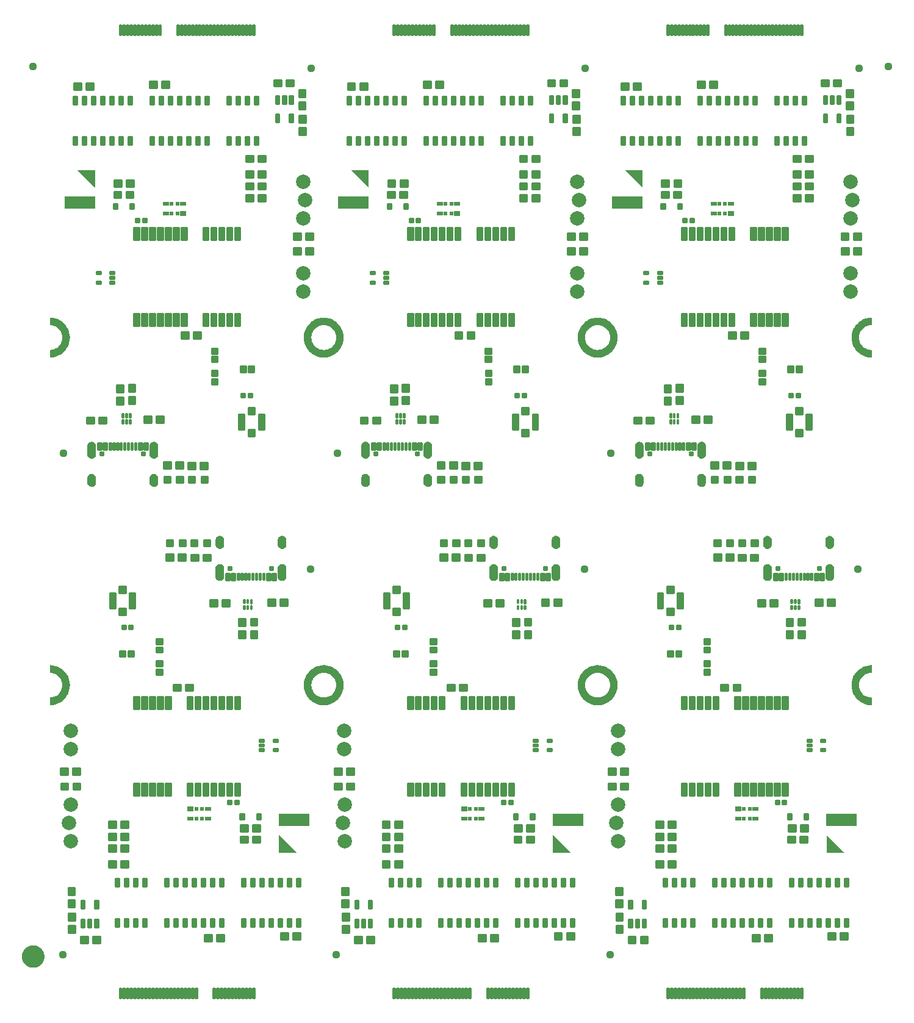
<source format=gts>
G04 EAGLE Gerber RS-274X export*
G75*
%MOMM*%
%FSLAX34Y34*%
%LPD*%
%INSoldermask Top*%
%IPPOS*%
%AMOC8*
5,1,8,0,0,1.08239X$1,22.5*%
G01*
%ADD10C,0.225400*%
%ADD11R,4.200000X1.700000*%
%ADD12C,0.428259*%
%ADD13C,0.227100*%
%ADD14C,0.223409*%
%ADD15C,0.231750*%
%ADD16C,0.229969*%
%ADD17C,0.230578*%
%ADD18C,0.225369*%
%ADD19C,0.777000*%
%ADD20C,0.224709*%
%ADD21R,0.840000X0.620000*%
%ADD22R,0.560000X0.620000*%
%ADD23R,0.840000X0.640000*%
%ADD24C,1.127000*%
%ADD25C,0.228959*%
%ADD26C,0.736600*%
%ADD27C,2.006600*%
%ADD28C,0.229738*%
%ADD29C,1.270000*%
%ADD30C,1.627000*%

G36*
X377483Y894709D02*
X377483Y894709D01*
X377485Y894709D01*
X377487Y894710D01*
X381367Y894987D01*
X381377Y894991D01*
X381403Y894992D01*
X385237Y895826D01*
X385245Y895831D01*
X385271Y895836D01*
X388947Y897208D01*
X388955Y897213D01*
X388979Y897222D01*
X392423Y899103D01*
X392430Y899110D01*
X392453Y899122D01*
X395594Y901473D01*
X395600Y901481D01*
X395621Y901497D01*
X398395Y904271D01*
X398400Y904280D01*
X398419Y904298D01*
X400770Y907439D01*
X400773Y907448D01*
X400789Y907469D01*
X402670Y910913D01*
X402672Y910922D01*
X402684Y910945D01*
X404056Y914621D01*
X404056Y914631D01*
X404066Y914655D01*
X404900Y918489D01*
X404899Y918499D01*
X404905Y918525D01*
X405185Y922438D01*
X405183Y922448D01*
X405185Y922474D01*
X404905Y926387D01*
X404903Y926392D01*
X404904Y926395D01*
X404901Y926401D01*
X404900Y926423D01*
X404066Y930257D01*
X404061Y930265D01*
X404056Y930291D01*
X402684Y933967D01*
X402679Y933975D01*
X402670Y933999D01*
X400789Y937443D01*
X400782Y937450D01*
X400770Y937473D01*
X398419Y940614D01*
X398411Y940620D01*
X398395Y940641D01*
X395621Y943415D01*
X395612Y943420D01*
X395594Y943439D01*
X392453Y945790D01*
X392444Y945793D01*
X392423Y945809D01*
X388979Y947690D01*
X388970Y947692D01*
X388947Y947704D01*
X385271Y949076D01*
X385261Y949076D01*
X385237Y949086D01*
X381403Y949920D01*
X381393Y949919D01*
X381367Y949925D01*
X377454Y950205D01*
X377449Y950204D01*
X377434Y950205D01*
X377405Y950203D01*
X377403Y950203D01*
X377401Y950202D01*
X373521Y949925D01*
X373511Y949921D01*
X373485Y949920D01*
X369651Y949086D01*
X369643Y949081D01*
X369617Y949076D01*
X365941Y947704D01*
X365933Y947699D01*
X365909Y947690D01*
X362465Y945809D01*
X362458Y945802D01*
X362435Y945790D01*
X359294Y943439D01*
X359288Y943431D01*
X359267Y943415D01*
X356493Y940641D01*
X356488Y940632D01*
X356469Y940614D01*
X354118Y937473D01*
X354115Y937464D01*
X354099Y937443D01*
X352218Y933999D01*
X352216Y933990D01*
X352204Y933967D01*
X350832Y930291D01*
X350832Y930281D01*
X350822Y930257D01*
X349988Y926423D01*
X349989Y926413D01*
X349983Y926387D01*
X349703Y922474D01*
X349705Y922464D01*
X349703Y922438D01*
X349983Y918525D01*
X349987Y918515D01*
X349988Y918489D01*
X350822Y914655D01*
X350827Y914647D01*
X350832Y914621D01*
X352204Y910945D01*
X352209Y910937D01*
X352218Y910913D01*
X354099Y907469D01*
X354106Y907462D01*
X354118Y907439D01*
X356469Y904298D01*
X356477Y904292D01*
X356493Y904271D01*
X359267Y901497D01*
X359276Y901492D01*
X359294Y901473D01*
X362435Y899122D01*
X362444Y899119D01*
X362465Y899103D01*
X365909Y897222D01*
X365918Y897220D01*
X365941Y897208D01*
X369617Y895836D01*
X369627Y895836D01*
X369651Y895826D01*
X373485Y894992D01*
X373495Y894993D01*
X373521Y894987D01*
X377434Y894707D01*
X377439Y894709D01*
X377454Y894707D01*
X377483Y894709D01*
G37*
G36*
X377483Y412253D02*
X377483Y412253D01*
X377485Y412253D01*
X377487Y412254D01*
X381367Y412531D01*
X381377Y412535D01*
X381403Y412536D01*
X385237Y413370D01*
X385245Y413375D01*
X385271Y413380D01*
X388947Y414752D01*
X388955Y414757D01*
X388979Y414766D01*
X392423Y416647D01*
X392430Y416654D01*
X392453Y416666D01*
X395594Y419017D01*
X395600Y419025D01*
X395621Y419041D01*
X398395Y421815D01*
X398400Y421824D01*
X398419Y421842D01*
X400770Y424983D01*
X400773Y424992D01*
X400789Y425013D01*
X402670Y428457D01*
X402672Y428466D01*
X402684Y428489D01*
X404056Y432165D01*
X404056Y432175D01*
X404066Y432199D01*
X404900Y436033D01*
X404899Y436043D01*
X404905Y436069D01*
X405185Y439982D01*
X405183Y439992D01*
X405185Y440018D01*
X404905Y443931D01*
X404903Y443936D01*
X404904Y443939D01*
X404901Y443945D01*
X404900Y443967D01*
X404066Y447801D01*
X404061Y447809D01*
X404056Y447835D01*
X402684Y451511D01*
X402679Y451519D01*
X402670Y451543D01*
X400789Y454987D01*
X400782Y454994D01*
X400770Y455017D01*
X398419Y458158D01*
X398411Y458164D01*
X398395Y458185D01*
X395621Y460959D01*
X395612Y460964D01*
X395594Y460983D01*
X392453Y463334D01*
X392444Y463337D01*
X392423Y463353D01*
X388979Y465234D01*
X388970Y465236D01*
X388947Y465248D01*
X385271Y466620D01*
X385261Y466620D01*
X385237Y466630D01*
X381403Y467464D01*
X381393Y467463D01*
X381367Y467469D01*
X377454Y467749D01*
X377449Y467748D01*
X377434Y467749D01*
X377405Y467747D01*
X377403Y467747D01*
X377401Y467746D01*
X373521Y467469D01*
X373511Y467465D01*
X373485Y467464D01*
X369651Y466630D01*
X369643Y466625D01*
X369617Y466620D01*
X365941Y465248D01*
X365933Y465243D01*
X365909Y465234D01*
X362465Y463353D01*
X362458Y463346D01*
X362435Y463334D01*
X359294Y460983D01*
X359288Y460975D01*
X359267Y460959D01*
X356493Y458185D01*
X356488Y458176D01*
X356469Y458158D01*
X354118Y455017D01*
X354115Y455008D01*
X354099Y454987D01*
X352218Y451543D01*
X352216Y451534D01*
X352204Y451511D01*
X350832Y447835D01*
X350832Y447825D01*
X350822Y447801D01*
X349988Y443967D01*
X349989Y443957D01*
X349983Y443931D01*
X349703Y440018D01*
X349705Y440008D01*
X349703Y439982D01*
X349983Y436069D01*
X349987Y436059D01*
X349988Y436033D01*
X350822Y432199D01*
X350827Y432191D01*
X350832Y432165D01*
X352204Y428489D01*
X352209Y428481D01*
X352218Y428457D01*
X354099Y425013D01*
X354106Y425006D01*
X354118Y424983D01*
X356469Y421842D01*
X356477Y421836D01*
X356493Y421815D01*
X359267Y419041D01*
X359276Y419036D01*
X359294Y419017D01*
X362435Y416666D01*
X362444Y416663D01*
X362465Y416647D01*
X365909Y414766D01*
X365918Y414764D01*
X365941Y414752D01*
X369617Y413380D01*
X369627Y413380D01*
X369651Y413370D01*
X373485Y412536D01*
X373495Y412537D01*
X373521Y412531D01*
X377434Y412251D01*
X377439Y412253D01*
X377454Y412251D01*
X377483Y412253D01*
G37*
G36*
X757467Y894709D02*
X757467Y894709D01*
X757469Y894709D01*
X757471Y894710D01*
X761351Y894987D01*
X761361Y894991D01*
X761387Y894992D01*
X765221Y895826D01*
X765229Y895831D01*
X765255Y895836D01*
X768931Y897208D01*
X768939Y897213D01*
X768963Y897222D01*
X772407Y899103D01*
X772414Y899110D01*
X772437Y899122D01*
X775578Y901473D01*
X775584Y901481D01*
X775605Y901497D01*
X778379Y904271D01*
X778384Y904280D01*
X778403Y904298D01*
X780754Y907439D01*
X780757Y907448D01*
X780773Y907469D01*
X782654Y910913D01*
X782656Y910922D01*
X782668Y910945D01*
X784040Y914621D01*
X784040Y914631D01*
X784050Y914655D01*
X784884Y918489D01*
X784883Y918499D01*
X784889Y918525D01*
X785169Y922438D01*
X785167Y922448D01*
X785169Y922474D01*
X784889Y926387D01*
X784887Y926392D01*
X784888Y926395D01*
X784885Y926401D01*
X784884Y926423D01*
X784050Y930257D01*
X784045Y930265D01*
X784040Y930291D01*
X782668Y933967D01*
X782663Y933975D01*
X782654Y933999D01*
X780773Y937443D01*
X780766Y937450D01*
X780754Y937473D01*
X778403Y940614D01*
X778395Y940620D01*
X778379Y940641D01*
X775605Y943415D01*
X775596Y943420D01*
X775578Y943439D01*
X772437Y945790D01*
X772428Y945793D01*
X772407Y945809D01*
X768963Y947690D01*
X768954Y947692D01*
X768931Y947704D01*
X765255Y949076D01*
X765245Y949076D01*
X765221Y949086D01*
X761387Y949920D01*
X761377Y949919D01*
X761351Y949925D01*
X757438Y950205D01*
X757433Y950204D01*
X757418Y950205D01*
X757389Y950203D01*
X757387Y950203D01*
X757385Y950202D01*
X753505Y949925D01*
X753495Y949921D01*
X753469Y949920D01*
X749635Y949086D01*
X749627Y949081D01*
X749601Y949076D01*
X745925Y947704D01*
X745917Y947699D01*
X745893Y947690D01*
X742449Y945809D01*
X742442Y945802D01*
X742419Y945790D01*
X739278Y943439D01*
X739272Y943431D01*
X739251Y943415D01*
X736477Y940641D01*
X736472Y940632D01*
X736453Y940614D01*
X734102Y937473D01*
X734099Y937464D01*
X734083Y937443D01*
X732202Y933999D01*
X732200Y933990D01*
X732188Y933967D01*
X730816Y930291D01*
X730816Y930281D01*
X730806Y930257D01*
X729972Y926423D01*
X729973Y926413D01*
X729967Y926387D01*
X729687Y922474D01*
X729689Y922464D01*
X729687Y922438D01*
X729967Y918525D01*
X729971Y918515D01*
X729972Y918489D01*
X730806Y914655D01*
X730811Y914647D01*
X730816Y914621D01*
X732188Y910945D01*
X732193Y910937D01*
X732202Y910913D01*
X734083Y907469D01*
X734090Y907462D01*
X734102Y907439D01*
X736453Y904298D01*
X736461Y904292D01*
X736477Y904271D01*
X739251Y901497D01*
X739260Y901492D01*
X739278Y901473D01*
X742419Y899122D01*
X742428Y899119D01*
X742449Y899103D01*
X745893Y897222D01*
X745902Y897220D01*
X745925Y897208D01*
X749601Y895836D01*
X749611Y895836D01*
X749635Y895826D01*
X753469Y894992D01*
X753479Y894993D01*
X753505Y894987D01*
X757418Y894707D01*
X757423Y894709D01*
X757438Y894707D01*
X757467Y894709D01*
G37*
G36*
X757467Y412253D02*
X757467Y412253D01*
X757469Y412253D01*
X757471Y412254D01*
X761351Y412531D01*
X761361Y412535D01*
X761387Y412536D01*
X765221Y413370D01*
X765229Y413375D01*
X765255Y413380D01*
X768931Y414752D01*
X768939Y414757D01*
X768963Y414766D01*
X772407Y416647D01*
X772414Y416654D01*
X772437Y416666D01*
X775578Y419017D01*
X775584Y419025D01*
X775605Y419041D01*
X778379Y421815D01*
X778384Y421824D01*
X778403Y421842D01*
X780754Y424983D01*
X780757Y424992D01*
X780773Y425013D01*
X782654Y428457D01*
X782656Y428466D01*
X782668Y428489D01*
X784040Y432165D01*
X784040Y432175D01*
X784050Y432199D01*
X784884Y436033D01*
X784883Y436043D01*
X784889Y436069D01*
X785169Y439982D01*
X785167Y439992D01*
X785169Y440018D01*
X784889Y443931D01*
X784887Y443936D01*
X784888Y443939D01*
X784885Y443945D01*
X784884Y443967D01*
X784050Y447801D01*
X784045Y447809D01*
X784040Y447835D01*
X782668Y451511D01*
X782663Y451519D01*
X782654Y451543D01*
X780773Y454987D01*
X780766Y454994D01*
X780754Y455017D01*
X778403Y458158D01*
X778395Y458164D01*
X778379Y458185D01*
X775605Y460959D01*
X775596Y460964D01*
X775578Y460983D01*
X772437Y463334D01*
X772428Y463337D01*
X772407Y463353D01*
X768963Y465234D01*
X768954Y465236D01*
X768931Y465248D01*
X765255Y466620D01*
X765245Y466620D01*
X765221Y466630D01*
X761387Y467464D01*
X761377Y467463D01*
X761351Y467469D01*
X757438Y467749D01*
X757433Y467748D01*
X757418Y467749D01*
X757389Y467747D01*
X757387Y467747D01*
X757385Y467746D01*
X753505Y467469D01*
X753495Y467465D01*
X753469Y467464D01*
X749635Y466630D01*
X749627Y466625D01*
X749601Y466620D01*
X745925Y465248D01*
X745917Y465243D01*
X745893Y465234D01*
X742449Y463353D01*
X742442Y463346D01*
X742419Y463334D01*
X739278Y460983D01*
X739272Y460975D01*
X739251Y460959D01*
X736477Y458185D01*
X736472Y458176D01*
X736453Y458158D01*
X734102Y455017D01*
X734099Y455008D01*
X734083Y454987D01*
X732202Y451543D01*
X732200Y451534D01*
X732188Y451511D01*
X730816Y447835D01*
X730816Y447825D01*
X730806Y447801D01*
X729972Y443967D01*
X729973Y443957D01*
X729967Y443931D01*
X729687Y440018D01*
X729689Y440008D01*
X729687Y439982D01*
X729967Y436069D01*
X729971Y436059D01*
X729972Y436033D01*
X730806Y432199D01*
X730811Y432191D01*
X730816Y432165D01*
X732188Y428489D01*
X732193Y428481D01*
X732202Y428457D01*
X734083Y425013D01*
X734090Y425006D01*
X734102Y424983D01*
X736453Y421842D01*
X736461Y421836D01*
X736477Y421815D01*
X739251Y419041D01*
X739260Y419036D01*
X739278Y419017D01*
X742419Y416666D01*
X742428Y416663D01*
X742449Y416647D01*
X745893Y414766D01*
X745902Y414764D01*
X745925Y414752D01*
X749601Y413380D01*
X749611Y413380D01*
X749635Y413370D01*
X753469Y412536D01*
X753479Y412537D01*
X753505Y412531D01*
X757418Y412251D01*
X757423Y412253D01*
X757438Y412251D01*
X757467Y412253D01*
G37*
%LPC*%
G36*
X754738Y905418D02*
X754738Y905418D01*
X752105Y906050D01*
X749605Y907086D01*
X747297Y908500D01*
X745238Y910258D01*
X743480Y912317D01*
X742066Y914625D01*
X741030Y917125D01*
X740398Y919758D01*
X740186Y922456D01*
X740398Y925154D01*
X741030Y927787D01*
X742066Y930287D01*
X743480Y932595D01*
X745238Y934654D01*
X747297Y936412D01*
X749605Y937826D01*
X752105Y938862D01*
X754738Y939494D01*
X757428Y939705D01*
X760118Y939494D01*
X762751Y938862D01*
X765251Y937826D01*
X767559Y936412D01*
X769618Y934654D01*
X771376Y932595D01*
X772790Y930287D01*
X773826Y927787D01*
X774458Y925154D01*
X774670Y922456D01*
X774458Y919758D01*
X773826Y917125D01*
X772790Y914625D01*
X771376Y912317D01*
X769618Y910258D01*
X767559Y908500D01*
X765251Y907086D01*
X762751Y906050D01*
X760118Y905418D01*
X757428Y905207D01*
X754738Y905418D01*
G37*
%LPD*%
%LPC*%
G36*
X374754Y905418D02*
X374754Y905418D01*
X372121Y906050D01*
X369621Y907086D01*
X367313Y908500D01*
X365254Y910258D01*
X363496Y912317D01*
X362082Y914625D01*
X361046Y917125D01*
X360414Y919758D01*
X360202Y922456D01*
X360414Y925154D01*
X361046Y927787D01*
X362082Y930287D01*
X363496Y932595D01*
X365254Y934654D01*
X367313Y936412D01*
X369621Y937826D01*
X372121Y938862D01*
X374754Y939494D01*
X377444Y939705D01*
X380134Y939494D01*
X382767Y938862D01*
X385267Y937826D01*
X387575Y936412D01*
X389634Y934654D01*
X391392Y932595D01*
X392806Y930287D01*
X393842Y927787D01*
X394474Y925154D01*
X394686Y922456D01*
X394474Y919758D01*
X393842Y917125D01*
X392806Y914625D01*
X391392Y912317D01*
X389634Y910258D01*
X387575Y908500D01*
X385267Y907086D01*
X382767Y906050D01*
X380134Y905418D01*
X377444Y905207D01*
X374754Y905418D01*
G37*
%LPD*%
%LPC*%
G36*
X374754Y422962D02*
X374754Y422962D01*
X372121Y423594D01*
X369621Y424630D01*
X367313Y426044D01*
X365254Y427802D01*
X363496Y429861D01*
X362082Y432169D01*
X361046Y434669D01*
X360414Y437302D01*
X360202Y440000D01*
X360414Y442698D01*
X361046Y445331D01*
X362082Y447831D01*
X363496Y450139D01*
X365254Y452198D01*
X367313Y453956D01*
X369621Y455370D01*
X372121Y456406D01*
X374754Y457038D01*
X377444Y457249D01*
X380134Y457038D01*
X382767Y456406D01*
X385267Y455370D01*
X387575Y453956D01*
X389634Y452198D01*
X391392Y450139D01*
X392806Y447831D01*
X393842Y445331D01*
X394474Y442698D01*
X394686Y440000D01*
X394474Y437302D01*
X393842Y434669D01*
X392806Y432169D01*
X391392Y429861D01*
X389634Y427802D01*
X387575Y426044D01*
X385267Y424630D01*
X382767Y423594D01*
X380134Y422962D01*
X377444Y422751D01*
X374754Y422962D01*
G37*
%LPD*%
%LPC*%
G36*
X754738Y422962D02*
X754738Y422962D01*
X752105Y423594D01*
X749605Y424630D01*
X747297Y426044D01*
X745238Y427802D01*
X743480Y429861D01*
X742066Y432169D01*
X741030Y434669D01*
X740398Y437302D01*
X740186Y440000D01*
X740398Y442698D01*
X741030Y445331D01*
X742066Y447831D01*
X743480Y450139D01*
X745238Y452198D01*
X747297Y453956D01*
X749605Y455370D01*
X752105Y456406D01*
X754738Y457038D01*
X757428Y457249D01*
X760118Y457038D01*
X762751Y456406D01*
X765251Y455370D01*
X767559Y453956D01*
X769618Y452198D01*
X771376Y450139D01*
X772790Y447831D01*
X773826Y445331D01*
X774458Y442698D01*
X774670Y440000D01*
X774458Y437302D01*
X773826Y434669D01*
X772790Y432169D01*
X771376Y429861D01*
X769618Y427802D01*
X767559Y426044D01*
X765251Y424630D01*
X762751Y423594D01*
X760118Y422962D01*
X757428Y422751D01*
X754738Y422962D01*
G37*
%LPD*%
G36*
X1383Y412531D02*
X1383Y412531D01*
X1393Y412535D01*
X1419Y412536D01*
X5253Y413370D01*
X5261Y413375D01*
X5287Y413380D01*
X8963Y414752D01*
X8971Y414757D01*
X8995Y414766D01*
X12439Y416647D01*
X12446Y416654D01*
X12469Y416666D01*
X15610Y419017D01*
X15616Y419025D01*
X15637Y419041D01*
X18411Y421815D01*
X18416Y421824D01*
X18435Y421842D01*
X20786Y424983D01*
X20789Y424992D01*
X20805Y425013D01*
X22686Y428457D01*
X22688Y428466D01*
X22700Y428489D01*
X24072Y432165D01*
X24072Y432175D01*
X24082Y432199D01*
X24916Y436033D01*
X24915Y436043D01*
X24921Y436069D01*
X25201Y439982D01*
X25199Y439992D01*
X25201Y440018D01*
X24921Y443931D01*
X24919Y443936D01*
X24920Y443939D01*
X24917Y443945D01*
X24916Y443967D01*
X24082Y447801D01*
X24077Y447809D01*
X24072Y447835D01*
X22700Y451511D01*
X22695Y451519D01*
X22686Y451543D01*
X20805Y454987D01*
X20798Y454994D01*
X20786Y455017D01*
X18435Y458158D01*
X18427Y458164D01*
X18411Y458185D01*
X15637Y460959D01*
X15628Y460964D01*
X15610Y460983D01*
X12469Y463334D01*
X12460Y463337D01*
X12439Y463353D01*
X8995Y465234D01*
X8986Y465236D01*
X8963Y465248D01*
X5287Y466620D01*
X5277Y466620D01*
X5253Y466630D01*
X1419Y467464D01*
X1409Y467463D01*
X1383Y467469D01*
X-2530Y467749D01*
X-2556Y467743D01*
X-2581Y467747D01*
X-2623Y467729D01*
X-2667Y467719D01*
X-2685Y467701D01*
X-2709Y467690D01*
X-2734Y467652D01*
X-2766Y467621D01*
X-2772Y467595D01*
X-2786Y467574D01*
X-2797Y467500D01*
X-2797Y457500D01*
X-2795Y457493D01*
X-2797Y457486D01*
X-2776Y457427D01*
X-2758Y457366D01*
X-2753Y457361D01*
X-2750Y457354D01*
X-2700Y457316D01*
X-2653Y457274D01*
X-2646Y457273D01*
X-2640Y457268D01*
X-2568Y457252D01*
X150Y457038D01*
X2783Y456406D01*
X5283Y455370D01*
X7591Y453956D01*
X9650Y452198D01*
X11408Y450139D01*
X12822Y447831D01*
X13858Y445331D01*
X14490Y442698D01*
X14702Y440000D01*
X14490Y437302D01*
X13858Y434669D01*
X12822Y432169D01*
X11408Y429861D01*
X9650Y427802D01*
X7591Y426044D01*
X5283Y424630D01*
X2783Y423594D01*
X150Y422962D01*
X-2568Y422748D01*
X-2574Y422746D01*
X-2581Y422747D01*
X-2639Y422721D01*
X-2698Y422699D01*
X-2703Y422693D01*
X-2709Y422690D01*
X-2744Y422637D01*
X-2782Y422587D01*
X-2782Y422580D01*
X-2786Y422574D01*
X-2797Y422500D01*
X-2797Y412500D01*
X-2790Y412475D01*
X-2792Y412449D01*
X-2771Y412409D01*
X-2758Y412366D01*
X-2738Y412349D01*
X-2726Y412326D01*
X-2687Y412304D01*
X-2653Y412274D01*
X-2627Y412270D01*
X-2604Y412257D01*
X-2530Y412251D01*
X1383Y412531D01*
G37*
G36*
X1383Y894987D02*
X1383Y894987D01*
X1393Y894991D01*
X1419Y894992D01*
X5253Y895826D01*
X5261Y895831D01*
X5287Y895836D01*
X8963Y897208D01*
X8971Y897213D01*
X8995Y897222D01*
X12439Y899103D01*
X12446Y899110D01*
X12469Y899122D01*
X15610Y901473D01*
X15616Y901481D01*
X15637Y901497D01*
X18411Y904271D01*
X18416Y904280D01*
X18435Y904298D01*
X20786Y907439D01*
X20789Y907448D01*
X20805Y907469D01*
X22686Y910913D01*
X22688Y910922D01*
X22700Y910945D01*
X24072Y914621D01*
X24072Y914631D01*
X24082Y914655D01*
X24916Y918489D01*
X24915Y918499D01*
X24921Y918525D01*
X25201Y922438D01*
X25199Y922448D01*
X25201Y922474D01*
X24921Y926387D01*
X24919Y926392D01*
X24920Y926395D01*
X24917Y926401D01*
X24916Y926423D01*
X24082Y930257D01*
X24077Y930265D01*
X24072Y930291D01*
X22700Y933967D01*
X22695Y933975D01*
X22686Y933999D01*
X20805Y937443D01*
X20798Y937450D01*
X20786Y937473D01*
X18435Y940614D01*
X18427Y940620D01*
X18411Y940641D01*
X15637Y943415D01*
X15628Y943420D01*
X15610Y943439D01*
X12469Y945790D01*
X12460Y945793D01*
X12439Y945809D01*
X8995Y947690D01*
X8986Y947692D01*
X8963Y947704D01*
X5287Y949076D01*
X5277Y949076D01*
X5253Y949086D01*
X1419Y949920D01*
X1409Y949919D01*
X1383Y949925D01*
X-2530Y950205D01*
X-2556Y950199D01*
X-2581Y950203D01*
X-2623Y950185D01*
X-2667Y950175D01*
X-2685Y950157D01*
X-2709Y950146D01*
X-2734Y950108D01*
X-2766Y950077D01*
X-2772Y950051D01*
X-2786Y950030D01*
X-2797Y949956D01*
X-2797Y939956D01*
X-2795Y939949D01*
X-2797Y939942D01*
X-2776Y939883D01*
X-2758Y939822D01*
X-2753Y939817D01*
X-2750Y939810D01*
X-2700Y939772D01*
X-2653Y939730D01*
X-2646Y939729D01*
X-2640Y939724D01*
X-2568Y939708D01*
X150Y939494D01*
X2783Y938862D01*
X5283Y937826D01*
X7591Y936412D01*
X9650Y934654D01*
X11408Y932595D01*
X12822Y930287D01*
X13858Y927787D01*
X14490Y925154D01*
X14702Y922456D01*
X14490Y919758D01*
X13858Y917125D01*
X12822Y914625D01*
X11408Y912317D01*
X9650Y910258D01*
X7591Y908500D01*
X5283Y907086D01*
X2783Y906050D01*
X150Y905418D01*
X-2568Y905204D01*
X-2574Y905202D01*
X-2581Y905203D01*
X-2639Y905177D01*
X-2698Y905155D01*
X-2703Y905149D01*
X-2709Y905146D01*
X-2744Y905093D01*
X-2782Y905043D01*
X-2782Y905036D01*
X-2786Y905030D01*
X-2797Y904956D01*
X-2797Y894956D01*
X-2790Y894931D01*
X-2792Y894905D01*
X-2771Y894865D01*
X-2758Y894822D01*
X-2738Y894805D01*
X-2726Y894782D01*
X-2687Y894760D01*
X-2653Y894730D01*
X-2627Y894726D01*
X-2604Y894713D01*
X-2530Y894707D01*
X1383Y894987D01*
G37*
G36*
X1137428Y894713D02*
X1137428Y894713D01*
X1137453Y894709D01*
X1137495Y894727D01*
X1137539Y894737D01*
X1137557Y894755D01*
X1137581Y894766D01*
X1137606Y894804D01*
X1137638Y894835D01*
X1137644Y894861D01*
X1137658Y894883D01*
X1137669Y894956D01*
X1137669Y904956D01*
X1137667Y904963D01*
X1137669Y904970D01*
X1137648Y905029D01*
X1137630Y905090D01*
X1137625Y905095D01*
X1137622Y905102D01*
X1137572Y905141D01*
X1137525Y905182D01*
X1137518Y905183D01*
X1137512Y905188D01*
X1137440Y905204D01*
X1134722Y905418D01*
X1132089Y906050D01*
X1129589Y907086D01*
X1127281Y908500D01*
X1125222Y910258D01*
X1123464Y912317D01*
X1122050Y914625D01*
X1121014Y917125D01*
X1120382Y919758D01*
X1120170Y922456D01*
X1120382Y925154D01*
X1121014Y927787D01*
X1122050Y930287D01*
X1123464Y932595D01*
X1125222Y934654D01*
X1127281Y936412D01*
X1129589Y937826D01*
X1132089Y938862D01*
X1134722Y939494D01*
X1137440Y939708D01*
X1137446Y939710D01*
X1137453Y939709D01*
X1137511Y939735D01*
X1137570Y939757D01*
X1137575Y939763D01*
X1137581Y939766D01*
X1137616Y939819D01*
X1137654Y939869D01*
X1137654Y939877D01*
X1137658Y939883D01*
X1137669Y939956D01*
X1137669Y949956D01*
X1137662Y949981D01*
X1137664Y950007D01*
X1137643Y950047D01*
X1137630Y950090D01*
X1137610Y950107D01*
X1137598Y950130D01*
X1137559Y950152D01*
X1137525Y950182D01*
X1137499Y950186D01*
X1137476Y950199D01*
X1137402Y950205D01*
X1133489Y949925D01*
X1133479Y949921D01*
X1133453Y949920D01*
X1129619Y949086D01*
X1129611Y949081D01*
X1129585Y949076D01*
X1125909Y947704D01*
X1125901Y947699D01*
X1125877Y947690D01*
X1122433Y945809D01*
X1122426Y945802D01*
X1122403Y945790D01*
X1119262Y943439D01*
X1119256Y943431D01*
X1119235Y943415D01*
X1116461Y940641D01*
X1116456Y940632D01*
X1116437Y940614D01*
X1114086Y937473D01*
X1114083Y937464D01*
X1114067Y937443D01*
X1112186Y933999D01*
X1112184Y933990D01*
X1112172Y933967D01*
X1110800Y930291D01*
X1110800Y930281D01*
X1110790Y930257D01*
X1109956Y926423D01*
X1109957Y926413D01*
X1109951Y926387D01*
X1109671Y922474D01*
X1109673Y922464D01*
X1109671Y922438D01*
X1109951Y918525D01*
X1109955Y918515D01*
X1109956Y918489D01*
X1110790Y914655D01*
X1110795Y914647D01*
X1110800Y914621D01*
X1112172Y910945D01*
X1112177Y910937D01*
X1112186Y910913D01*
X1114067Y907469D01*
X1114074Y907462D01*
X1114086Y907439D01*
X1116437Y904298D01*
X1116445Y904292D01*
X1116461Y904271D01*
X1119235Y901497D01*
X1119244Y901492D01*
X1119262Y901473D01*
X1122403Y899122D01*
X1122412Y899119D01*
X1122433Y899103D01*
X1125877Y897222D01*
X1125886Y897220D01*
X1125909Y897208D01*
X1129585Y895836D01*
X1129595Y895836D01*
X1129619Y895826D01*
X1133453Y894992D01*
X1133463Y894993D01*
X1133489Y894987D01*
X1137402Y894707D01*
X1137428Y894713D01*
G37*
G36*
X1137428Y412257D02*
X1137428Y412257D01*
X1137453Y412253D01*
X1137495Y412271D01*
X1137539Y412281D01*
X1137557Y412299D01*
X1137581Y412310D01*
X1137606Y412348D01*
X1137638Y412379D01*
X1137644Y412405D01*
X1137658Y412427D01*
X1137669Y412500D01*
X1137669Y422500D01*
X1137667Y422507D01*
X1137669Y422514D01*
X1137648Y422573D01*
X1137630Y422634D01*
X1137625Y422639D01*
X1137622Y422646D01*
X1137572Y422685D01*
X1137525Y422726D01*
X1137518Y422727D01*
X1137512Y422732D01*
X1137440Y422748D01*
X1134722Y422962D01*
X1132089Y423594D01*
X1129589Y424630D01*
X1127281Y426044D01*
X1125222Y427802D01*
X1123464Y429861D01*
X1122050Y432169D01*
X1121014Y434669D01*
X1120382Y437302D01*
X1120170Y440000D01*
X1120382Y442698D01*
X1121014Y445331D01*
X1122050Y447831D01*
X1123464Y450139D01*
X1125222Y452198D01*
X1127281Y453956D01*
X1129589Y455370D01*
X1132089Y456406D01*
X1134722Y457038D01*
X1137440Y457252D01*
X1137446Y457254D01*
X1137453Y457253D01*
X1137511Y457279D01*
X1137570Y457301D01*
X1137575Y457307D01*
X1137581Y457310D01*
X1137616Y457363D01*
X1137654Y457413D01*
X1137654Y457421D01*
X1137658Y457427D01*
X1137669Y457500D01*
X1137669Y467500D01*
X1137662Y467525D01*
X1137664Y467551D01*
X1137643Y467591D01*
X1137630Y467634D01*
X1137610Y467651D01*
X1137598Y467674D01*
X1137559Y467696D01*
X1137525Y467726D01*
X1137499Y467730D01*
X1137476Y467743D01*
X1137402Y467749D01*
X1133489Y467469D01*
X1133479Y467465D01*
X1133453Y467464D01*
X1129619Y466630D01*
X1129611Y466625D01*
X1129585Y466620D01*
X1125909Y465248D01*
X1125901Y465243D01*
X1125877Y465234D01*
X1122433Y463353D01*
X1122426Y463346D01*
X1122403Y463334D01*
X1119262Y460983D01*
X1119256Y460975D01*
X1119235Y460959D01*
X1116461Y458185D01*
X1116456Y458176D01*
X1116437Y458158D01*
X1114086Y455017D01*
X1114083Y455008D01*
X1114067Y454987D01*
X1112186Y451543D01*
X1112184Y451534D01*
X1112172Y451511D01*
X1110800Y447835D01*
X1110800Y447825D01*
X1110790Y447801D01*
X1109956Y443967D01*
X1109957Y443957D01*
X1109951Y443931D01*
X1109671Y440018D01*
X1109673Y440008D01*
X1109671Y439982D01*
X1109951Y436069D01*
X1109955Y436059D01*
X1109956Y436033D01*
X1110790Y432199D01*
X1110795Y432191D01*
X1110800Y432165D01*
X1112172Y428489D01*
X1112177Y428481D01*
X1112186Y428457D01*
X1114067Y425013D01*
X1114074Y425006D01*
X1114086Y424983D01*
X1116437Y421842D01*
X1116445Y421836D01*
X1116461Y421815D01*
X1119235Y419041D01*
X1119244Y419036D01*
X1119262Y419017D01*
X1122403Y416666D01*
X1122412Y416663D01*
X1122433Y416647D01*
X1125877Y414766D01*
X1125886Y414764D01*
X1125909Y414752D01*
X1129585Y413380D01*
X1129595Y413380D01*
X1129619Y413370D01*
X1133453Y412536D01*
X1133463Y412537D01*
X1133489Y412531D01*
X1137402Y412251D01*
X1137428Y412257D01*
G37*
G36*
X439609Y1130578D02*
X439609Y1130578D01*
X439636Y1130580D01*
X439671Y1130606D01*
X439711Y1130624D01*
X439726Y1130647D01*
X439748Y1130663D01*
X439764Y1130704D01*
X439788Y1130741D01*
X439795Y1130784D01*
X439798Y1130793D01*
X439797Y1130800D01*
X439799Y1130814D01*
X439799Y1154814D01*
X439794Y1154830D01*
X439797Y1154847D01*
X439775Y1154897D01*
X439760Y1154948D01*
X439747Y1154959D01*
X439740Y1154975D01*
X439695Y1155005D01*
X439655Y1155040D01*
X439638Y1155043D01*
X439624Y1155052D01*
X439550Y1155063D01*
X415550Y1155063D01*
X415508Y1155051D01*
X415464Y1155048D01*
X415442Y1155032D01*
X415416Y1155024D01*
X415387Y1154991D01*
X415352Y1154965D01*
X415342Y1154939D01*
X415324Y1154919D01*
X415317Y1154875D01*
X415302Y1154835D01*
X415307Y1154808D01*
X415303Y1154781D01*
X415321Y1154740D01*
X415330Y1154698D01*
X415356Y1154662D01*
X415360Y1154653D01*
X415365Y1154649D01*
X415374Y1154638D01*
X439374Y1130638D01*
X439412Y1130617D01*
X439445Y1130588D01*
X439472Y1130584D01*
X439496Y1130571D01*
X439540Y1130574D01*
X439583Y1130567D01*
X439609Y1130578D01*
G37*
G36*
X59625Y1130578D02*
X59625Y1130578D01*
X59652Y1130580D01*
X59687Y1130606D01*
X59727Y1130624D01*
X59742Y1130647D01*
X59764Y1130663D01*
X59780Y1130704D01*
X59804Y1130741D01*
X59811Y1130784D01*
X59814Y1130793D01*
X59813Y1130800D01*
X59815Y1130814D01*
X59815Y1154814D01*
X59810Y1154830D01*
X59813Y1154847D01*
X59791Y1154897D01*
X59776Y1154948D01*
X59763Y1154959D01*
X59756Y1154975D01*
X59711Y1155005D01*
X59671Y1155040D01*
X59654Y1155043D01*
X59640Y1155052D01*
X59566Y1155063D01*
X35566Y1155063D01*
X35524Y1155051D01*
X35480Y1155048D01*
X35458Y1155032D01*
X35432Y1155024D01*
X35403Y1154991D01*
X35368Y1154965D01*
X35358Y1154939D01*
X35340Y1154919D01*
X35333Y1154875D01*
X35318Y1154835D01*
X35323Y1154808D01*
X35319Y1154781D01*
X35337Y1154740D01*
X35346Y1154698D01*
X35372Y1154662D01*
X35376Y1154653D01*
X35381Y1154649D01*
X35390Y1154638D01*
X59390Y1130638D01*
X59428Y1130617D01*
X59461Y1130588D01*
X59488Y1130584D01*
X59512Y1130571D01*
X59556Y1130574D01*
X59599Y1130567D01*
X59625Y1130578D01*
G37*
G36*
X819593Y1130578D02*
X819593Y1130578D01*
X819620Y1130580D01*
X819655Y1130606D01*
X819695Y1130624D01*
X819710Y1130647D01*
X819732Y1130663D01*
X819748Y1130704D01*
X819772Y1130741D01*
X819779Y1130784D01*
X819782Y1130793D01*
X819781Y1130800D01*
X819783Y1130814D01*
X819783Y1154814D01*
X819778Y1154830D01*
X819781Y1154847D01*
X819759Y1154897D01*
X819744Y1154948D01*
X819731Y1154959D01*
X819724Y1154975D01*
X819679Y1155005D01*
X819639Y1155040D01*
X819622Y1155043D01*
X819608Y1155052D01*
X819534Y1155063D01*
X795534Y1155063D01*
X795492Y1155051D01*
X795448Y1155048D01*
X795426Y1155032D01*
X795400Y1155024D01*
X795371Y1154991D01*
X795336Y1154965D01*
X795326Y1154939D01*
X795308Y1154919D01*
X795301Y1154875D01*
X795286Y1154835D01*
X795291Y1154808D01*
X795287Y1154781D01*
X795305Y1154740D01*
X795314Y1154698D01*
X795340Y1154662D01*
X795344Y1154653D01*
X795349Y1154649D01*
X795358Y1154638D01*
X819358Y1130638D01*
X819396Y1130617D01*
X819429Y1130588D01*
X819456Y1130584D01*
X819480Y1130571D01*
X819524Y1130574D01*
X819567Y1130567D01*
X819593Y1130578D01*
G37*
G36*
X1099348Y207405D02*
X1099348Y207405D01*
X1099392Y207408D01*
X1099414Y207424D01*
X1099440Y207432D01*
X1099469Y207465D01*
X1099504Y207491D01*
X1099514Y207517D01*
X1099532Y207537D01*
X1099539Y207581D01*
X1099554Y207621D01*
X1099549Y207648D01*
X1099553Y207675D01*
X1099535Y207716D01*
X1099526Y207758D01*
X1099500Y207794D01*
X1099496Y207803D01*
X1099491Y207807D01*
X1099482Y207818D01*
X1075482Y231818D01*
X1075444Y231839D01*
X1075411Y231868D01*
X1075384Y231872D01*
X1075360Y231885D01*
X1075316Y231882D01*
X1075273Y231889D01*
X1075248Y231878D01*
X1075220Y231876D01*
X1075185Y231850D01*
X1075145Y231832D01*
X1075130Y231809D01*
X1075108Y231793D01*
X1075092Y231752D01*
X1075068Y231716D01*
X1075061Y231672D01*
X1075058Y231663D01*
X1075059Y231656D01*
X1075057Y231642D01*
X1075057Y207642D01*
X1075062Y207626D01*
X1075059Y207609D01*
X1075081Y207559D01*
X1075096Y207508D01*
X1075109Y207497D01*
X1075116Y207481D01*
X1075161Y207451D01*
X1075201Y207416D01*
X1075218Y207413D01*
X1075233Y207404D01*
X1075306Y207393D01*
X1099306Y207393D01*
X1099348Y207405D01*
G37*
G36*
X719364Y207405D02*
X719364Y207405D01*
X719408Y207408D01*
X719430Y207424D01*
X719456Y207432D01*
X719485Y207465D01*
X719520Y207491D01*
X719530Y207517D01*
X719548Y207537D01*
X719555Y207581D01*
X719570Y207621D01*
X719565Y207648D01*
X719569Y207675D01*
X719551Y207716D01*
X719542Y207758D01*
X719516Y207794D01*
X719512Y207803D01*
X719507Y207807D01*
X719498Y207818D01*
X695498Y231818D01*
X695460Y231839D01*
X695427Y231868D01*
X695400Y231872D01*
X695376Y231885D01*
X695332Y231882D01*
X695289Y231889D01*
X695264Y231878D01*
X695236Y231876D01*
X695201Y231850D01*
X695161Y231832D01*
X695146Y231809D01*
X695124Y231793D01*
X695108Y231752D01*
X695084Y231716D01*
X695077Y231672D01*
X695074Y231663D01*
X695075Y231656D01*
X695073Y231642D01*
X695073Y207642D01*
X695078Y207626D01*
X695075Y207609D01*
X695097Y207559D01*
X695112Y207508D01*
X695125Y207497D01*
X695132Y207481D01*
X695177Y207451D01*
X695217Y207416D01*
X695234Y207413D01*
X695249Y207404D01*
X695322Y207393D01*
X719322Y207393D01*
X719364Y207405D01*
G37*
G36*
X339380Y207405D02*
X339380Y207405D01*
X339424Y207408D01*
X339446Y207424D01*
X339472Y207432D01*
X339501Y207465D01*
X339536Y207491D01*
X339546Y207517D01*
X339564Y207537D01*
X339571Y207581D01*
X339586Y207621D01*
X339581Y207648D01*
X339585Y207675D01*
X339567Y207716D01*
X339558Y207758D01*
X339532Y207794D01*
X339528Y207803D01*
X339523Y207807D01*
X339514Y207818D01*
X315514Y231818D01*
X315476Y231839D01*
X315443Y231868D01*
X315416Y231872D01*
X315392Y231885D01*
X315348Y231882D01*
X315305Y231889D01*
X315280Y231878D01*
X315252Y231876D01*
X315217Y231850D01*
X315177Y231832D01*
X315162Y231809D01*
X315140Y231793D01*
X315124Y231752D01*
X315100Y231716D01*
X315093Y231672D01*
X315090Y231663D01*
X315091Y231656D01*
X315089Y231642D01*
X315089Y207642D01*
X315094Y207626D01*
X315091Y207609D01*
X315113Y207559D01*
X315128Y207508D01*
X315141Y207497D01*
X315148Y207481D01*
X315193Y207451D01*
X315233Y207416D01*
X315250Y207413D01*
X315265Y207404D01*
X315338Y207393D01*
X339338Y207393D01*
X339380Y207405D01*
G37*
G36*
X994254Y584916D02*
X994254Y584916D01*
X994259Y584921D01*
X994263Y584917D01*
X995360Y585204D01*
X995364Y585210D01*
X995369Y585207D01*
X996388Y585702D01*
X996391Y585708D01*
X996396Y585707D01*
X997299Y586391D01*
X997301Y586398D01*
X997306Y586398D01*
X998059Y587245D01*
X998059Y587252D01*
X998064Y587253D01*
X998637Y588230D01*
X998636Y588233D01*
X998637Y588234D01*
X998636Y588235D01*
X998636Y588237D01*
X998641Y588239D01*
X999012Y589310D01*
X999010Y589315D01*
X999013Y589317D01*
X999012Y589318D01*
X999014Y589319D01*
X999169Y590441D01*
X999166Y590446D01*
X999169Y590448D01*
X999169Y602448D01*
X999166Y602453D01*
X999169Y602456D01*
X998964Y603723D01*
X998958Y603729D01*
X998961Y603734D01*
X998479Y604923D01*
X998472Y604927D01*
X998474Y604933D01*
X997740Y605986D01*
X997732Y605988D01*
X997733Y605994D01*
X996783Y606857D01*
X996774Y606858D01*
X996774Y606863D01*
X995655Y607493D01*
X995647Y607492D01*
X995645Y607498D01*
X994415Y607863D01*
X994407Y607860D01*
X994404Y607865D01*
X993123Y607947D01*
X993117Y607947D01*
X991836Y607865D01*
X991830Y607859D01*
X991825Y607863D01*
X990595Y607498D01*
X990590Y607491D01*
X990585Y607493D01*
X989466Y606863D01*
X989463Y606856D01*
X989457Y606857D01*
X988507Y605994D01*
X988506Y605986D01*
X988500Y605986D01*
X987766Y604933D01*
X987766Y604925D01*
X987761Y604923D01*
X987279Y603734D01*
X987281Y603728D01*
X987277Y603725D01*
X987278Y603724D01*
X987276Y603723D01*
X987071Y602456D01*
X987074Y602451D01*
X987071Y602448D01*
X987071Y590448D01*
X987074Y590444D01*
X987071Y590441D01*
X987226Y589319D01*
X987231Y589314D01*
X987228Y589310D01*
X987599Y588239D01*
X987605Y588235D01*
X987603Y588230D01*
X988176Y587253D01*
X988182Y587250D01*
X988181Y587245D01*
X988934Y586398D01*
X988941Y586396D01*
X988941Y586391D01*
X989844Y585707D01*
X989851Y585707D01*
X989852Y585702D01*
X990871Y585207D01*
X990878Y585209D01*
X990880Y585204D01*
X991977Y584917D01*
X991983Y584920D01*
X991986Y584916D01*
X993117Y584849D01*
X993121Y584851D01*
X993123Y584849D01*
X994254Y584916D01*
G37*
G36*
X614270Y584916D02*
X614270Y584916D01*
X614275Y584921D01*
X614279Y584917D01*
X615376Y585204D01*
X615380Y585210D01*
X615385Y585207D01*
X616404Y585702D01*
X616407Y585708D01*
X616412Y585707D01*
X617315Y586391D01*
X617317Y586398D01*
X617322Y586398D01*
X618075Y587245D01*
X618075Y587252D01*
X618080Y587253D01*
X618653Y588230D01*
X618652Y588233D01*
X618653Y588234D01*
X618652Y588235D01*
X618652Y588237D01*
X618657Y588239D01*
X619028Y589310D01*
X619026Y589315D01*
X619029Y589317D01*
X619028Y589318D01*
X619030Y589319D01*
X619185Y590441D01*
X619182Y590446D01*
X619185Y590448D01*
X619185Y602448D01*
X619182Y602453D01*
X619185Y602456D01*
X618980Y603723D01*
X618974Y603729D01*
X618977Y603734D01*
X618495Y604923D01*
X618488Y604927D01*
X618490Y604933D01*
X617756Y605986D01*
X617748Y605988D01*
X617749Y605994D01*
X616799Y606857D01*
X616790Y606858D01*
X616790Y606863D01*
X615671Y607493D01*
X615663Y607492D01*
X615661Y607498D01*
X614431Y607863D01*
X614423Y607860D01*
X614420Y607865D01*
X613139Y607947D01*
X613133Y607947D01*
X611852Y607865D01*
X611846Y607859D01*
X611841Y607863D01*
X610611Y607498D01*
X610606Y607491D01*
X610601Y607493D01*
X609482Y606863D01*
X609479Y606856D01*
X609473Y606857D01*
X608523Y605994D01*
X608522Y605986D01*
X608516Y605986D01*
X607782Y604933D01*
X607782Y604925D01*
X607777Y604923D01*
X607295Y603734D01*
X607297Y603728D01*
X607293Y603725D01*
X607294Y603724D01*
X607292Y603723D01*
X607087Y602456D01*
X607090Y602451D01*
X607087Y602448D01*
X607087Y590448D01*
X607090Y590444D01*
X607087Y590441D01*
X607242Y589319D01*
X607247Y589314D01*
X607244Y589310D01*
X607615Y588239D01*
X607621Y588235D01*
X607619Y588230D01*
X608192Y587253D01*
X608198Y587250D01*
X608197Y587245D01*
X608950Y586398D01*
X608957Y586396D01*
X608957Y586391D01*
X609860Y585707D01*
X609867Y585707D01*
X609868Y585702D01*
X610887Y585207D01*
X610894Y585209D01*
X610896Y585204D01*
X611993Y584917D01*
X611999Y584920D01*
X612002Y584916D01*
X613133Y584849D01*
X613137Y584851D01*
X613139Y584849D01*
X614270Y584916D01*
G37*
G36*
X700670Y584916D02*
X700670Y584916D01*
X700675Y584921D01*
X700679Y584917D01*
X701776Y585204D01*
X701780Y585210D01*
X701785Y585207D01*
X702804Y585702D01*
X702807Y585708D01*
X702812Y585707D01*
X703715Y586391D01*
X703717Y586398D01*
X703722Y586398D01*
X704475Y587245D01*
X704475Y587252D01*
X704480Y587253D01*
X705053Y588230D01*
X705052Y588233D01*
X705053Y588234D01*
X705052Y588235D01*
X705052Y588237D01*
X705057Y588239D01*
X705428Y589310D01*
X705426Y589315D01*
X705429Y589317D01*
X705428Y589318D01*
X705430Y589319D01*
X705585Y590441D01*
X705582Y590446D01*
X705585Y590448D01*
X705585Y602448D01*
X705582Y602453D01*
X705585Y602456D01*
X705380Y603723D01*
X705374Y603729D01*
X705377Y603734D01*
X704895Y604923D01*
X704888Y604927D01*
X704890Y604933D01*
X704156Y605986D01*
X704148Y605988D01*
X704149Y605994D01*
X703199Y606857D01*
X703190Y606858D01*
X703190Y606863D01*
X702071Y607493D01*
X702063Y607492D01*
X702061Y607498D01*
X700831Y607863D01*
X700823Y607860D01*
X700820Y607865D01*
X699539Y607947D01*
X699533Y607947D01*
X698252Y607865D01*
X698246Y607859D01*
X698241Y607863D01*
X697011Y607498D01*
X697006Y607491D01*
X697001Y607493D01*
X695882Y606863D01*
X695879Y606856D01*
X695873Y606857D01*
X694923Y605994D01*
X694922Y605986D01*
X694916Y605986D01*
X694182Y604933D01*
X694182Y604925D01*
X694177Y604923D01*
X693695Y603734D01*
X693697Y603728D01*
X693693Y603725D01*
X693694Y603724D01*
X693692Y603723D01*
X693487Y602456D01*
X693490Y602451D01*
X693487Y602448D01*
X693487Y590448D01*
X693490Y590444D01*
X693487Y590441D01*
X693642Y589319D01*
X693647Y589314D01*
X693644Y589310D01*
X694015Y588239D01*
X694021Y588235D01*
X694019Y588230D01*
X694592Y587253D01*
X694598Y587250D01*
X694597Y587245D01*
X695350Y586398D01*
X695357Y586396D01*
X695357Y586391D01*
X696260Y585707D01*
X696267Y585707D01*
X696268Y585702D01*
X697287Y585207D01*
X697294Y585209D01*
X697296Y585204D01*
X698393Y584917D01*
X698399Y584920D01*
X698402Y584916D01*
X699533Y584849D01*
X699537Y584851D01*
X699539Y584849D01*
X700670Y584916D01*
G37*
G36*
X234286Y584916D02*
X234286Y584916D01*
X234291Y584921D01*
X234295Y584917D01*
X235392Y585204D01*
X235396Y585210D01*
X235401Y585207D01*
X236420Y585702D01*
X236423Y585708D01*
X236428Y585707D01*
X237331Y586391D01*
X237333Y586398D01*
X237338Y586398D01*
X238091Y587245D01*
X238091Y587252D01*
X238096Y587253D01*
X238669Y588230D01*
X238668Y588233D01*
X238669Y588234D01*
X238668Y588235D01*
X238668Y588237D01*
X238673Y588239D01*
X239044Y589310D01*
X239042Y589315D01*
X239045Y589317D01*
X239044Y589318D01*
X239046Y589319D01*
X239201Y590441D01*
X239198Y590446D01*
X239201Y590448D01*
X239201Y602448D01*
X239198Y602453D01*
X239201Y602456D01*
X238996Y603723D01*
X238990Y603729D01*
X238993Y603734D01*
X238511Y604923D01*
X238504Y604927D01*
X238506Y604933D01*
X237772Y605986D01*
X237764Y605988D01*
X237765Y605994D01*
X236815Y606857D01*
X236806Y606858D01*
X236806Y606863D01*
X235687Y607493D01*
X235679Y607492D01*
X235677Y607498D01*
X234447Y607863D01*
X234439Y607860D01*
X234436Y607865D01*
X233155Y607947D01*
X233149Y607947D01*
X231868Y607865D01*
X231862Y607859D01*
X231857Y607863D01*
X230627Y607498D01*
X230622Y607491D01*
X230617Y607493D01*
X229498Y606863D01*
X229495Y606856D01*
X229489Y606857D01*
X228539Y605994D01*
X228538Y605986D01*
X228532Y605986D01*
X227798Y604933D01*
X227798Y604925D01*
X227793Y604923D01*
X227311Y603734D01*
X227313Y603728D01*
X227309Y603725D01*
X227310Y603724D01*
X227308Y603723D01*
X227103Y602456D01*
X227106Y602451D01*
X227103Y602448D01*
X227103Y590448D01*
X227106Y590444D01*
X227103Y590441D01*
X227258Y589319D01*
X227263Y589314D01*
X227260Y589310D01*
X227631Y588239D01*
X227637Y588235D01*
X227635Y588230D01*
X228208Y587253D01*
X228214Y587250D01*
X228213Y587245D01*
X228966Y586398D01*
X228973Y586396D01*
X228973Y586391D01*
X229876Y585707D01*
X229883Y585707D01*
X229884Y585702D01*
X230903Y585207D01*
X230910Y585209D01*
X230912Y585204D01*
X232009Y584917D01*
X232015Y584920D01*
X232018Y584916D01*
X233149Y584849D01*
X233153Y584851D01*
X233155Y584849D01*
X234286Y584916D01*
G37*
G36*
X320686Y584916D02*
X320686Y584916D01*
X320691Y584921D01*
X320695Y584917D01*
X321792Y585204D01*
X321796Y585210D01*
X321801Y585207D01*
X322820Y585702D01*
X322823Y585708D01*
X322828Y585707D01*
X323731Y586391D01*
X323733Y586398D01*
X323738Y586398D01*
X324491Y587245D01*
X324491Y587252D01*
X324496Y587253D01*
X325069Y588230D01*
X325068Y588233D01*
X325069Y588234D01*
X325068Y588235D01*
X325068Y588237D01*
X325073Y588239D01*
X325444Y589310D01*
X325442Y589315D01*
X325445Y589317D01*
X325444Y589318D01*
X325446Y589319D01*
X325601Y590441D01*
X325598Y590446D01*
X325601Y590448D01*
X325601Y602448D01*
X325598Y602453D01*
X325601Y602456D01*
X325396Y603723D01*
X325390Y603729D01*
X325393Y603734D01*
X324911Y604923D01*
X324904Y604927D01*
X324906Y604933D01*
X324172Y605986D01*
X324164Y605988D01*
X324165Y605994D01*
X323215Y606857D01*
X323206Y606858D01*
X323206Y606863D01*
X322087Y607493D01*
X322079Y607492D01*
X322077Y607498D01*
X320847Y607863D01*
X320839Y607860D01*
X320836Y607865D01*
X319555Y607947D01*
X319549Y607947D01*
X318268Y607865D01*
X318262Y607859D01*
X318257Y607863D01*
X317027Y607498D01*
X317022Y607491D01*
X317017Y607493D01*
X315898Y606863D01*
X315895Y606856D01*
X315889Y606857D01*
X314939Y605994D01*
X314938Y605986D01*
X314932Y605986D01*
X314198Y604933D01*
X314198Y604925D01*
X314193Y604923D01*
X313711Y603734D01*
X313713Y603728D01*
X313709Y603725D01*
X313710Y603724D01*
X313708Y603723D01*
X313503Y602456D01*
X313506Y602451D01*
X313503Y602448D01*
X313503Y590448D01*
X313506Y590444D01*
X313503Y590441D01*
X313658Y589319D01*
X313663Y589314D01*
X313660Y589310D01*
X314031Y588239D01*
X314037Y588235D01*
X314035Y588230D01*
X314608Y587253D01*
X314614Y587250D01*
X314613Y587245D01*
X315366Y586398D01*
X315373Y586396D01*
X315373Y586391D01*
X316276Y585707D01*
X316283Y585707D01*
X316284Y585702D01*
X317303Y585207D01*
X317310Y585209D01*
X317312Y585204D01*
X318409Y584917D01*
X318415Y584920D01*
X318418Y584916D01*
X319549Y584849D01*
X319553Y584851D01*
X319555Y584849D01*
X320686Y584916D01*
G37*
G36*
X1080654Y584916D02*
X1080654Y584916D01*
X1080659Y584921D01*
X1080663Y584917D01*
X1081760Y585204D01*
X1081764Y585210D01*
X1081769Y585207D01*
X1082788Y585702D01*
X1082791Y585708D01*
X1082796Y585707D01*
X1083699Y586391D01*
X1083701Y586398D01*
X1083706Y586398D01*
X1084459Y587245D01*
X1084459Y587252D01*
X1084464Y587253D01*
X1085037Y588230D01*
X1085036Y588233D01*
X1085037Y588234D01*
X1085036Y588235D01*
X1085036Y588237D01*
X1085041Y588239D01*
X1085412Y589310D01*
X1085410Y589315D01*
X1085413Y589317D01*
X1085412Y589318D01*
X1085414Y589319D01*
X1085569Y590441D01*
X1085566Y590446D01*
X1085569Y590448D01*
X1085569Y602448D01*
X1085566Y602453D01*
X1085569Y602456D01*
X1085364Y603723D01*
X1085358Y603729D01*
X1085361Y603734D01*
X1084879Y604923D01*
X1084872Y604927D01*
X1084874Y604933D01*
X1084140Y605986D01*
X1084132Y605988D01*
X1084133Y605994D01*
X1083183Y606857D01*
X1083174Y606858D01*
X1083174Y606863D01*
X1082055Y607493D01*
X1082047Y607492D01*
X1082045Y607498D01*
X1080815Y607863D01*
X1080807Y607860D01*
X1080804Y607865D01*
X1079523Y607947D01*
X1079517Y607947D01*
X1078236Y607865D01*
X1078230Y607859D01*
X1078225Y607863D01*
X1076995Y607498D01*
X1076990Y607491D01*
X1076985Y607493D01*
X1075866Y606863D01*
X1075863Y606856D01*
X1075857Y606857D01*
X1074907Y605994D01*
X1074906Y605986D01*
X1074900Y605986D01*
X1074166Y604933D01*
X1074166Y604925D01*
X1074161Y604923D01*
X1073679Y603734D01*
X1073681Y603728D01*
X1073677Y603725D01*
X1073678Y603724D01*
X1073676Y603723D01*
X1073471Y602456D01*
X1073474Y602451D01*
X1073471Y602448D01*
X1073471Y590448D01*
X1073474Y590444D01*
X1073471Y590441D01*
X1073626Y589319D01*
X1073631Y589314D01*
X1073628Y589310D01*
X1073999Y588239D01*
X1074005Y588235D01*
X1074003Y588230D01*
X1074576Y587253D01*
X1074582Y587250D01*
X1074581Y587245D01*
X1075334Y586398D01*
X1075341Y586396D01*
X1075341Y586391D01*
X1076244Y585707D01*
X1076251Y585707D01*
X1076252Y585702D01*
X1077271Y585207D01*
X1077278Y585209D01*
X1077280Y585204D01*
X1078377Y584917D01*
X1078383Y584920D01*
X1078386Y584916D01*
X1079517Y584849D01*
X1079521Y584851D01*
X1079523Y584849D01*
X1080654Y584916D01*
G37*
G36*
X143036Y754591D02*
X143036Y754591D01*
X143042Y754597D01*
X143047Y754593D01*
X144277Y754958D01*
X144282Y754965D01*
X144287Y754963D01*
X145406Y755593D01*
X145409Y755600D01*
X145415Y755599D01*
X146365Y756462D01*
X146366Y756470D01*
X146372Y756470D01*
X147106Y757523D01*
X147106Y757531D01*
X147111Y757533D01*
X147593Y758723D01*
X147591Y758728D01*
X147595Y758731D01*
X147594Y758732D01*
X147596Y758733D01*
X147801Y760000D01*
X147798Y760005D01*
X147801Y760008D01*
X147801Y772008D01*
X147798Y772012D01*
X147801Y772015D01*
X147646Y773137D01*
X147641Y773142D01*
X147644Y773146D01*
X147273Y774217D01*
X147267Y774221D01*
X147269Y774226D01*
X146696Y775203D01*
X146690Y775206D01*
X146691Y775211D01*
X145938Y776058D01*
X145931Y776060D01*
X145931Y776065D01*
X145028Y776749D01*
X145021Y776749D01*
X145020Y776754D01*
X144001Y777249D01*
X143994Y777247D01*
X143992Y777252D01*
X142895Y777539D01*
X142889Y777536D01*
X142886Y777540D01*
X141755Y777607D01*
X141749Y777607D01*
X140618Y777540D01*
X140613Y777535D01*
X140609Y777539D01*
X139512Y777252D01*
X139508Y777246D01*
X139503Y777249D01*
X138484Y776754D01*
X138481Y776748D01*
X138476Y776749D01*
X137573Y776065D01*
X137571Y776058D01*
X137566Y776058D01*
X136813Y775211D01*
X136813Y775204D01*
X136808Y775203D01*
X136235Y774226D01*
X136236Y774223D01*
X136235Y774222D01*
X136236Y774221D01*
X136236Y774219D01*
X136231Y774217D01*
X135860Y773146D01*
X135862Y773141D01*
X135859Y773139D01*
X135859Y773138D01*
X135858Y773137D01*
X135703Y772015D01*
X135706Y772010D01*
X135703Y772008D01*
X135703Y760008D01*
X135706Y760003D01*
X135703Y760000D01*
X135908Y758733D01*
X135914Y758727D01*
X135911Y758723D01*
X136393Y757533D01*
X136400Y757529D01*
X136398Y757523D01*
X137132Y756470D01*
X137140Y756468D01*
X137139Y756462D01*
X138089Y755599D01*
X138098Y755598D01*
X138098Y755593D01*
X139217Y754963D01*
X139225Y754964D01*
X139227Y754958D01*
X140457Y754593D01*
X140465Y754596D01*
X140468Y754591D01*
X141749Y754509D01*
X141753Y754512D01*
X141755Y754509D01*
X143036Y754591D01*
G37*
G36*
X816604Y754591D02*
X816604Y754591D01*
X816610Y754597D01*
X816615Y754593D01*
X817845Y754958D01*
X817850Y754965D01*
X817855Y754963D01*
X818974Y755593D01*
X818977Y755600D01*
X818983Y755599D01*
X819933Y756462D01*
X819934Y756470D01*
X819940Y756470D01*
X820674Y757523D01*
X820674Y757531D01*
X820679Y757533D01*
X821161Y758723D01*
X821159Y758728D01*
X821163Y758731D01*
X821162Y758732D01*
X821164Y758733D01*
X821369Y760000D01*
X821366Y760005D01*
X821369Y760008D01*
X821369Y772008D01*
X821366Y772012D01*
X821369Y772015D01*
X821214Y773137D01*
X821209Y773142D01*
X821212Y773146D01*
X820841Y774217D01*
X820835Y774221D01*
X820837Y774226D01*
X820264Y775203D01*
X820258Y775206D01*
X820259Y775211D01*
X819506Y776058D01*
X819499Y776060D01*
X819499Y776065D01*
X818596Y776749D01*
X818589Y776749D01*
X818588Y776754D01*
X817569Y777249D01*
X817562Y777247D01*
X817560Y777252D01*
X816463Y777539D01*
X816457Y777536D01*
X816454Y777540D01*
X815323Y777607D01*
X815317Y777607D01*
X814186Y777540D01*
X814181Y777535D01*
X814177Y777539D01*
X813080Y777252D01*
X813076Y777246D01*
X813071Y777249D01*
X812052Y776754D01*
X812049Y776748D01*
X812044Y776749D01*
X811141Y776065D01*
X811139Y776058D01*
X811134Y776058D01*
X810381Y775211D01*
X810381Y775204D01*
X810376Y775203D01*
X809803Y774226D01*
X809804Y774223D01*
X809803Y774222D01*
X809804Y774221D01*
X809804Y774219D01*
X809799Y774217D01*
X809428Y773146D01*
X809430Y773141D01*
X809427Y773139D01*
X809427Y773138D01*
X809426Y773137D01*
X809271Y772015D01*
X809274Y772010D01*
X809271Y772008D01*
X809271Y760008D01*
X809274Y760003D01*
X809271Y760000D01*
X809476Y758733D01*
X809482Y758727D01*
X809479Y758723D01*
X809961Y757533D01*
X809968Y757529D01*
X809966Y757523D01*
X810700Y756470D01*
X810708Y756468D01*
X810707Y756462D01*
X811657Y755599D01*
X811666Y755598D01*
X811666Y755593D01*
X812785Y754963D01*
X812793Y754964D01*
X812795Y754958D01*
X814025Y754593D01*
X814033Y754596D01*
X814036Y754591D01*
X815317Y754509D01*
X815321Y754512D01*
X815323Y754509D01*
X816604Y754591D01*
G37*
G36*
X436620Y754591D02*
X436620Y754591D01*
X436626Y754597D01*
X436631Y754593D01*
X437861Y754958D01*
X437866Y754965D01*
X437871Y754963D01*
X438990Y755593D01*
X438993Y755600D01*
X438999Y755599D01*
X439949Y756462D01*
X439950Y756470D01*
X439956Y756470D01*
X440690Y757523D01*
X440690Y757531D01*
X440695Y757533D01*
X441177Y758723D01*
X441175Y758728D01*
X441179Y758731D01*
X441178Y758732D01*
X441180Y758733D01*
X441385Y760000D01*
X441382Y760005D01*
X441385Y760008D01*
X441385Y772008D01*
X441382Y772012D01*
X441385Y772015D01*
X441230Y773137D01*
X441225Y773142D01*
X441228Y773146D01*
X440857Y774217D01*
X440851Y774221D01*
X440853Y774226D01*
X440280Y775203D01*
X440274Y775206D01*
X440275Y775211D01*
X439522Y776058D01*
X439515Y776060D01*
X439515Y776065D01*
X438612Y776749D01*
X438605Y776749D01*
X438604Y776754D01*
X437585Y777249D01*
X437578Y777247D01*
X437576Y777252D01*
X436479Y777539D01*
X436473Y777536D01*
X436470Y777540D01*
X435339Y777607D01*
X435333Y777607D01*
X434202Y777540D01*
X434197Y777535D01*
X434193Y777539D01*
X433096Y777252D01*
X433092Y777246D01*
X433087Y777249D01*
X432068Y776754D01*
X432065Y776748D01*
X432060Y776749D01*
X431157Y776065D01*
X431155Y776058D01*
X431150Y776058D01*
X430397Y775211D01*
X430397Y775204D01*
X430392Y775203D01*
X429819Y774226D01*
X429820Y774223D01*
X429819Y774222D01*
X429820Y774221D01*
X429820Y774219D01*
X429815Y774217D01*
X429444Y773146D01*
X429446Y773141D01*
X429443Y773139D01*
X429443Y773138D01*
X429442Y773137D01*
X429287Y772015D01*
X429290Y772010D01*
X429287Y772008D01*
X429287Y760008D01*
X429290Y760003D01*
X429287Y760000D01*
X429492Y758733D01*
X429498Y758727D01*
X429495Y758723D01*
X429977Y757533D01*
X429984Y757529D01*
X429982Y757523D01*
X430716Y756470D01*
X430724Y756468D01*
X430723Y756462D01*
X431673Y755599D01*
X431682Y755598D01*
X431682Y755593D01*
X432801Y754963D01*
X432809Y754964D01*
X432811Y754958D01*
X434041Y754593D01*
X434049Y754596D01*
X434052Y754591D01*
X435333Y754509D01*
X435337Y754512D01*
X435339Y754509D01*
X436620Y754591D01*
G37*
G36*
X903004Y754591D02*
X903004Y754591D01*
X903010Y754597D01*
X903015Y754593D01*
X904245Y754958D01*
X904250Y754965D01*
X904255Y754963D01*
X905374Y755593D01*
X905377Y755600D01*
X905383Y755599D01*
X906333Y756462D01*
X906334Y756470D01*
X906340Y756470D01*
X907074Y757523D01*
X907074Y757531D01*
X907079Y757533D01*
X907561Y758723D01*
X907559Y758728D01*
X907563Y758731D01*
X907562Y758732D01*
X907564Y758733D01*
X907769Y760000D01*
X907766Y760005D01*
X907769Y760008D01*
X907769Y772008D01*
X907766Y772012D01*
X907769Y772015D01*
X907614Y773137D01*
X907609Y773142D01*
X907612Y773146D01*
X907241Y774217D01*
X907235Y774221D01*
X907237Y774226D01*
X906664Y775203D01*
X906658Y775206D01*
X906659Y775211D01*
X905906Y776058D01*
X905899Y776060D01*
X905899Y776065D01*
X904996Y776749D01*
X904989Y776749D01*
X904988Y776754D01*
X903969Y777249D01*
X903962Y777247D01*
X903960Y777252D01*
X902863Y777539D01*
X902857Y777536D01*
X902854Y777540D01*
X901723Y777607D01*
X901717Y777607D01*
X900586Y777540D01*
X900581Y777535D01*
X900577Y777539D01*
X899480Y777252D01*
X899476Y777246D01*
X899471Y777249D01*
X898452Y776754D01*
X898449Y776748D01*
X898444Y776749D01*
X897541Y776065D01*
X897539Y776058D01*
X897534Y776058D01*
X896781Y775211D01*
X896781Y775204D01*
X896776Y775203D01*
X896203Y774226D01*
X896204Y774223D01*
X896203Y774222D01*
X896204Y774221D01*
X896204Y774219D01*
X896199Y774217D01*
X895828Y773146D01*
X895830Y773141D01*
X895827Y773139D01*
X895827Y773138D01*
X895826Y773137D01*
X895671Y772015D01*
X895674Y772010D01*
X895671Y772008D01*
X895671Y760008D01*
X895674Y760003D01*
X895671Y760000D01*
X895876Y758733D01*
X895882Y758727D01*
X895879Y758723D01*
X896361Y757533D01*
X896368Y757529D01*
X896366Y757523D01*
X897100Y756470D01*
X897108Y756468D01*
X897107Y756462D01*
X898057Y755599D01*
X898066Y755598D01*
X898066Y755593D01*
X899185Y754963D01*
X899193Y754964D01*
X899195Y754958D01*
X900425Y754593D01*
X900433Y754596D01*
X900436Y754591D01*
X901717Y754509D01*
X901721Y754512D01*
X901723Y754509D01*
X903004Y754591D01*
G37*
G36*
X523020Y754591D02*
X523020Y754591D01*
X523026Y754597D01*
X523031Y754593D01*
X524261Y754958D01*
X524266Y754965D01*
X524271Y754963D01*
X525390Y755593D01*
X525393Y755600D01*
X525399Y755599D01*
X526349Y756462D01*
X526350Y756470D01*
X526356Y756470D01*
X527090Y757523D01*
X527090Y757531D01*
X527095Y757533D01*
X527577Y758723D01*
X527575Y758728D01*
X527579Y758731D01*
X527578Y758732D01*
X527580Y758733D01*
X527785Y760000D01*
X527782Y760005D01*
X527785Y760008D01*
X527785Y772008D01*
X527782Y772012D01*
X527785Y772015D01*
X527630Y773137D01*
X527625Y773142D01*
X527628Y773146D01*
X527257Y774217D01*
X527251Y774221D01*
X527253Y774226D01*
X526680Y775203D01*
X526674Y775206D01*
X526675Y775211D01*
X525922Y776058D01*
X525915Y776060D01*
X525915Y776065D01*
X525012Y776749D01*
X525005Y776749D01*
X525004Y776754D01*
X523985Y777249D01*
X523978Y777247D01*
X523976Y777252D01*
X522879Y777539D01*
X522873Y777536D01*
X522870Y777540D01*
X521739Y777607D01*
X521733Y777607D01*
X520602Y777540D01*
X520597Y777535D01*
X520593Y777539D01*
X519496Y777252D01*
X519492Y777246D01*
X519487Y777249D01*
X518468Y776754D01*
X518465Y776748D01*
X518460Y776749D01*
X517557Y776065D01*
X517555Y776058D01*
X517550Y776058D01*
X516797Y775211D01*
X516797Y775204D01*
X516792Y775203D01*
X516219Y774226D01*
X516220Y774223D01*
X516219Y774222D01*
X516220Y774221D01*
X516220Y774219D01*
X516215Y774217D01*
X515844Y773146D01*
X515846Y773141D01*
X515843Y773139D01*
X515843Y773138D01*
X515842Y773137D01*
X515687Y772015D01*
X515690Y772010D01*
X515687Y772008D01*
X515687Y760008D01*
X515690Y760003D01*
X515687Y760000D01*
X515892Y758733D01*
X515898Y758727D01*
X515895Y758723D01*
X516377Y757533D01*
X516384Y757529D01*
X516382Y757523D01*
X517116Y756470D01*
X517124Y756468D01*
X517123Y756462D01*
X518073Y755599D01*
X518082Y755598D01*
X518082Y755593D01*
X519201Y754963D01*
X519209Y754964D01*
X519211Y754958D01*
X520441Y754593D01*
X520449Y754596D01*
X520452Y754591D01*
X521733Y754509D01*
X521737Y754512D01*
X521739Y754509D01*
X523020Y754591D01*
G37*
G36*
X56636Y754591D02*
X56636Y754591D01*
X56642Y754597D01*
X56647Y754593D01*
X57877Y754958D01*
X57882Y754965D01*
X57887Y754963D01*
X59006Y755593D01*
X59009Y755600D01*
X59015Y755599D01*
X59965Y756462D01*
X59966Y756470D01*
X59972Y756470D01*
X60706Y757523D01*
X60706Y757531D01*
X60711Y757533D01*
X61193Y758723D01*
X61191Y758728D01*
X61195Y758731D01*
X61194Y758732D01*
X61196Y758733D01*
X61401Y760000D01*
X61398Y760005D01*
X61401Y760008D01*
X61401Y772008D01*
X61398Y772012D01*
X61401Y772015D01*
X61246Y773137D01*
X61241Y773142D01*
X61244Y773146D01*
X60873Y774217D01*
X60867Y774221D01*
X60869Y774226D01*
X60296Y775203D01*
X60290Y775206D01*
X60291Y775211D01*
X59538Y776058D01*
X59531Y776060D01*
X59531Y776065D01*
X58628Y776749D01*
X58621Y776749D01*
X58620Y776754D01*
X57601Y777249D01*
X57594Y777247D01*
X57592Y777252D01*
X56495Y777539D01*
X56489Y777536D01*
X56486Y777540D01*
X55355Y777607D01*
X55349Y777607D01*
X54218Y777540D01*
X54213Y777535D01*
X54209Y777539D01*
X53112Y777252D01*
X53108Y777246D01*
X53103Y777249D01*
X52084Y776754D01*
X52081Y776748D01*
X52076Y776749D01*
X51173Y776065D01*
X51171Y776058D01*
X51166Y776058D01*
X50413Y775211D01*
X50413Y775204D01*
X50408Y775203D01*
X49835Y774226D01*
X49836Y774223D01*
X49835Y774222D01*
X49836Y774221D01*
X49836Y774219D01*
X49831Y774217D01*
X49460Y773146D01*
X49462Y773141D01*
X49459Y773139D01*
X49459Y773138D01*
X49458Y773137D01*
X49303Y772015D01*
X49306Y772010D01*
X49303Y772008D01*
X49303Y760008D01*
X49306Y760003D01*
X49303Y760000D01*
X49508Y758733D01*
X49514Y758727D01*
X49511Y758723D01*
X49993Y757533D01*
X50000Y757529D01*
X49998Y757523D01*
X50732Y756470D01*
X50740Y756468D01*
X50739Y756462D01*
X51689Y755599D01*
X51698Y755598D01*
X51698Y755593D01*
X52817Y754963D01*
X52825Y754964D01*
X52827Y754958D01*
X54057Y754593D01*
X54065Y754596D01*
X54068Y754591D01*
X55349Y754509D01*
X55353Y754512D01*
X55355Y754509D01*
X56636Y754591D01*
G37*
G36*
X142923Y715319D02*
X142923Y715319D01*
X142928Y715324D01*
X142932Y715321D01*
X144055Y715656D01*
X144059Y715662D01*
X144063Y715660D01*
X145099Y716208D01*
X145102Y716214D01*
X145107Y716213D01*
X146015Y716952D01*
X146017Y716959D01*
X146022Y716959D01*
X146769Y717861D01*
X146769Y717869D01*
X146775Y717869D01*
X147331Y718900D01*
X147330Y718907D01*
X147335Y718909D01*
X147679Y720028D01*
X147677Y720035D01*
X147681Y720038D01*
X147801Y721203D01*
X147799Y721206D01*
X147801Y721208D01*
X147801Y727208D01*
X147799Y727211D01*
X147801Y727213D01*
X147690Y728389D01*
X147685Y728394D01*
X147688Y728398D01*
X147350Y729530D01*
X147344Y729534D01*
X147346Y729539D01*
X146794Y730583D01*
X146787Y730586D01*
X146789Y730591D01*
X146043Y731507D01*
X146036Y731508D01*
X146036Y731514D01*
X145127Y732267D01*
X145119Y732267D01*
X145119Y732272D01*
X144079Y732833D01*
X144072Y732832D01*
X144070Y732837D01*
X142941Y733184D01*
X142935Y733182D01*
X142932Y733186D01*
X141757Y733307D01*
X141750Y733303D01*
X141746Y733307D01*
X140406Y733150D01*
X140400Y733145D01*
X140395Y733148D01*
X139124Y732697D01*
X139119Y732690D01*
X139114Y732692D01*
X137975Y731970D01*
X137972Y731962D01*
X137966Y731963D01*
X137016Y731005D01*
X137015Y730997D01*
X137009Y730996D01*
X136296Y729851D01*
X136297Y729843D01*
X136291Y729841D01*
X135851Y728565D01*
X135853Y728558D01*
X135849Y728555D01*
X135703Y727213D01*
X135705Y727210D01*
X135703Y727208D01*
X135703Y721208D01*
X135705Y721205D01*
X135703Y721202D01*
X135858Y719873D01*
X135864Y719867D01*
X135861Y719863D01*
X136308Y718602D01*
X136315Y718597D01*
X136313Y718592D01*
X137030Y717462D01*
X137037Y717459D01*
X137036Y717453D01*
X137987Y716511D01*
X137995Y716510D01*
X137995Y716504D01*
X139131Y715797D01*
X139139Y715798D01*
X139141Y715792D01*
X140406Y715356D01*
X140411Y715357D01*
X140412Y715357D01*
X140415Y715357D01*
X140417Y715353D01*
X141747Y715209D01*
X141753Y715213D01*
X141757Y715209D01*
X142923Y715319D01*
G37*
G36*
X902891Y715319D02*
X902891Y715319D01*
X902896Y715324D01*
X902900Y715321D01*
X904023Y715656D01*
X904027Y715662D01*
X904031Y715660D01*
X905067Y716208D01*
X905070Y716214D01*
X905075Y716213D01*
X905983Y716952D01*
X905985Y716959D01*
X905990Y716959D01*
X906737Y717861D01*
X906737Y717869D01*
X906743Y717869D01*
X907299Y718900D01*
X907298Y718907D01*
X907303Y718909D01*
X907647Y720028D01*
X907645Y720035D01*
X907649Y720038D01*
X907769Y721203D01*
X907767Y721206D01*
X907769Y721208D01*
X907769Y727208D01*
X907767Y727211D01*
X907769Y727213D01*
X907658Y728389D01*
X907653Y728394D01*
X907656Y728398D01*
X907318Y729530D01*
X907312Y729534D01*
X907314Y729539D01*
X906762Y730583D01*
X906755Y730586D01*
X906757Y730591D01*
X906011Y731507D01*
X906004Y731508D01*
X906004Y731514D01*
X905095Y732267D01*
X905087Y732267D01*
X905087Y732272D01*
X904047Y732833D01*
X904040Y732832D01*
X904038Y732837D01*
X902909Y733184D01*
X902903Y733182D01*
X902900Y733186D01*
X901725Y733307D01*
X901718Y733303D01*
X901714Y733307D01*
X900374Y733150D01*
X900368Y733145D01*
X900363Y733148D01*
X899092Y732697D01*
X899087Y732690D01*
X899082Y732692D01*
X897943Y731970D01*
X897940Y731962D01*
X897934Y731963D01*
X896984Y731005D01*
X896983Y730997D01*
X896977Y730996D01*
X896264Y729851D01*
X896265Y729843D01*
X896259Y729841D01*
X895819Y728565D01*
X895821Y728558D01*
X895817Y728555D01*
X895671Y727213D01*
X895673Y727210D01*
X895671Y727208D01*
X895671Y721208D01*
X895673Y721205D01*
X895671Y721202D01*
X895826Y719873D01*
X895832Y719867D01*
X895829Y719863D01*
X896276Y718602D01*
X896283Y718597D01*
X896281Y718592D01*
X896998Y717462D01*
X897005Y717459D01*
X897004Y717453D01*
X897955Y716511D01*
X897963Y716510D01*
X897963Y716504D01*
X899099Y715797D01*
X899107Y715798D01*
X899109Y715792D01*
X900374Y715356D01*
X900379Y715357D01*
X900380Y715357D01*
X900383Y715357D01*
X900385Y715353D01*
X901715Y715209D01*
X901721Y715213D01*
X901725Y715209D01*
X902891Y715319D01*
G37*
G36*
X436507Y715319D02*
X436507Y715319D01*
X436512Y715324D01*
X436516Y715321D01*
X437639Y715656D01*
X437643Y715662D01*
X437647Y715660D01*
X438683Y716208D01*
X438686Y716214D01*
X438691Y716213D01*
X439599Y716952D01*
X439601Y716959D01*
X439606Y716959D01*
X440353Y717861D01*
X440353Y717869D01*
X440359Y717869D01*
X440915Y718900D01*
X440914Y718907D01*
X440919Y718909D01*
X441263Y720028D01*
X441261Y720035D01*
X441265Y720038D01*
X441385Y721203D01*
X441383Y721206D01*
X441385Y721208D01*
X441385Y727208D01*
X441383Y727211D01*
X441385Y727213D01*
X441274Y728389D01*
X441269Y728394D01*
X441272Y728398D01*
X440934Y729530D01*
X440928Y729534D01*
X440930Y729539D01*
X440378Y730583D01*
X440371Y730586D01*
X440373Y730591D01*
X439627Y731507D01*
X439620Y731508D01*
X439620Y731514D01*
X438711Y732267D01*
X438703Y732267D01*
X438703Y732272D01*
X437663Y732833D01*
X437656Y732832D01*
X437654Y732837D01*
X436525Y733184D01*
X436519Y733182D01*
X436516Y733186D01*
X435341Y733307D01*
X435334Y733303D01*
X435330Y733307D01*
X433990Y733150D01*
X433984Y733145D01*
X433979Y733148D01*
X432708Y732697D01*
X432703Y732690D01*
X432698Y732692D01*
X431559Y731970D01*
X431556Y731962D01*
X431550Y731963D01*
X430600Y731005D01*
X430599Y730997D01*
X430593Y730996D01*
X429880Y729851D01*
X429881Y729843D01*
X429875Y729841D01*
X429435Y728565D01*
X429437Y728558D01*
X429433Y728555D01*
X429287Y727213D01*
X429289Y727210D01*
X429287Y727208D01*
X429287Y721208D01*
X429289Y721205D01*
X429287Y721202D01*
X429442Y719873D01*
X429448Y719867D01*
X429445Y719863D01*
X429892Y718602D01*
X429899Y718597D01*
X429897Y718592D01*
X430614Y717462D01*
X430621Y717459D01*
X430620Y717453D01*
X431571Y716511D01*
X431579Y716510D01*
X431579Y716504D01*
X432715Y715797D01*
X432723Y715798D01*
X432725Y715792D01*
X433990Y715356D01*
X433995Y715357D01*
X433996Y715357D01*
X433999Y715357D01*
X434001Y715353D01*
X435331Y715209D01*
X435337Y715213D01*
X435341Y715209D01*
X436507Y715319D01*
G37*
G36*
X56523Y715319D02*
X56523Y715319D01*
X56528Y715324D01*
X56532Y715321D01*
X57655Y715656D01*
X57659Y715662D01*
X57663Y715660D01*
X58699Y716208D01*
X58702Y716214D01*
X58707Y716213D01*
X59615Y716952D01*
X59617Y716959D01*
X59622Y716959D01*
X60369Y717861D01*
X60369Y717869D01*
X60375Y717869D01*
X60931Y718900D01*
X60930Y718907D01*
X60935Y718909D01*
X61279Y720028D01*
X61277Y720035D01*
X61281Y720038D01*
X61401Y721203D01*
X61399Y721206D01*
X61401Y721208D01*
X61401Y727208D01*
X61399Y727211D01*
X61401Y727213D01*
X61290Y728389D01*
X61285Y728394D01*
X61288Y728398D01*
X60950Y729530D01*
X60944Y729534D01*
X60946Y729539D01*
X60394Y730583D01*
X60387Y730586D01*
X60389Y730591D01*
X59643Y731507D01*
X59636Y731508D01*
X59636Y731514D01*
X58727Y732267D01*
X58719Y732267D01*
X58719Y732272D01*
X57679Y732833D01*
X57672Y732832D01*
X57670Y732837D01*
X56541Y733184D01*
X56535Y733182D01*
X56532Y733186D01*
X55357Y733307D01*
X55350Y733303D01*
X55346Y733307D01*
X54006Y733150D01*
X54000Y733145D01*
X53995Y733148D01*
X52724Y732697D01*
X52719Y732690D01*
X52714Y732692D01*
X51575Y731970D01*
X51572Y731962D01*
X51566Y731963D01*
X50616Y731005D01*
X50615Y730997D01*
X50609Y730996D01*
X49896Y729851D01*
X49897Y729843D01*
X49891Y729841D01*
X49451Y728565D01*
X49453Y728558D01*
X49449Y728555D01*
X49303Y727213D01*
X49305Y727210D01*
X49303Y727208D01*
X49303Y721208D01*
X49305Y721205D01*
X49303Y721202D01*
X49458Y719873D01*
X49464Y719867D01*
X49461Y719863D01*
X49908Y718602D01*
X49915Y718597D01*
X49913Y718592D01*
X50630Y717462D01*
X50637Y717459D01*
X50636Y717453D01*
X51587Y716511D01*
X51595Y716510D01*
X51595Y716504D01*
X52731Y715797D01*
X52739Y715798D01*
X52741Y715792D01*
X54006Y715356D01*
X54011Y715357D01*
X54012Y715357D01*
X54015Y715357D01*
X54017Y715353D01*
X55347Y715209D01*
X55353Y715213D01*
X55357Y715209D01*
X56523Y715319D01*
G37*
G36*
X816491Y715319D02*
X816491Y715319D01*
X816496Y715324D01*
X816500Y715321D01*
X817623Y715656D01*
X817627Y715662D01*
X817631Y715660D01*
X818667Y716208D01*
X818670Y716214D01*
X818675Y716213D01*
X819583Y716952D01*
X819585Y716959D01*
X819590Y716959D01*
X820337Y717861D01*
X820337Y717869D01*
X820343Y717869D01*
X820899Y718900D01*
X820898Y718907D01*
X820903Y718909D01*
X821247Y720028D01*
X821245Y720035D01*
X821249Y720038D01*
X821369Y721203D01*
X821367Y721206D01*
X821369Y721208D01*
X821369Y727208D01*
X821367Y727211D01*
X821369Y727213D01*
X821258Y728389D01*
X821253Y728394D01*
X821256Y728398D01*
X820918Y729530D01*
X820912Y729534D01*
X820914Y729539D01*
X820362Y730583D01*
X820355Y730586D01*
X820357Y730591D01*
X819611Y731507D01*
X819604Y731508D01*
X819604Y731514D01*
X818695Y732267D01*
X818687Y732267D01*
X818687Y732272D01*
X817647Y732833D01*
X817640Y732832D01*
X817638Y732837D01*
X816509Y733184D01*
X816503Y733182D01*
X816500Y733186D01*
X815325Y733307D01*
X815318Y733303D01*
X815314Y733307D01*
X813974Y733150D01*
X813968Y733145D01*
X813963Y733148D01*
X812692Y732697D01*
X812687Y732690D01*
X812682Y732692D01*
X811543Y731970D01*
X811540Y731962D01*
X811534Y731963D01*
X810584Y731005D01*
X810583Y730997D01*
X810577Y730996D01*
X809864Y729851D01*
X809865Y729843D01*
X809859Y729841D01*
X809419Y728565D01*
X809421Y728558D01*
X809417Y728555D01*
X809271Y727213D01*
X809273Y727210D01*
X809271Y727208D01*
X809271Y721208D01*
X809273Y721205D01*
X809271Y721202D01*
X809426Y719873D01*
X809432Y719867D01*
X809429Y719863D01*
X809876Y718602D01*
X809883Y718597D01*
X809881Y718592D01*
X810598Y717462D01*
X810605Y717459D01*
X810604Y717453D01*
X811555Y716511D01*
X811563Y716510D01*
X811563Y716504D01*
X812699Y715797D01*
X812707Y715798D01*
X812709Y715792D01*
X813974Y715356D01*
X813979Y715357D01*
X813980Y715357D01*
X813983Y715357D01*
X813985Y715353D01*
X815315Y715209D01*
X815321Y715213D01*
X815325Y715209D01*
X816491Y715319D01*
G37*
G36*
X522907Y715319D02*
X522907Y715319D01*
X522912Y715324D01*
X522916Y715321D01*
X524039Y715656D01*
X524043Y715662D01*
X524047Y715660D01*
X525083Y716208D01*
X525086Y716214D01*
X525091Y716213D01*
X525999Y716952D01*
X526001Y716959D01*
X526006Y716959D01*
X526753Y717861D01*
X526753Y717869D01*
X526759Y717869D01*
X527315Y718900D01*
X527314Y718907D01*
X527319Y718909D01*
X527663Y720028D01*
X527661Y720035D01*
X527665Y720038D01*
X527785Y721203D01*
X527783Y721206D01*
X527785Y721208D01*
X527785Y727208D01*
X527783Y727211D01*
X527785Y727213D01*
X527674Y728389D01*
X527669Y728394D01*
X527672Y728398D01*
X527334Y729530D01*
X527328Y729534D01*
X527330Y729539D01*
X526778Y730583D01*
X526771Y730586D01*
X526773Y730591D01*
X526027Y731507D01*
X526020Y731508D01*
X526020Y731514D01*
X525111Y732267D01*
X525103Y732267D01*
X525103Y732272D01*
X524063Y732833D01*
X524056Y732832D01*
X524054Y732837D01*
X522925Y733184D01*
X522919Y733182D01*
X522916Y733186D01*
X521741Y733307D01*
X521734Y733303D01*
X521730Y733307D01*
X520390Y733150D01*
X520384Y733145D01*
X520379Y733148D01*
X519108Y732697D01*
X519103Y732690D01*
X519098Y732692D01*
X517959Y731970D01*
X517956Y731962D01*
X517950Y731963D01*
X517000Y731005D01*
X516999Y730997D01*
X516993Y730996D01*
X516280Y729851D01*
X516281Y729843D01*
X516275Y729841D01*
X515835Y728565D01*
X515837Y728558D01*
X515833Y728555D01*
X515687Y727213D01*
X515689Y727210D01*
X515687Y727208D01*
X515687Y721208D01*
X515689Y721205D01*
X515687Y721202D01*
X515842Y719873D01*
X515848Y719867D01*
X515845Y719863D01*
X516292Y718602D01*
X516299Y718597D01*
X516297Y718592D01*
X517014Y717462D01*
X517021Y717459D01*
X517020Y717453D01*
X517971Y716511D01*
X517979Y716510D01*
X517979Y716504D01*
X519115Y715797D01*
X519123Y715798D01*
X519125Y715792D01*
X520390Y715356D01*
X520395Y715357D01*
X520396Y715357D01*
X520399Y715357D01*
X520401Y715353D01*
X521731Y715209D01*
X521737Y715213D01*
X521741Y715209D01*
X522907Y715319D01*
G37*
G36*
X319554Y629153D02*
X319554Y629153D01*
X319558Y629149D01*
X320898Y629306D01*
X320904Y629311D01*
X320909Y629308D01*
X322180Y629759D01*
X322185Y629766D01*
X322190Y629764D01*
X323329Y630486D01*
X323332Y630494D01*
X323338Y630493D01*
X324288Y631451D01*
X324289Y631459D01*
X324295Y631460D01*
X325008Y632605D01*
X325007Y632614D01*
X325013Y632615D01*
X325453Y633891D01*
X325451Y633898D01*
X325455Y633901D01*
X325601Y635243D01*
X325599Y635246D01*
X325601Y635248D01*
X325601Y641248D01*
X325599Y641252D01*
X325601Y641254D01*
X325446Y642583D01*
X325440Y642589D01*
X325443Y642593D01*
X324996Y643854D01*
X324989Y643859D01*
X324991Y643864D01*
X324274Y644994D01*
X324267Y644997D01*
X324268Y645003D01*
X323318Y645945D01*
X323309Y645946D01*
X323309Y645952D01*
X322173Y646659D01*
X322165Y646658D01*
X322163Y646664D01*
X320898Y647100D01*
X320890Y647098D01*
X320888Y647103D01*
X319557Y647247D01*
X319551Y647243D01*
X319547Y647247D01*
X318381Y647137D01*
X318376Y647132D01*
X318372Y647135D01*
X317249Y646800D01*
X317245Y646794D01*
X317241Y646796D01*
X316205Y646248D01*
X316202Y646242D01*
X316197Y646243D01*
X315289Y645504D01*
X315287Y645497D01*
X315282Y645497D01*
X314535Y644595D01*
X314535Y644588D01*
X314530Y644587D01*
X313973Y643556D01*
X313974Y643549D01*
X313969Y643547D01*
X313625Y642428D01*
X313627Y642421D01*
X313623Y642418D01*
X313503Y641253D01*
X313505Y641250D01*
X313503Y641248D01*
X313503Y635248D01*
X313505Y635245D01*
X313503Y635243D01*
X313614Y634067D01*
X313619Y634062D01*
X313616Y634058D01*
X313954Y632926D01*
X313960Y632922D01*
X313958Y632917D01*
X314510Y631873D01*
X314517Y631870D01*
X314515Y631865D01*
X315261Y630949D01*
X315268Y630948D01*
X315268Y630942D01*
X316178Y630189D01*
X316185Y630189D01*
X316186Y630184D01*
X317225Y629623D01*
X317232Y629624D01*
X317234Y629619D01*
X318363Y629272D01*
X318369Y629274D01*
X318372Y629270D01*
X319547Y629149D01*
X319554Y629153D01*
G37*
G36*
X1079522Y629153D02*
X1079522Y629153D01*
X1079526Y629149D01*
X1080866Y629306D01*
X1080872Y629311D01*
X1080877Y629308D01*
X1082148Y629759D01*
X1082153Y629766D01*
X1082158Y629764D01*
X1083297Y630486D01*
X1083300Y630494D01*
X1083306Y630493D01*
X1084256Y631451D01*
X1084257Y631459D01*
X1084263Y631460D01*
X1084976Y632605D01*
X1084975Y632614D01*
X1084981Y632615D01*
X1085421Y633891D01*
X1085419Y633898D01*
X1085423Y633901D01*
X1085569Y635243D01*
X1085567Y635246D01*
X1085569Y635248D01*
X1085569Y641248D01*
X1085567Y641252D01*
X1085569Y641254D01*
X1085414Y642583D01*
X1085408Y642589D01*
X1085411Y642593D01*
X1084964Y643854D01*
X1084957Y643859D01*
X1084959Y643864D01*
X1084242Y644994D01*
X1084235Y644997D01*
X1084236Y645003D01*
X1083286Y645945D01*
X1083277Y645946D01*
X1083277Y645952D01*
X1082141Y646659D01*
X1082133Y646658D01*
X1082131Y646664D01*
X1080866Y647100D01*
X1080858Y647098D01*
X1080856Y647103D01*
X1079525Y647247D01*
X1079519Y647243D01*
X1079515Y647247D01*
X1078349Y647137D01*
X1078344Y647132D01*
X1078340Y647135D01*
X1077217Y646800D01*
X1077213Y646794D01*
X1077209Y646796D01*
X1076173Y646248D01*
X1076170Y646242D01*
X1076165Y646243D01*
X1075257Y645504D01*
X1075255Y645497D01*
X1075250Y645497D01*
X1074503Y644595D01*
X1074503Y644588D01*
X1074498Y644587D01*
X1073941Y643556D01*
X1073942Y643549D01*
X1073937Y643547D01*
X1073593Y642428D01*
X1073595Y642421D01*
X1073591Y642418D01*
X1073471Y641253D01*
X1073473Y641250D01*
X1073471Y641248D01*
X1073471Y635248D01*
X1073473Y635245D01*
X1073471Y635243D01*
X1073582Y634067D01*
X1073587Y634062D01*
X1073584Y634058D01*
X1073922Y632926D01*
X1073928Y632922D01*
X1073926Y632917D01*
X1074478Y631873D01*
X1074485Y631870D01*
X1074483Y631865D01*
X1075229Y630949D01*
X1075236Y630948D01*
X1075236Y630942D01*
X1076146Y630189D01*
X1076153Y630189D01*
X1076154Y630184D01*
X1077193Y629623D01*
X1077200Y629624D01*
X1077202Y629619D01*
X1078331Y629272D01*
X1078337Y629274D01*
X1078340Y629270D01*
X1079515Y629149D01*
X1079522Y629153D01*
G37*
G36*
X613138Y629153D02*
X613138Y629153D01*
X613142Y629149D01*
X614482Y629306D01*
X614488Y629311D01*
X614493Y629308D01*
X615764Y629759D01*
X615769Y629766D01*
X615774Y629764D01*
X616913Y630486D01*
X616916Y630494D01*
X616922Y630493D01*
X617872Y631451D01*
X617873Y631459D01*
X617879Y631460D01*
X618592Y632605D01*
X618591Y632614D01*
X618597Y632615D01*
X619037Y633891D01*
X619035Y633898D01*
X619039Y633901D01*
X619185Y635243D01*
X619183Y635246D01*
X619185Y635248D01*
X619185Y641248D01*
X619183Y641252D01*
X619185Y641254D01*
X619030Y642583D01*
X619024Y642589D01*
X619027Y642593D01*
X618580Y643854D01*
X618573Y643859D01*
X618575Y643864D01*
X617858Y644994D01*
X617851Y644997D01*
X617852Y645003D01*
X616902Y645945D01*
X616893Y645946D01*
X616893Y645952D01*
X615757Y646659D01*
X615749Y646658D01*
X615747Y646664D01*
X614482Y647100D01*
X614474Y647098D01*
X614472Y647103D01*
X613141Y647247D01*
X613135Y647243D01*
X613131Y647247D01*
X611965Y647137D01*
X611960Y647132D01*
X611956Y647135D01*
X610833Y646800D01*
X610829Y646794D01*
X610825Y646796D01*
X609789Y646248D01*
X609786Y646242D01*
X609781Y646243D01*
X608873Y645504D01*
X608871Y645497D01*
X608866Y645497D01*
X608119Y644595D01*
X608119Y644588D01*
X608114Y644587D01*
X607557Y643556D01*
X607558Y643549D01*
X607553Y643547D01*
X607209Y642428D01*
X607211Y642421D01*
X607207Y642418D01*
X607087Y641253D01*
X607089Y641250D01*
X607087Y641248D01*
X607087Y635248D01*
X607089Y635245D01*
X607087Y635243D01*
X607198Y634067D01*
X607203Y634062D01*
X607200Y634058D01*
X607538Y632926D01*
X607544Y632922D01*
X607542Y632917D01*
X608094Y631873D01*
X608101Y631870D01*
X608099Y631865D01*
X608845Y630949D01*
X608852Y630948D01*
X608852Y630942D01*
X609762Y630189D01*
X609769Y630189D01*
X609770Y630184D01*
X610809Y629623D01*
X610816Y629624D01*
X610818Y629619D01*
X611947Y629272D01*
X611953Y629274D01*
X611956Y629270D01*
X613131Y629149D01*
X613138Y629153D01*
G37*
G36*
X993122Y629153D02*
X993122Y629153D01*
X993126Y629149D01*
X994466Y629306D01*
X994472Y629311D01*
X994477Y629308D01*
X995748Y629759D01*
X995753Y629766D01*
X995758Y629764D01*
X996897Y630486D01*
X996900Y630494D01*
X996906Y630493D01*
X997856Y631451D01*
X997857Y631459D01*
X997863Y631460D01*
X998576Y632605D01*
X998575Y632614D01*
X998581Y632615D01*
X999021Y633891D01*
X999019Y633898D01*
X999023Y633901D01*
X999169Y635243D01*
X999167Y635246D01*
X999169Y635248D01*
X999169Y641248D01*
X999167Y641252D01*
X999169Y641254D01*
X999014Y642583D01*
X999008Y642589D01*
X999011Y642593D01*
X998564Y643854D01*
X998557Y643859D01*
X998559Y643864D01*
X997842Y644994D01*
X997835Y644997D01*
X997836Y645003D01*
X996886Y645945D01*
X996877Y645946D01*
X996877Y645952D01*
X995741Y646659D01*
X995733Y646658D01*
X995731Y646664D01*
X994466Y647100D01*
X994458Y647098D01*
X994456Y647103D01*
X993125Y647247D01*
X993119Y647243D01*
X993115Y647247D01*
X991949Y647137D01*
X991944Y647132D01*
X991940Y647135D01*
X990817Y646800D01*
X990813Y646794D01*
X990809Y646796D01*
X989773Y646248D01*
X989770Y646242D01*
X989765Y646243D01*
X988857Y645504D01*
X988855Y645497D01*
X988850Y645497D01*
X988103Y644595D01*
X988103Y644588D01*
X988098Y644587D01*
X987541Y643556D01*
X987542Y643549D01*
X987537Y643547D01*
X987193Y642428D01*
X987195Y642421D01*
X987191Y642418D01*
X987071Y641253D01*
X987073Y641250D01*
X987071Y641248D01*
X987071Y635248D01*
X987073Y635245D01*
X987071Y635243D01*
X987182Y634067D01*
X987187Y634062D01*
X987184Y634058D01*
X987522Y632926D01*
X987528Y632922D01*
X987526Y632917D01*
X988078Y631873D01*
X988085Y631870D01*
X988083Y631865D01*
X988829Y630949D01*
X988836Y630948D01*
X988836Y630942D01*
X989746Y630189D01*
X989753Y630189D01*
X989754Y630184D01*
X990793Y629623D01*
X990800Y629624D01*
X990802Y629619D01*
X991931Y629272D01*
X991937Y629274D01*
X991940Y629270D01*
X993115Y629149D01*
X993122Y629153D01*
G37*
G36*
X699538Y629153D02*
X699538Y629153D01*
X699542Y629149D01*
X700882Y629306D01*
X700888Y629311D01*
X700893Y629308D01*
X702164Y629759D01*
X702169Y629766D01*
X702174Y629764D01*
X703313Y630486D01*
X703316Y630494D01*
X703322Y630493D01*
X704272Y631451D01*
X704273Y631459D01*
X704279Y631460D01*
X704992Y632605D01*
X704991Y632614D01*
X704997Y632615D01*
X705437Y633891D01*
X705435Y633898D01*
X705439Y633901D01*
X705585Y635243D01*
X705583Y635246D01*
X705585Y635248D01*
X705585Y641248D01*
X705583Y641252D01*
X705585Y641254D01*
X705430Y642583D01*
X705424Y642589D01*
X705427Y642593D01*
X704980Y643854D01*
X704973Y643859D01*
X704975Y643864D01*
X704258Y644994D01*
X704251Y644997D01*
X704252Y645003D01*
X703302Y645945D01*
X703293Y645946D01*
X703293Y645952D01*
X702157Y646659D01*
X702149Y646658D01*
X702147Y646664D01*
X700882Y647100D01*
X700874Y647098D01*
X700872Y647103D01*
X699541Y647247D01*
X699535Y647243D01*
X699531Y647247D01*
X698365Y647137D01*
X698360Y647132D01*
X698356Y647135D01*
X697233Y646800D01*
X697229Y646794D01*
X697225Y646796D01*
X696189Y646248D01*
X696186Y646242D01*
X696181Y646243D01*
X695273Y645504D01*
X695271Y645497D01*
X695266Y645497D01*
X694519Y644595D01*
X694519Y644588D01*
X694514Y644587D01*
X693957Y643556D01*
X693958Y643549D01*
X693953Y643547D01*
X693609Y642428D01*
X693611Y642421D01*
X693607Y642418D01*
X693487Y641253D01*
X693489Y641250D01*
X693487Y641248D01*
X693487Y635248D01*
X693489Y635245D01*
X693487Y635243D01*
X693598Y634067D01*
X693603Y634062D01*
X693600Y634058D01*
X693938Y632926D01*
X693944Y632922D01*
X693942Y632917D01*
X694494Y631873D01*
X694501Y631870D01*
X694499Y631865D01*
X695245Y630949D01*
X695252Y630948D01*
X695252Y630942D01*
X696162Y630189D01*
X696169Y630189D01*
X696170Y630184D01*
X697209Y629623D01*
X697216Y629624D01*
X697218Y629619D01*
X698347Y629272D01*
X698353Y629274D01*
X698356Y629270D01*
X699531Y629149D01*
X699538Y629153D01*
G37*
G36*
X233154Y629153D02*
X233154Y629153D01*
X233158Y629149D01*
X234498Y629306D01*
X234504Y629311D01*
X234509Y629308D01*
X235780Y629759D01*
X235785Y629766D01*
X235790Y629764D01*
X236929Y630486D01*
X236932Y630494D01*
X236938Y630493D01*
X237888Y631451D01*
X237889Y631459D01*
X237895Y631460D01*
X238608Y632605D01*
X238607Y632614D01*
X238613Y632615D01*
X239053Y633891D01*
X239051Y633898D01*
X239055Y633901D01*
X239201Y635243D01*
X239199Y635246D01*
X239201Y635248D01*
X239201Y641248D01*
X239199Y641252D01*
X239201Y641254D01*
X239046Y642583D01*
X239040Y642589D01*
X239043Y642593D01*
X238596Y643854D01*
X238589Y643859D01*
X238591Y643864D01*
X237874Y644994D01*
X237867Y644997D01*
X237868Y645003D01*
X236918Y645945D01*
X236909Y645946D01*
X236909Y645952D01*
X235773Y646659D01*
X235765Y646658D01*
X235763Y646664D01*
X234498Y647100D01*
X234490Y647098D01*
X234488Y647103D01*
X233157Y647247D01*
X233151Y647243D01*
X233147Y647247D01*
X231981Y647137D01*
X231976Y647132D01*
X231972Y647135D01*
X230849Y646800D01*
X230845Y646794D01*
X230841Y646796D01*
X229805Y646248D01*
X229802Y646242D01*
X229797Y646243D01*
X228889Y645504D01*
X228887Y645497D01*
X228882Y645497D01*
X228135Y644595D01*
X228135Y644588D01*
X228130Y644587D01*
X227573Y643556D01*
X227574Y643549D01*
X227569Y643547D01*
X227225Y642428D01*
X227227Y642421D01*
X227223Y642418D01*
X227103Y641253D01*
X227105Y641250D01*
X227103Y641248D01*
X227103Y635248D01*
X227105Y635245D01*
X227103Y635243D01*
X227214Y634067D01*
X227219Y634062D01*
X227216Y634058D01*
X227554Y632926D01*
X227560Y632922D01*
X227558Y632917D01*
X228110Y631873D01*
X228117Y631870D01*
X228115Y631865D01*
X228861Y630949D01*
X228868Y630948D01*
X228868Y630942D01*
X229778Y630189D01*
X229785Y630189D01*
X229786Y630184D01*
X230825Y629623D01*
X230832Y629624D01*
X230834Y629619D01*
X231963Y629272D01*
X231969Y629274D01*
X231972Y629270D01*
X233147Y629149D01*
X233154Y629153D01*
G37*
D10*
X271576Y221298D02*
X261560Y221298D01*
X261560Y230314D01*
X271576Y230314D01*
X271576Y221298D01*
X271576Y223439D02*
X261560Y223439D01*
X261560Y225580D02*
X271576Y225580D01*
X271576Y227721D02*
X261560Y227721D01*
X261560Y229862D02*
X271576Y229862D01*
X278560Y221298D02*
X288576Y221298D01*
X278560Y221298D02*
X278560Y230314D01*
X288576Y230314D01*
X288576Y221298D01*
X288576Y223439D02*
X278560Y223439D01*
X278560Y225580D02*
X288576Y225580D01*
X288576Y227721D02*
X278560Y227721D01*
X278560Y229862D02*
X288576Y229862D01*
D11*
X336138Y252942D03*
D10*
X105710Y234378D02*
X95694Y234378D01*
X105710Y234378D02*
X105710Y225362D01*
X95694Y225362D01*
X95694Y234378D01*
X95694Y227503D02*
X105710Y227503D01*
X105710Y229644D02*
X95694Y229644D01*
X95694Y231785D02*
X105710Y231785D01*
X105710Y233926D02*
X95694Y233926D01*
X88710Y234378D02*
X78694Y234378D01*
X88710Y234378D02*
X88710Y225362D01*
X78694Y225362D01*
X78694Y234378D01*
X78694Y227503D02*
X88710Y227503D01*
X88710Y229644D02*
X78694Y229644D01*
X78694Y231785D02*
X88710Y231785D01*
X88710Y233926D02*
X78694Y233926D01*
X95694Y250888D02*
X105710Y250888D01*
X105710Y241872D01*
X95694Y241872D01*
X95694Y250888D01*
X95694Y244013D02*
X105710Y244013D01*
X105710Y246154D02*
X95694Y246154D01*
X95694Y248295D02*
X105710Y248295D01*
X105710Y250436D02*
X95694Y250436D01*
X88710Y250888D02*
X78694Y250888D01*
X88710Y250888D02*
X88710Y241872D01*
X78694Y241872D01*
X78694Y250888D01*
X78694Y244013D02*
X88710Y244013D01*
X88710Y246154D02*
X78694Y246154D01*
X78694Y248295D02*
X88710Y248295D01*
X88710Y250436D02*
X78694Y250436D01*
D12*
X166936Y633792D02*
X166936Y640780D01*
X166936Y633792D02*
X159948Y633792D01*
X159948Y640780D01*
X166936Y640780D01*
X166936Y637861D02*
X159948Y637861D01*
X184476Y640780D02*
X184476Y633792D01*
X177488Y633792D01*
X177488Y640780D01*
X184476Y640780D01*
X184476Y637861D02*
X177488Y637861D01*
D13*
X284172Y261460D02*
X289472Y261460D01*
X289472Y254160D01*
X284172Y254160D01*
X284172Y261460D01*
X284172Y256317D02*
X289472Y256317D01*
X289472Y258474D02*
X284172Y258474D01*
X284172Y260631D02*
X289472Y260631D01*
X266472Y261460D02*
X261172Y261460D01*
X266472Y261460D02*
X266472Y254160D01*
X261172Y254160D01*
X261172Y261460D01*
X261172Y256317D02*
X266472Y256317D01*
X266472Y258474D02*
X261172Y258474D01*
X261172Y260631D02*
X266472Y260631D01*
D10*
X261814Y237046D02*
X271830Y237046D01*
X261814Y237046D02*
X261814Y246062D01*
X271830Y246062D01*
X271830Y237046D01*
X271830Y239187D02*
X261814Y239187D01*
X261814Y241328D02*
X271830Y241328D01*
X271830Y243469D02*
X261814Y243469D01*
X261814Y245610D02*
X271830Y245610D01*
X278814Y237046D02*
X288830Y237046D01*
X278814Y237046D02*
X278814Y246062D01*
X288830Y246062D01*
X288830Y237046D01*
X288830Y239187D02*
X278814Y239187D01*
X278814Y241328D02*
X288830Y241328D01*
X288830Y243469D02*
X278814Y243469D01*
X278814Y245610D02*
X288830Y245610D01*
X185720Y622236D02*
X175704Y622236D01*
X185720Y622236D02*
X185720Y613220D01*
X175704Y613220D01*
X175704Y622236D01*
X175704Y615361D02*
X185720Y615361D01*
X185720Y617502D02*
X175704Y617502D01*
X175704Y619643D02*
X185720Y619643D01*
X185720Y621784D02*
X175704Y621784D01*
X168720Y622236D02*
X158704Y622236D01*
X168720Y622236D02*
X168720Y613220D01*
X158704Y613220D01*
X158704Y622236D01*
X158704Y615361D02*
X168720Y615361D01*
X168720Y617502D02*
X158704Y617502D01*
X158704Y619643D02*
X168720Y619643D01*
X168720Y621784D02*
X158704Y621784D01*
X31686Y141796D02*
X31686Y131780D01*
X22670Y131780D01*
X22670Y141796D01*
X31686Y141796D01*
X31686Y133921D02*
X22670Y133921D01*
X22670Y136062D02*
X31686Y136062D01*
X31686Y138203D02*
X22670Y138203D01*
X22670Y140344D02*
X31686Y140344D01*
X31686Y148780D02*
X31686Y158796D01*
X31686Y148780D02*
X22670Y148780D01*
X22670Y158796D01*
X31686Y158796D01*
X31686Y150921D02*
X22670Y150921D01*
X22670Y153062D02*
X31686Y153062D01*
X31686Y155203D02*
X22670Y155203D01*
X22670Y157344D02*
X31686Y157344D01*
D12*
X200972Y633792D02*
X200972Y640780D01*
X200972Y633792D02*
X193984Y633792D01*
X193984Y640780D01*
X200972Y640780D01*
X200972Y637861D02*
X193984Y637861D01*
X218512Y640780D02*
X218512Y633792D01*
X211524Y633792D01*
X211524Y640780D01*
X218512Y640780D01*
X218512Y637861D02*
X211524Y637861D01*
D10*
X209994Y621474D02*
X220010Y621474D01*
X220010Y612458D01*
X209994Y612458D01*
X209994Y621474D01*
X209994Y614599D02*
X220010Y614599D01*
X220010Y616740D02*
X209994Y616740D01*
X209994Y618881D02*
X220010Y618881D01*
X220010Y621022D02*
X209994Y621022D01*
X203010Y621474D02*
X192994Y621474D01*
X203010Y621474D02*
X203010Y612458D01*
X192994Y612458D01*
X192994Y621474D01*
X192994Y614599D02*
X203010Y614599D01*
X203010Y616740D02*
X192994Y616740D01*
X192994Y618881D02*
X203010Y618881D01*
X203010Y621022D02*
X192994Y621022D01*
D14*
X45092Y104163D02*
X40556Y104163D01*
X40556Y115199D01*
X45092Y115199D01*
X45092Y104163D01*
X45092Y106285D02*
X40556Y106285D01*
X40556Y108407D02*
X45092Y108407D01*
X45092Y110529D02*
X40556Y110529D01*
X40556Y112651D02*
X45092Y112651D01*
X45092Y114773D02*
X40556Y114773D01*
X50056Y104163D02*
X54592Y104163D01*
X50056Y104163D02*
X50056Y115199D01*
X54592Y115199D01*
X54592Y104163D01*
X54592Y106285D02*
X50056Y106285D01*
X50056Y108407D02*
X54592Y108407D01*
X54592Y110529D02*
X50056Y110529D01*
X50056Y112651D02*
X54592Y112651D01*
X54592Y114773D02*
X50056Y114773D01*
X59556Y104163D02*
X64092Y104163D01*
X59556Y104163D02*
X59556Y115199D01*
X64092Y115199D01*
X64092Y104163D01*
X64092Y106285D02*
X59556Y106285D01*
X59556Y108407D02*
X64092Y108407D01*
X64092Y110529D02*
X59556Y110529D01*
X59556Y112651D02*
X64092Y112651D01*
X64092Y114773D02*
X59556Y114773D01*
X59556Y130165D02*
X64092Y130165D01*
X59556Y130165D02*
X59556Y141201D01*
X64092Y141201D01*
X64092Y130165D01*
X64092Y132287D02*
X59556Y132287D01*
X59556Y134409D02*
X64092Y134409D01*
X64092Y136531D02*
X59556Y136531D01*
X59556Y138653D02*
X64092Y138653D01*
X64092Y140775D02*
X59556Y140775D01*
X45092Y130165D02*
X40556Y130165D01*
X40556Y141201D01*
X45092Y141201D01*
X45092Y130165D01*
X45092Y132287D02*
X40556Y132287D01*
X40556Y134409D02*
X45092Y134409D01*
X45092Y136531D02*
X40556Y136531D01*
X40556Y138653D02*
X45092Y138653D01*
X45092Y140775D02*
X40556Y140775D01*
D10*
X23178Y123236D02*
X23178Y113220D01*
X23178Y123236D02*
X32194Y123236D01*
X32194Y113220D01*
X23178Y113220D01*
X23178Y115361D02*
X32194Y115361D01*
X32194Y117502D02*
X23178Y117502D01*
X23178Y119643D02*
X32194Y119643D01*
X32194Y121784D02*
X23178Y121784D01*
X23178Y106236D02*
X23178Y96220D01*
X23178Y106236D02*
X32194Y106236D01*
X32194Y96220D01*
X23178Y96220D01*
X23178Y98361D02*
X32194Y98361D01*
X32194Y100502D02*
X23178Y100502D01*
X23178Y102643D02*
X32194Y102643D01*
X32194Y104784D02*
X23178Y104784D01*
X259398Y522160D02*
X259398Y532176D01*
X268414Y532176D01*
X268414Y522160D01*
X259398Y522160D01*
X259398Y524301D02*
X268414Y524301D01*
X268414Y526442D02*
X259398Y526442D01*
X259398Y528583D02*
X268414Y528583D01*
X268414Y530724D02*
X259398Y530724D01*
X259398Y515176D02*
X259398Y505160D01*
X259398Y515176D02*
X268414Y515176D01*
X268414Y505160D01*
X259398Y505160D01*
X259398Y507301D02*
X268414Y507301D01*
X268414Y509442D02*
X259398Y509442D01*
X259398Y511583D02*
X268414Y511583D01*
X268414Y513724D02*
X259398Y513724D01*
X275908Y522668D02*
X275908Y532684D01*
X284924Y532684D01*
X284924Y522668D01*
X275908Y522668D01*
X275908Y524809D02*
X284924Y524809D01*
X284924Y526950D02*
X275908Y526950D01*
X275908Y529091D02*
X284924Y529091D01*
X284924Y531232D02*
X275908Y531232D01*
X275908Y515684D02*
X275908Y505668D01*
X275908Y515684D02*
X284924Y515684D01*
X284924Y505668D01*
X275908Y505668D01*
X275908Y507809D02*
X284924Y507809D01*
X284924Y509950D02*
X275908Y509950D01*
X275908Y512091D02*
X284924Y512091D01*
X284924Y514232D02*
X275908Y514232D01*
X178510Y432130D02*
X168494Y432130D01*
X168494Y441146D01*
X178510Y441146D01*
X178510Y432130D01*
X178510Y434271D02*
X168494Y434271D01*
X168494Y436412D02*
X178510Y436412D01*
X178510Y438553D02*
X168494Y438553D01*
X168494Y440694D02*
X178510Y440694D01*
X185494Y432130D02*
X195510Y432130D01*
X185494Y432130D02*
X185494Y441146D01*
X195510Y441146D01*
X195510Y432130D01*
X195510Y434271D02*
X185494Y434271D01*
X185494Y436412D02*
X195510Y436412D01*
X195510Y438553D02*
X185494Y438553D01*
X185494Y440694D02*
X195510Y440694D01*
D15*
X260928Y424076D02*
X260928Y407124D01*
X253976Y407124D01*
X253976Y424076D01*
X260928Y424076D01*
X260928Y409326D02*
X253976Y409326D01*
X253976Y411528D02*
X260928Y411528D01*
X260928Y413730D02*
X253976Y413730D01*
X253976Y415932D02*
X260928Y415932D01*
X260928Y418134D02*
X253976Y418134D01*
X253976Y420336D02*
X260928Y420336D01*
X260928Y422538D02*
X253976Y422538D01*
X249928Y424076D02*
X249928Y407124D01*
X242976Y407124D01*
X242976Y424076D01*
X249928Y424076D01*
X249928Y409326D02*
X242976Y409326D01*
X242976Y411528D02*
X249928Y411528D01*
X249928Y413730D02*
X242976Y413730D01*
X242976Y415932D02*
X249928Y415932D01*
X249928Y418134D02*
X242976Y418134D01*
X242976Y420336D02*
X249928Y420336D01*
X249928Y422538D02*
X242976Y422538D01*
X238928Y424076D02*
X238928Y407124D01*
X231976Y407124D01*
X231976Y424076D01*
X238928Y424076D01*
X238928Y409326D02*
X231976Y409326D01*
X231976Y411528D02*
X238928Y411528D01*
X238928Y413730D02*
X231976Y413730D01*
X231976Y415932D02*
X238928Y415932D01*
X238928Y418134D02*
X231976Y418134D01*
X231976Y420336D02*
X238928Y420336D01*
X238928Y422538D02*
X231976Y422538D01*
X227928Y424076D02*
X227928Y407124D01*
X220976Y407124D01*
X220976Y424076D01*
X227928Y424076D01*
X227928Y409326D02*
X220976Y409326D01*
X220976Y411528D02*
X227928Y411528D01*
X227928Y413730D02*
X220976Y413730D01*
X220976Y415932D02*
X227928Y415932D01*
X227928Y418134D02*
X220976Y418134D01*
X220976Y420336D02*
X227928Y420336D01*
X227928Y422538D02*
X220976Y422538D01*
X216928Y424076D02*
X216928Y407124D01*
X209976Y407124D01*
X209976Y424076D01*
X216928Y424076D01*
X216928Y409326D02*
X209976Y409326D01*
X209976Y411528D02*
X216928Y411528D01*
X216928Y413730D02*
X209976Y413730D01*
X209976Y415932D02*
X216928Y415932D01*
X216928Y418134D02*
X209976Y418134D01*
X209976Y420336D02*
X216928Y420336D01*
X216928Y422538D02*
X209976Y422538D01*
X205928Y424076D02*
X205928Y407124D01*
X198976Y407124D01*
X198976Y424076D01*
X205928Y424076D01*
X205928Y409326D02*
X198976Y409326D01*
X198976Y411528D02*
X205928Y411528D01*
X205928Y413730D02*
X198976Y413730D01*
X198976Y415932D02*
X205928Y415932D01*
X205928Y418134D02*
X198976Y418134D01*
X198976Y420336D02*
X205928Y420336D01*
X205928Y422538D02*
X198976Y422538D01*
X194928Y424076D02*
X194928Y407124D01*
X187976Y407124D01*
X187976Y424076D01*
X194928Y424076D01*
X194928Y409326D02*
X187976Y409326D01*
X187976Y411528D02*
X194928Y411528D01*
X194928Y413730D02*
X187976Y413730D01*
X187976Y415932D02*
X194928Y415932D01*
X194928Y418134D02*
X187976Y418134D01*
X187976Y420336D02*
X194928Y420336D01*
X194928Y422538D02*
X187976Y422538D01*
X164928Y424076D02*
X164928Y407124D01*
X157976Y407124D01*
X157976Y424076D01*
X164928Y424076D01*
X164928Y409326D02*
X157976Y409326D01*
X157976Y411528D02*
X164928Y411528D01*
X164928Y413730D02*
X157976Y413730D01*
X157976Y415932D02*
X164928Y415932D01*
X164928Y418134D02*
X157976Y418134D01*
X157976Y420336D02*
X164928Y420336D01*
X164928Y422538D02*
X157976Y422538D01*
X153928Y424076D02*
X153928Y407124D01*
X146976Y407124D01*
X146976Y424076D01*
X153928Y424076D01*
X153928Y409326D02*
X146976Y409326D01*
X146976Y411528D02*
X153928Y411528D01*
X153928Y413730D02*
X146976Y413730D01*
X146976Y415932D02*
X153928Y415932D01*
X153928Y418134D02*
X146976Y418134D01*
X146976Y420336D02*
X153928Y420336D01*
X153928Y422538D02*
X146976Y422538D01*
X142928Y424076D02*
X142928Y407124D01*
X135976Y407124D01*
X135976Y424076D01*
X142928Y424076D01*
X142928Y409326D02*
X135976Y409326D01*
X135976Y411528D02*
X142928Y411528D01*
X142928Y413730D02*
X135976Y413730D01*
X135976Y415932D02*
X142928Y415932D01*
X142928Y418134D02*
X135976Y418134D01*
X135976Y420336D02*
X142928Y420336D01*
X142928Y422538D02*
X135976Y422538D01*
X131928Y424076D02*
X131928Y407124D01*
X124976Y407124D01*
X124976Y424076D01*
X131928Y424076D01*
X131928Y409326D02*
X124976Y409326D01*
X124976Y411528D02*
X131928Y411528D01*
X131928Y413730D02*
X124976Y413730D01*
X124976Y415932D02*
X131928Y415932D01*
X131928Y418134D02*
X124976Y418134D01*
X124976Y420336D02*
X131928Y420336D01*
X131928Y422538D02*
X124976Y422538D01*
X120928Y424076D02*
X120928Y407124D01*
X113976Y407124D01*
X113976Y424076D01*
X120928Y424076D01*
X120928Y409326D02*
X113976Y409326D01*
X113976Y411528D02*
X120928Y411528D01*
X120928Y413730D02*
X113976Y413730D01*
X113976Y415932D02*
X120928Y415932D01*
X120928Y418134D02*
X113976Y418134D01*
X113976Y420336D02*
X120928Y420336D01*
X120928Y422538D02*
X113976Y422538D01*
X113976Y304076D02*
X113976Y287124D01*
X113976Y304076D02*
X120928Y304076D01*
X120928Y287124D01*
X113976Y287124D01*
X113976Y289326D02*
X120928Y289326D01*
X120928Y291528D02*
X113976Y291528D01*
X113976Y293730D02*
X120928Y293730D01*
X120928Y295932D02*
X113976Y295932D01*
X113976Y298134D02*
X120928Y298134D01*
X120928Y300336D02*
X113976Y300336D01*
X113976Y302538D02*
X120928Y302538D01*
X124976Y304076D02*
X124976Y287124D01*
X124976Y304076D02*
X131928Y304076D01*
X131928Y287124D01*
X124976Y287124D01*
X124976Y289326D02*
X131928Y289326D01*
X131928Y291528D02*
X124976Y291528D01*
X124976Y293730D02*
X131928Y293730D01*
X131928Y295932D02*
X124976Y295932D01*
X124976Y298134D02*
X131928Y298134D01*
X131928Y300336D02*
X124976Y300336D01*
X124976Y302538D02*
X131928Y302538D01*
X135976Y304076D02*
X135976Y287124D01*
X135976Y304076D02*
X142928Y304076D01*
X142928Y287124D01*
X135976Y287124D01*
X135976Y289326D02*
X142928Y289326D01*
X142928Y291528D02*
X135976Y291528D01*
X135976Y293730D02*
X142928Y293730D01*
X142928Y295932D02*
X135976Y295932D01*
X135976Y298134D02*
X142928Y298134D01*
X142928Y300336D02*
X135976Y300336D01*
X135976Y302538D02*
X142928Y302538D01*
X146976Y304076D02*
X146976Y287124D01*
X146976Y304076D02*
X153928Y304076D01*
X153928Y287124D01*
X146976Y287124D01*
X146976Y289326D02*
X153928Y289326D01*
X153928Y291528D02*
X146976Y291528D01*
X146976Y293730D02*
X153928Y293730D01*
X153928Y295932D02*
X146976Y295932D01*
X146976Y298134D02*
X153928Y298134D01*
X153928Y300336D02*
X146976Y300336D01*
X146976Y302538D02*
X153928Y302538D01*
X157976Y304076D02*
X157976Y287124D01*
X157976Y304076D02*
X164928Y304076D01*
X164928Y287124D01*
X157976Y287124D01*
X157976Y289326D02*
X164928Y289326D01*
X164928Y291528D02*
X157976Y291528D01*
X157976Y293730D02*
X164928Y293730D01*
X164928Y295932D02*
X157976Y295932D01*
X157976Y298134D02*
X164928Y298134D01*
X164928Y300336D02*
X157976Y300336D01*
X157976Y302538D02*
X164928Y302538D01*
X187976Y304076D02*
X187976Y287124D01*
X187976Y304076D02*
X194928Y304076D01*
X194928Y287124D01*
X187976Y287124D01*
X187976Y289326D02*
X194928Y289326D01*
X194928Y291528D02*
X187976Y291528D01*
X187976Y293730D02*
X194928Y293730D01*
X194928Y295932D02*
X187976Y295932D01*
X187976Y298134D02*
X194928Y298134D01*
X194928Y300336D02*
X187976Y300336D01*
X187976Y302538D02*
X194928Y302538D01*
X198976Y304076D02*
X198976Y287124D01*
X198976Y304076D02*
X205928Y304076D01*
X205928Y287124D01*
X198976Y287124D01*
X198976Y289326D02*
X205928Y289326D01*
X205928Y291528D02*
X198976Y291528D01*
X198976Y293730D02*
X205928Y293730D01*
X205928Y295932D02*
X198976Y295932D01*
X198976Y298134D02*
X205928Y298134D01*
X205928Y300336D02*
X198976Y300336D01*
X198976Y302538D02*
X205928Y302538D01*
X209976Y304076D02*
X209976Y287124D01*
X209976Y304076D02*
X216928Y304076D01*
X216928Y287124D01*
X209976Y287124D01*
X209976Y289326D02*
X216928Y289326D01*
X216928Y291528D02*
X209976Y291528D01*
X209976Y293730D02*
X216928Y293730D01*
X216928Y295932D02*
X209976Y295932D01*
X209976Y298134D02*
X216928Y298134D01*
X216928Y300336D02*
X209976Y300336D01*
X209976Y302538D02*
X216928Y302538D01*
X220976Y304076D02*
X220976Y287124D01*
X220976Y304076D02*
X227928Y304076D01*
X227928Y287124D01*
X220976Y287124D01*
X220976Y289326D02*
X227928Y289326D01*
X227928Y291528D02*
X220976Y291528D01*
X220976Y293730D02*
X227928Y293730D01*
X227928Y295932D02*
X220976Y295932D01*
X220976Y298134D02*
X227928Y298134D01*
X227928Y300336D02*
X220976Y300336D01*
X220976Y302538D02*
X227928Y302538D01*
X231976Y304076D02*
X231976Y287124D01*
X231976Y304076D02*
X238928Y304076D01*
X238928Y287124D01*
X231976Y287124D01*
X231976Y289326D02*
X238928Y289326D01*
X238928Y291528D02*
X231976Y291528D01*
X231976Y293730D02*
X238928Y293730D01*
X238928Y295932D02*
X231976Y295932D01*
X231976Y298134D02*
X238928Y298134D01*
X238928Y300336D02*
X231976Y300336D01*
X231976Y302538D02*
X238928Y302538D01*
X242976Y304076D02*
X242976Y287124D01*
X242976Y304076D02*
X249928Y304076D01*
X249928Y287124D01*
X242976Y287124D01*
X242976Y289326D02*
X249928Y289326D01*
X249928Y291528D02*
X242976Y291528D01*
X242976Y293730D02*
X249928Y293730D01*
X249928Y295932D02*
X242976Y295932D01*
X242976Y298134D02*
X249928Y298134D01*
X249928Y300336D02*
X242976Y300336D01*
X242976Y302538D02*
X249928Y302538D01*
X253976Y304076D02*
X253976Y287124D01*
X253976Y304076D02*
X260928Y304076D01*
X260928Y287124D01*
X253976Y287124D01*
X253976Y289326D02*
X260928Y289326D01*
X260928Y291528D02*
X253976Y291528D01*
X253976Y293730D02*
X260928Y293730D01*
X260928Y295932D02*
X253976Y295932D01*
X253976Y298134D02*
X260928Y298134D01*
X260928Y300336D02*
X253976Y300336D01*
X253976Y302538D02*
X260928Y302538D01*
D16*
X275791Y553965D02*
X275791Y559035D01*
X277261Y559035D01*
X277261Y553965D01*
X275791Y553965D01*
X275791Y556150D02*
X277261Y556150D01*
X277261Y558335D02*
X275791Y558335D01*
X270791Y559035D02*
X270791Y554465D01*
X270791Y559035D02*
X272261Y559035D01*
X272261Y554465D01*
X270791Y554465D01*
X270791Y556650D02*
X272261Y556650D01*
X272261Y558835D02*
X270791Y558835D01*
X265791Y559035D02*
X265791Y554465D01*
X265791Y559035D02*
X267261Y559035D01*
X267261Y554465D01*
X265791Y554465D01*
X265791Y556650D02*
X267261Y556650D01*
X267261Y558835D02*
X265791Y558835D01*
X267261Y550435D02*
X267261Y545865D01*
X265791Y545865D01*
X265791Y550435D01*
X267261Y550435D01*
X267261Y548050D02*
X265791Y548050D01*
X265791Y550235D02*
X267261Y550235D01*
X272261Y550435D02*
X272261Y545865D01*
X270791Y545865D01*
X270791Y550435D01*
X272261Y550435D01*
X272261Y548050D02*
X270791Y548050D01*
X270791Y550235D02*
X272261Y550235D01*
X277261Y550435D02*
X277261Y545865D01*
X275791Y545865D01*
X275791Y550435D01*
X277261Y550435D01*
X277261Y548050D02*
X275791Y548050D01*
X275791Y550235D02*
X277261Y550235D01*
D17*
X269834Y595130D02*
X267870Y595130D01*
X269834Y595130D02*
X269834Y586166D01*
X267870Y586166D01*
X267870Y595130D01*
X267870Y588357D02*
X269834Y588357D01*
X269834Y590548D02*
X267870Y590548D01*
X267870Y592739D02*
X269834Y592739D01*
X269834Y594930D02*
X267870Y594930D01*
X272870Y595130D02*
X274834Y595130D01*
X274834Y586166D01*
X272870Y586166D01*
X272870Y595130D01*
X272870Y588357D02*
X274834Y588357D01*
X274834Y590548D02*
X272870Y590548D01*
X272870Y592739D02*
X274834Y592739D01*
X274834Y594930D02*
X272870Y594930D01*
D18*
X246610Y595156D02*
X241594Y595156D01*
X246610Y595156D02*
X246610Y586140D01*
X241594Y586140D01*
X241594Y595156D01*
X241594Y588281D02*
X246610Y588281D01*
X246610Y590422D02*
X241594Y590422D01*
X241594Y592563D02*
X246610Y592563D01*
X246610Y594704D02*
X241594Y594704D01*
X249344Y595156D02*
X254360Y595156D01*
X254360Y586140D01*
X249344Y586140D01*
X249344Y595156D01*
X249344Y588281D02*
X254360Y588281D01*
X254360Y590422D02*
X249344Y590422D01*
X249344Y592563D02*
X254360Y592563D01*
X254360Y594704D02*
X249344Y594704D01*
D17*
X257870Y595130D02*
X259834Y595130D01*
X259834Y586166D01*
X257870Y586166D01*
X257870Y595130D01*
X257870Y588357D02*
X259834Y588357D01*
X259834Y590548D02*
X257870Y590548D01*
X257870Y592739D02*
X259834Y592739D01*
X259834Y594930D02*
X257870Y594930D01*
X262870Y595130D02*
X264834Y595130D01*
X264834Y586166D01*
X262870Y586166D01*
X262870Y595130D01*
X262870Y588357D02*
X264834Y588357D01*
X264834Y590548D02*
X262870Y590548D01*
X262870Y592739D02*
X264834Y592739D01*
X264834Y594930D02*
X262870Y594930D01*
X282870Y586166D02*
X284834Y586166D01*
X282870Y586166D02*
X282870Y595130D01*
X284834Y595130D01*
X284834Y586166D01*
X284834Y588357D02*
X282870Y588357D01*
X282870Y590548D02*
X284834Y590548D01*
X284834Y592739D02*
X282870Y592739D01*
X282870Y594930D02*
X284834Y594930D01*
X279834Y586166D02*
X277870Y586166D01*
X277870Y595130D01*
X279834Y595130D01*
X279834Y586166D01*
X279834Y588357D02*
X277870Y588357D01*
X277870Y590548D02*
X279834Y590548D01*
X279834Y592739D02*
X277870Y592739D01*
X277870Y594930D02*
X279834Y594930D01*
D18*
X306094Y586140D02*
X311110Y586140D01*
X306094Y586140D02*
X306094Y595156D01*
X311110Y595156D01*
X311110Y586140D01*
X311110Y588281D02*
X306094Y588281D01*
X306094Y590422D02*
X311110Y590422D01*
X311110Y592563D02*
X306094Y592563D01*
X306094Y594704D02*
X311110Y594704D01*
X303360Y586140D02*
X298344Y586140D01*
X298344Y595156D01*
X303360Y595156D01*
X303360Y586140D01*
X303360Y588281D02*
X298344Y588281D01*
X298344Y590422D02*
X303360Y590422D01*
X303360Y592563D02*
X298344Y592563D01*
X298344Y594704D02*
X303360Y594704D01*
D17*
X294834Y586166D02*
X292870Y586166D01*
X292870Y595130D01*
X294834Y595130D01*
X294834Y586166D01*
X294834Y588357D02*
X292870Y588357D01*
X292870Y590548D02*
X294834Y590548D01*
X294834Y592739D02*
X292870Y592739D01*
X292870Y594930D02*
X294834Y594930D01*
X289834Y586166D02*
X287870Y586166D01*
X287870Y595130D01*
X289834Y595130D01*
X289834Y586166D01*
X289834Y588357D02*
X287870Y588357D01*
X287870Y590548D02*
X289834Y590548D01*
X289834Y592739D02*
X287870Y592739D01*
X287870Y594930D02*
X289834Y594930D01*
D19*
X305252Y601698D03*
X247452Y601698D03*
D20*
X107978Y567788D02*
X107978Y546764D01*
X107978Y567788D02*
X115502Y567788D01*
X115502Y546764D01*
X107978Y546764D01*
X107978Y548899D02*
X115502Y548899D01*
X115502Y551034D02*
X107978Y551034D01*
X107978Y553169D02*
X115502Y553169D01*
X115502Y555304D02*
X107978Y555304D01*
X107978Y557439D02*
X115502Y557439D01*
X115502Y559574D02*
X107978Y559574D01*
X107978Y561709D02*
X115502Y561709D01*
X115502Y563844D02*
X107978Y563844D01*
X107978Y565979D02*
X115502Y565979D01*
X80478Y567788D02*
X80478Y546764D01*
X80478Y567788D02*
X88002Y567788D01*
X88002Y546764D01*
X80478Y546764D01*
X80478Y548899D02*
X88002Y548899D01*
X88002Y551034D02*
X80478Y551034D01*
X80478Y553169D02*
X88002Y553169D01*
X88002Y555304D02*
X80478Y555304D01*
X80478Y557439D02*
X88002Y557439D01*
X88002Y559574D02*
X80478Y559574D01*
X80478Y561709D02*
X88002Y561709D01*
X88002Y563844D02*
X80478Y563844D01*
X80478Y565979D02*
X88002Y565979D01*
D10*
X93482Y546784D02*
X93482Y537268D01*
X93482Y546784D02*
X102498Y546784D01*
X102498Y537268D01*
X93482Y537268D01*
X93482Y539409D02*
X102498Y539409D01*
X102498Y541550D02*
X93482Y541550D01*
X93482Y543691D02*
X102498Y543691D01*
X102498Y545832D02*
X93482Y545832D01*
X93482Y567768D02*
X93482Y577284D01*
X102498Y577284D01*
X102498Y567768D01*
X93482Y567768D01*
X93482Y569909D02*
X102498Y569909D01*
X102498Y572050D02*
X93482Y572050D01*
X93482Y574191D02*
X102498Y574191D01*
X102498Y576332D02*
X93482Y576332D01*
D20*
X94326Y479762D02*
X101850Y479762D01*
X94326Y479762D02*
X94326Y487786D01*
X101850Y487786D01*
X101850Y479762D01*
X101850Y481897D02*
X94326Y481897D01*
X94326Y484032D02*
X101850Y484032D01*
X101850Y486167D02*
X94326Y486167D01*
X105926Y479762D02*
X113450Y479762D01*
X105926Y479762D02*
X105926Y487786D01*
X113450Y487786D01*
X113450Y479762D01*
X113450Y481897D02*
X105926Y481897D01*
X105926Y484032D02*
X113450Y484032D01*
X113450Y486167D02*
X105926Y486167D01*
X153164Y485454D02*
X153164Y492978D01*
X153164Y485454D02*
X145140Y485454D01*
X145140Y492978D01*
X153164Y492978D01*
X153164Y487589D02*
X145140Y487589D01*
X145140Y489724D02*
X153164Y489724D01*
X153164Y491859D02*
X145140Y491859D01*
X153164Y497054D02*
X153164Y504578D01*
X153164Y497054D02*
X145140Y497054D01*
X145140Y504578D01*
X153164Y504578D01*
X153164Y499189D02*
X145140Y499189D01*
X145140Y501324D02*
X153164Y501324D01*
X153164Y503459D02*
X145140Y503459D01*
X145240Y473902D02*
X145240Y466378D01*
X145240Y473902D02*
X153264Y473902D01*
X153264Y466378D01*
X145240Y466378D01*
X145240Y468513D02*
X153264Y468513D01*
X153264Y470648D02*
X145240Y470648D01*
X145240Y472783D02*
X153264Y472783D01*
X145240Y462302D02*
X145240Y454778D01*
X145240Y462302D02*
X153264Y462302D01*
X153264Y454778D01*
X145240Y454778D01*
X145240Y456913D02*
X153264Y456913D01*
X153264Y459048D02*
X145240Y459048D01*
X145240Y461183D02*
X153264Y461183D01*
D10*
X66848Y91122D02*
X56832Y91122D01*
X66848Y91122D02*
X66848Y82106D01*
X56832Y82106D01*
X56832Y91122D01*
X56832Y84247D02*
X66848Y84247D01*
X66848Y86388D02*
X56832Y86388D01*
X56832Y88529D02*
X66848Y88529D01*
X66848Y90670D02*
X56832Y90670D01*
X49848Y91122D02*
X39832Y91122D01*
X49848Y91122D02*
X49848Y82106D01*
X39832Y82106D01*
X39832Y91122D01*
X39832Y84247D02*
X49848Y84247D01*
X49848Y86388D02*
X39832Y86388D01*
X39832Y88529D02*
X49848Y88529D01*
X49848Y90670D02*
X39832Y90670D01*
D21*
X216470Y254720D03*
D22*
X208470Y254720D03*
X200470Y254720D03*
D21*
X216470Y267920D03*
D22*
X208470Y267920D03*
X200470Y267920D03*
D23*
X192470Y267820D03*
D21*
X192470Y254720D03*
D10*
X39270Y324698D02*
X29254Y324698D01*
X39270Y324698D02*
X39270Y315682D01*
X29254Y315682D01*
X29254Y324698D01*
X29254Y317823D02*
X39270Y317823D01*
X39270Y319964D02*
X29254Y319964D01*
X29254Y322105D02*
X39270Y322105D01*
X39270Y324246D02*
X29254Y324246D01*
X22270Y324698D02*
X12254Y324698D01*
X22270Y324698D02*
X22270Y315682D01*
X12254Y315682D01*
X12254Y324698D01*
X12254Y317823D02*
X22270Y317823D01*
X22270Y319964D02*
X12254Y319964D01*
X12254Y322105D02*
X22270Y322105D01*
X22270Y324246D02*
X12254Y324246D01*
D18*
X243952Y274860D02*
X248968Y274860D01*
X243952Y274860D02*
X243952Y279876D01*
X248968Y279876D01*
X248968Y274860D01*
X248968Y277001D02*
X243952Y277001D01*
X243952Y279142D02*
X248968Y279142D01*
X253952Y274860D02*
X258968Y274860D01*
X253952Y274860D02*
X253952Y279876D01*
X258968Y279876D01*
X258968Y274860D01*
X258968Y277001D02*
X253952Y277001D01*
X253952Y279142D02*
X258968Y279142D01*
D24*
X14972Y66040D03*
X358912Y600680D03*
D25*
X281192Y19490D02*
X278712Y19490D01*
X281192Y19490D02*
X281192Y6010D01*
X278712Y6010D01*
X278712Y19490D01*
X278712Y8185D02*
X281192Y8185D01*
X281192Y10360D02*
X278712Y10360D01*
X278712Y12535D02*
X281192Y12535D01*
X281192Y14710D02*
X278712Y14710D01*
X278712Y16885D02*
X281192Y16885D01*
X281192Y19060D02*
X278712Y19060D01*
X276192Y19490D02*
X273712Y19490D01*
X276192Y19490D02*
X276192Y6010D01*
X273712Y6010D01*
X273712Y19490D01*
X273712Y8185D02*
X276192Y8185D01*
X276192Y10360D02*
X273712Y10360D01*
X273712Y12535D02*
X276192Y12535D01*
X276192Y14710D02*
X273712Y14710D01*
X273712Y16885D02*
X276192Y16885D01*
X276192Y19060D02*
X273712Y19060D01*
X271192Y19490D02*
X268712Y19490D01*
X271192Y19490D02*
X271192Y6010D01*
X268712Y6010D01*
X268712Y19490D01*
X268712Y8185D02*
X271192Y8185D01*
X271192Y10360D02*
X268712Y10360D01*
X268712Y12535D02*
X271192Y12535D01*
X271192Y14710D02*
X268712Y14710D01*
X268712Y16885D02*
X271192Y16885D01*
X271192Y19060D02*
X268712Y19060D01*
X266192Y19490D02*
X263712Y19490D01*
X266192Y19490D02*
X266192Y6010D01*
X263712Y6010D01*
X263712Y19490D01*
X263712Y8185D02*
X266192Y8185D01*
X266192Y10360D02*
X263712Y10360D01*
X263712Y12535D02*
X266192Y12535D01*
X266192Y14710D02*
X263712Y14710D01*
X263712Y16885D02*
X266192Y16885D01*
X266192Y19060D02*
X263712Y19060D01*
X261192Y19490D02*
X258712Y19490D01*
X261192Y19490D02*
X261192Y6010D01*
X258712Y6010D01*
X258712Y19490D01*
X258712Y8185D02*
X261192Y8185D01*
X261192Y10360D02*
X258712Y10360D01*
X258712Y12535D02*
X261192Y12535D01*
X261192Y14710D02*
X258712Y14710D01*
X258712Y16885D02*
X261192Y16885D01*
X261192Y19060D02*
X258712Y19060D01*
X256192Y19490D02*
X253712Y19490D01*
X256192Y19490D02*
X256192Y6010D01*
X253712Y6010D01*
X253712Y19490D01*
X253712Y8185D02*
X256192Y8185D01*
X256192Y10360D02*
X253712Y10360D01*
X253712Y12535D02*
X256192Y12535D01*
X256192Y14710D02*
X253712Y14710D01*
X253712Y16885D02*
X256192Y16885D01*
X256192Y19060D02*
X253712Y19060D01*
X251192Y19490D02*
X248712Y19490D01*
X251192Y19490D02*
X251192Y6010D01*
X248712Y6010D01*
X248712Y19490D01*
X248712Y8185D02*
X251192Y8185D01*
X251192Y10360D02*
X248712Y10360D01*
X248712Y12535D02*
X251192Y12535D01*
X251192Y14710D02*
X248712Y14710D01*
X248712Y16885D02*
X251192Y16885D01*
X251192Y19060D02*
X248712Y19060D01*
X246192Y19490D02*
X243712Y19490D01*
X246192Y19490D02*
X246192Y6010D01*
X243712Y6010D01*
X243712Y19490D01*
X243712Y8185D02*
X246192Y8185D01*
X246192Y10360D02*
X243712Y10360D01*
X243712Y12535D02*
X246192Y12535D01*
X246192Y14710D02*
X243712Y14710D01*
X243712Y16885D02*
X246192Y16885D01*
X246192Y19060D02*
X243712Y19060D01*
X241192Y19490D02*
X238712Y19490D01*
X241192Y19490D02*
X241192Y6010D01*
X238712Y6010D01*
X238712Y19490D01*
X238712Y8185D02*
X241192Y8185D01*
X241192Y10360D02*
X238712Y10360D01*
X238712Y12535D02*
X241192Y12535D01*
X241192Y14710D02*
X238712Y14710D01*
X238712Y16885D02*
X241192Y16885D01*
X241192Y19060D02*
X238712Y19060D01*
X236192Y19490D02*
X233712Y19490D01*
X236192Y19490D02*
X236192Y6010D01*
X233712Y6010D01*
X233712Y19490D01*
X233712Y8185D02*
X236192Y8185D01*
X236192Y10360D02*
X233712Y10360D01*
X233712Y12535D02*
X236192Y12535D01*
X236192Y14710D02*
X233712Y14710D01*
X233712Y16885D02*
X236192Y16885D01*
X236192Y19060D02*
X233712Y19060D01*
X231192Y19490D02*
X228712Y19490D01*
X231192Y19490D02*
X231192Y6010D01*
X228712Y6010D01*
X228712Y19490D01*
X228712Y8185D02*
X231192Y8185D01*
X231192Y10360D02*
X228712Y10360D01*
X228712Y12535D02*
X231192Y12535D01*
X231192Y14710D02*
X228712Y14710D01*
X228712Y16885D02*
X231192Y16885D01*
X231192Y19060D02*
X228712Y19060D01*
X226192Y19490D02*
X223712Y19490D01*
X226192Y19490D02*
X226192Y6010D01*
X223712Y6010D01*
X223712Y19490D01*
X223712Y8185D02*
X226192Y8185D01*
X226192Y10360D02*
X223712Y10360D01*
X223712Y12535D02*
X226192Y12535D01*
X226192Y14710D02*
X223712Y14710D01*
X223712Y16885D02*
X226192Y16885D01*
X226192Y19060D02*
X223712Y19060D01*
X201192Y19490D02*
X198712Y19490D01*
X201192Y19490D02*
X201192Y6010D01*
X198712Y6010D01*
X198712Y19490D01*
X198712Y8185D02*
X201192Y8185D01*
X201192Y10360D02*
X198712Y10360D01*
X198712Y12535D02*
X201192Y12535D01*
X201192Y14710D02*
X198712Y14710D01*
X198712Y16885D02*
X201192Y16885D01*
X201192Y19060D02*
X198712Y19060D01*
X196192Y19490D02*
X193712Y19490D01*
X196192Y19490D02*
X196192Y6010D01*
X193712Y6010D01*
X193712Y19490D01*
X193712Y8185D02*
X196192Y8185D01*
X196192Y10360D02*
X193712Y10360D01*
X193712Y12535D02*
X196192Y12535D01*
X196192Y14710D02*
X193712Y14710D01*
X193712Y16885D02*
X196192Y16885D01*
X196192Y19060D02*
X193712Y19060D01*
X191192Y19490D02*
X188712Y19490D01*
X191192Y19490D02*
X191192Y6010D01*
X188712Y6010D01*
X188712Y19490D01*
X188712Y8185D02*
X191192Y8185D01*
X191192Y10360D02*
X188712Y10360D01*
X188712Y12535D02*
X191192Y12535D01*
X191192Y14710D02*
X188712Y14710D01*
X188712Y16885D02*
X191192Y16885D01*
X191192Y19060D02*
X188712Y19060D01*
X186192Y19490D02*
X183712Y19490D01*
X186192Y19490D02*
X186192Y6010D01*
X183712Y6010D01*
X183712Y19490D01*
X183712Y8185D02*
X186192Y8185D01*
X186192Y10360D02*
X183712Y10360D01*
X183712Y12535D02*
X186192Y12535D01*
X186192Y14710D02*
X183712Y14710D01*
X183712Y16885D02*
X186192Y16885D01*
X186192Y19060D02*
X183712Y19060D01*
X181192Y19490D02*
X178712Y19490D01*
X181192Y19490D02*
X181192Y6010D01*
X178712Y6010D01*
X178712Y19490D01*
X178712Y8185D02*
X181192Y8185D01*
X181192Y10360D02*
X178712Y10360D01*
X178712Y12535D02*
X181192Y12535D01*
X181192Y14710D02*
X178712Y14710D01*
X178712Y16885D02*
X181192Y16885D01*
X181192Y19060D02*
X178712Y19060D01*
X176192Y19490D02*
X173712Y19490D01*
X176192Y19490D02*
X176192Y6010D01*
X173712Y6010D01*
X173712Y19490D01*
X173712Y8185D02*
X176192Y8185D01*
X176192Y10360D02*
X173712Y10360D01*
X173712Y12535D02*
X176192Y12535D01*
X176192Y14710D02*
X173712Y14710D01*
X173712Y16885D02*
X176192Y16885D01*
X176192Y19060D02*
X173712Y19060D01*
X171192Y19490D02*
X168712Y19490D01*
X171192Y19490D02*
X171192Y6010D01*
X168712Y6010D01*
X168712Y19490D01*
X168712Y8185D02*
X171192Y8185D01*
X171192Y10360D02*
X168712Y10360D01*
X168712Y12535D02*
X171192Y12535D01*
X171192Y14710D02*
X168712Y14710D01*
X168712Y16885D02*
X171192Y16885D01*
X171192Y19060D02*
X168712Y19060D01*
X166192Y19490D02*
X163712Y19490D01*
X166192Y19490D02*
X166192Y6010D01*
X163712Y6010D01*
X163712Y19490D01*
X163712Y8185D02*
X166192Y8185D01*
X166192Y10360D02*
X163712Y10360D01*
X163712Y12535D02*
X166192Y12535D01*
X166192Y14710D02*
X163712Y14710D01*
X163712Y16885D02*
X166192Y16885D01*
X166192Y19060D02*
X163712Y19060D01*
X161192Y19490D02*
X158712Y19490D01*
X161192Y19490D02*
X161192Y6010D01*
X158712Y6010D01*
X158712Y19490D01*
X158712Y8185D02*
X161192Y8185D01*
X161192Y10360D02*
X158712Y10360D01*
X158712Y12535D02*
X161192Y12535D01*
X161192Y14710D02*
X158712Y14710D01*
X158712Y16885D02*
X161192Y16885D01*
X161192Y19060D02*
X158712Y19060D01*
X156192Y19490D02*
X153712Y19490D01*
X156192Y19490D02*
X156192Y6010D01*
X153712Y6010D01*
X153712Y19490D01*
X153712Y8185D02*
X156192Y8185D01*
X156192Y10360D02*
X153712Y10360D01*
X153712Y12535D02*
X156192Y12535D01*
X156192Y14710D02*
X153712Y14710D01*
X153712Y16885D02*
X156192Y16885D01*
X156192Y19060D02*
X153712Y19060D01*
X151192Y19490D02*
X148712Y19490D01*
X151192Y19490D02*
X151192Y6010D01*
X148712Y6010D01*
X148712Y19490D01*
X148712Y8185D02*
X151192Y8185D01*
X151192Y10360D02*
X148712Y10360D01*
X148712Y12535D02*
X151192Y12535D01*
X151192Y14710D02*
X148712Y14710D01*
X148712Y16885D02*
X151192Y16885D01*
X151192Y19060D02*
X148712Y19060D01*
X146192Y19490D02*
X143712Y19490D01*
X146192Y19490D02*
X146192Y6010D01*
X143712Y6010D01*
X143712Y19490D01*
X143712Y8185D02*
X146192Y8185D01*
X146192Y10360D02*
X143712Y10360D01*
X143712Y12535D02*
X146192Y12535D01*
X146192Y14710D02*
X143712Y14710D01*
X143712Y16885D02*
X146192Y16885D01*
X146192Y19060D02*
X143712Y19060D01*
X141192Y19490D02*
X138712Y19490D01*
X141192Y19490D02*
X141192Y6010D01*
X138712Y6010D01*
X138712Y19490D01*
X138712Y8185D02*
X141192Y8185D01*
X141192Y10360D02*
X138712Y10360D01*
X138712Y12535D02*
X141192Y12535D01*
X141192Y14710D02*
X138712Y14710D01*
X138712Y16885D02*
X141192Y16885D01*
X141192Y19060D02*
X138712Y19060D01*
X136192Y19490D02*
X133712Y19490D01*
X136192Y19490D02*
X136192Y6010D01*
X133712Y6010D01*
X133712Y19490D01*
X133712Y8185D02*
X136192Y8185D01*
X136192Y10360D02*
X133712Y10360D01*
X133712Y12535D02*
X136192Y12535D01*
X136192Y14710D02*
X133712Y14710D01*
X133712Y16885D02*
X136192Y16885D01*
X136192Y19060D02*
X133712Y19060D01*
X131192Y19490D02*
X128712Y19490D01*
X131192Y19490D02*
X131192Y6010D01*
X128712Y6010D01*
X128712Y19490D01*
X128712Y8185D02*
X131192Y8185D01*
X131192Y10360D02*
X128712Y10360D01*
X128712Y12535D02*
X131192Y12535D01*
X131192Y14710D02*
X128712Y14710D01*
X128712Y16885D02*
X131192Y16885D01*
X131192Y19060D02*
X128712Y19060D01*
X126192Y19490D02*
X123712Y19490D01*
X126192Y19490D02*
X126192Y6010D01*
X123712Y6010D01*
X123712Y19490D01*
X123712Y8185D02*
X126192Y8185D01*
X126192Y10360D02*
X123712Y10360D01*
X123712Y12535D02*
X126192Y12535D01*
X126192Y14710D02*
X123712Y14710D01*
X123712Y16885D02*
X126192Y16885D01*
X126192Y19060D02*
X123712Y19060D01*
X121192Y19490D02*
X118712Y19490D01*
X121192Y19490D02*
X121192Y6010D01*
X118712Y6010D01*
X118712Y19490D01*
X118712Y8185D02*
X121192Y8185D01*
X121192Y10360D02*
X118712Y10360D01*
X118712Y12535D02*
X121192Y12535D01*
X121192Y14710D02*
X118712Y14710D01*
X118712Y16885D02*
X121192Y16885D01*
X121192Y19060D02*
X118712Y19060D01*
X116192Y19490D02*
X113712Y19490D01*
X116192Y19490D02*
X116192Y6010D01*
X113712Y6010D01*
X113712Y19490D01*
X113712Y8185D02*
X116192Y8185D01*
X116192Y10360D02*
X113712Y10360D01*
X113712Y12535D02*
X116192Y12535D01*
X116192Y14710D02*
X113712Y14710D01*
X113712Y16885D02*
X116192Y16885D01*
X116192Y19060D02*
X113712Y19060D01*
X111192Y19490D02*
X108712Y19490D01*
X111192Y19490D02*
X111192Y6010D01*
X108712Y6010D01*
X108712Y19490D01*
X108712Y8185D02*
X111192Y8185D01*
X111192Y10360D02*
X108712Y10360D01*
X108712Y12535D02*
X111192Y12535D01*
X111192Y14710D02*
X108712Y14710D01*
X108712Y16885D02*
X111192Y16885D01*
X111192Y19060D02*
X108712Y19060D01*
X106192Y19490D02*
X103712Y19490D01*
X106192Y19490D02*
X106192Y6010D01*
X103712Y6010D01*
X103712Y19490D01*
X103712Y8185D02*
X106192Y8185D01*
X106192Y10360D02*
X103712Y10360D01*
X103712Y12535D02*
X106192Y12535D01*
X106192Y14710D02*
X103712Y14710D01*
X103712Y16885D02*
X106192Y16885D01*
X106192Y19060D02*
X103712Y19060D01*
X101192Y19490D02*
X98712Y19490D01*
X101192Y19490D02*
X101192Y6010D01*
X98712Y6010D01*
X98712Y19490D01*
X98712Y8185D02*
X101192Y8185D01*
X101192Y10360D02*
X98712Y10360D01*
X98712Y12535D02*
X101192Y12535D01*
X101192Y14710D02*
X98712Y14710D01*
X98712Y16885D02*
X101192Y16885D01*
X101192Y19060D02*
X98712Y19060D01*
X96192Y19490D02*
X93712Y19490D01*
X96192Y19490D02*
X96192Y6010D01*
X93712Y6010D01*
X93712Y19490D01*
X93712Y8185D02*
X96192Y8185D01*
X96192Y10360D02*
X93712Y10360D01*
X93712Y12535D02*
X96192Y12535D01*
X96192Y14710D02*
X93712Y14710D01*
X93712Y16885D02*
X96192Y16885D01*
X96192Y19060D02*
X93712Y19060D01*
D26*
X367452Y461000D03*
X367452Y419000D03*
X354452Y440000D03*
X7452Y419000D03*
X7452Y461000D03*
X20452Y440000D03*
D18*
X88424Y104922D02*
X93440Y104922D01*
X88424Y104922D02*
X88424Y115938D01*
X93440Y115938D01*
X93440Y104922D01*
X93440Y107063D02*
X88424Y107063D01*
X88424Y109204D02*
X93440Y109204D01*
X93440Y111345D02*
X88424Y111345D01*
X88424Y113486D02*
X93440Y113486D01*
X93440Y115627D02*
X88424Y115627D01*
X101124Y104922D02*
X106140Y104922D01*
X101124Y104922D02*
X101124Y115938D01*
X106140Y115938D01*
X106140Y104922D01*
X106140Y107063D02*
X101124Y107063D01*
X101124Y109204D02*
X106140Y109204D01*
X106140Y111345D02*
X101124Y111345D01*
X101124Y113486D02*
X106140Y113486D01*
X106140Y115627D02*
X101124Y115627D01*
X113824Y104922D02*
X118840Y104922D01*
X113824Y104922D02*
X113824Y115938D01*
X118840Y115938D01*
X118840Y104922D01*
X118840Y107063D02*
X113824Y107063D01*
X113824Y109204D02*
X118840Y109204D01*
X118840Y111345D02*
X113824Y111345D01*
X113824Y113486D02*
X118840Y113486D01*
X118840Y115627D02*
X113824Y115627D01*
X126524Y104922D02*
X131540Y104922D01*
X126524Y104922D02*
X126524Y115938D01*
X131540Y115938D01*
X131540Y104922D01*
X131540Y107063D02*
X126524Y107063D01*
X126524Y109204D02*
X131540Y109204D01*
X131540Y111345D02*
X126524Y111345D01*
X126524Y113486D02*
X131540Y113486D01*
X131540Y115627D02*
X126524Y115627D01*
X126524Y160922D02*
X131540Y160922D01*
X126524Y160922D02*
X126524Y171938D01*
X131540Y171938D01*
X131540Y160922D01*
X131540Y163063D02*
X126524Y163063D01*
X126524Y165204D02*
X131540Y165204D01*
X131540Y167345D02*
X126524Y167345D01*
X126524Y169486D02*
X131540Y169486D01*
X131540Y171627D02*
X126524Y171627D01*
X118840Y160922D02*
X113824Y160922D01*
X113824Y171938D01*
X118840Y171938D01*
X118840Y160922D01*
X118840Y163063D02*
X113824Y163063D01*
X113824Y165204D02*
X118840Y165204D01*
X118840Y167345D02*
X113824Y167345D01*
X113824Y169486D02*
X118840Y169486D01*
X118840Y171627D02*
X113824Y171627D01*
X106140Y160922D02*
X101124Y160922D01*
X101124Y171938D01*
X106140Y171938D01*
X106140Y160922D01*
X106140Y163063D02*
X101124Y163063D01*
X101124Y165204D02*
X106140Y165204D01*
X106140Y167345D02*
X101124Y167345D01*
X101124Y169486D02*
X106140Y169486D01*
X106140Y171627D02*
X101124Y171627D01*
X93440Y160922D02*
X88424Y160922D01*
X88424Y171938D01*
X93440Y171938D01*
X93440Y160922D01*
X93440Y163063D02*
X88424Y163063D01*
X88424Y165204D02*
X93440Y165204D01*
X93440Y167345D02*
X88424Y167345D01*
X88424Y169486D02*
X93440Y169486D01*
X93440Y171627D02*
X88424Y171627D01*
X107156Y522790D02*
X112172Y522790D01*
X112172Y517774D01*
X107156Y517774D01*
X107156Y522790D01*
X107156Y519915D02*
X112172Y519915D01*
X112172Y522056D02*
X107156Y522056D01*
X102172Y522790D02*
X97156Y522790D01*
X102172Y522790D02*
X102172Y517774D01*
X97156Y517774D01*
X97156Y522790D01*
X97156Y519915D02*
X102172Y519915D01*
X102172Y522056D02*
X97156Y522056D01*
D27*
X26082Y376320D03*
X26082Y350920D03*
D10*
X219664Y549212D02*
X229680Y549212D01*
X219664Y549212D02*
X219664Y558228D01*
X229680Y558228D01*
X229680Y549212D01*
X229680Y551353D02*
X219664Y551353D01*
X219664Y553494D02*
X229680Y553494D01*
X229680Y555635D02*
X219664Y555635D01*
X219664Y557776D02*
X229680Y557776D01*
X236664Y549212D02*
X246680Y549212D01*
X236664Y549212D02*
X236664Y558228D01*
X246680Y558228D01*
X246680Y549212D01*
X246680Y551353D02*
X236664Y551353D01*
X236664Y553494D02*
X246680Y553494D01*
X246680Y555635D02*
X236664Y555635D01*
X236664Y557776D02*
X246680Y557776D01*
X316674Y559498D02*
X326690Y559498D01*
X326690Y550482D01*
X316674Y550482D01*
X316674Y559498D01*
X316674Y552623D02*
X326690Y552623D01*
X326690Y554764D02*
X316674Y554764D01*
X316674Y556905D02*
X326690Y556905D01*
X326690Y559046D02*
X316674Y559046D01*
X309690Y559498D02*
X299674Y559498D01*
X309690Y559498D02*
X309690Y550482D01*
X299674Y550482D01*
X299674Y559498D01*
X299674Y552623D02*
X309690Y552623D01*
X309690Y554764D02*
X299674Y554764D01*
X299674Y556905D02*
X309690Y556905D01*
X309690Y559046D02*
X299674Y559046D01*
D18*
X238220Y171938D02*
X233204Y171938D01*
X238220Y171938D02*
X238220Y160922D01*
X233204Y160922D01*
X233204Y171938D01*
X233204Y163063D02*
X238220Y163063D01*
X238220Y165204D02*
X233204Y165204D01*
X233204Y167345D02*
X238220Y167345D01*
X238220Y169486D02*
X233204Y169486D01*
X233204Y171627D02*
X238220Y171627D01*
X225520Y171938D02*
X220504Y171938D01*
X225520Y171938D02*
X225520Y160922D01*
X220504Y160922D01*
X220504Y171938D01*
X220504Y163063D02*
X225520Y163063D01*
X225520Y165204D02*
X220504Y165204D01*
X220504Y167345D02*
X225520Y167345D01*
X225520Y169486D02*
X220504Y169486D01*
X220504Y171627D02*
X225520Y171627D01*
X212820Y171938D02*
X207804Y171938D01*
X212820Y171938D02*
X212820Y160922D01*
X207804Y160922D01*
X207804Y171938D01*
X207804Y163063D02*
X212820Y163063D01*
X212820Y165204D02*
X207804Y165204D01*
X207804Y167345D02*
X212820Y167345D01*
X212820Y169486D02*
X207804Y169486D01*
X207804Y171627D02*
X212820Y171627D01*
X200120Y171938D02*
X195104Y171938D01*
X200120Y171938D02*
X200120Y160922D01*
X195104Y160922D01*
X195104Y171938D01*
X195104Y163063D02*
X200120Y163063D01*
X200120Y165204D02*
X195104Y165204D01*
X195104Y167345D02*
X200120Y167345D01*
X200120Y169486D02*
X195104Y169486D01*
X195104Y171627D02*
X200120Y171627D01*
X187420Y171938D02*
X182404Y171938D01*
X187420Y171938D02*
X187420Y160922D01*
X182404Y160922D01*
X182404Y171938D01*
X182404Y163063D02*
X187420Y163063D01*
X187420Y165204D02*
X182404Y165204D01*
X182404Y167345D02*
X187420Y167345D01*
X187420Y169486D02*
X182404Y169486D01*
X182404Y171627D02*
X187420Y171627D01*
X174720Y171938D02*
X169704Y171938D01*
X174720Y171938D02*
X174720Y160922D01*
X169704Y160922D01*
X169704Y171938D01*
X169704Y163063D02*
X174720Y163063D01*
X174720Y165204D02*
X169704Y165204D01*
X169704Y167345D02*
X174720Y167345D01*
X174720Y169486D02*
X169704Y169486D01*
X169704Y171627D02*
X174720Y171627D01*
X162020Y171938D02*
X157004Y171938D01*
X162020Y171938D02*
X162020Y160922D01*
X157004Y160922D01*
X157004Y171938D01*
X157004Y163063D02*
X162020Y163063D01*
X162020Y165204D02*
X157004Y165204D01*
X157004Y167345D02*
X162020Y167345D01*
X162020Y169486D02*
X157004Y169486D01*
X157004Y171627D02*
X162020Y171627D01*
X162020Y115938D02*
X157004Y115938D01*
X162020Y115938D02*
X162020Y104922D01*
X157004Y104922D01*
X157004Y115938D01*
X157004Y107063D02*
X162020Y107063D01*
X162020Y109204D02*
X157004Y109204D01*
X157004Y111345D02*
X162020Y111345D01*
X162020Y113486D02*
X157004Y113486D01*
X157004Y115627D02*
X162020Y115627D01*
X169704Y115938D02*
X174720Y115938D01*
X174720Y104922D01*
X169704Y104922D01*
X169704Y115938D01*
X169704Y107063D02*
X174720Y107063D01*
X174720Y109204D02*
X169704Y109204D01*
X169704Y111345D02*
X174720Y111345D01*
X174720Y113486D02*
X169704Y113486D01*
X169704Y115627D02*
X174720Y115627D01*
X182404Y115938D02*
X187420Y115938D01*
X187420Y104922D01*
X182404Y104922D01*
X182404Y115938D01*
X182404Y107063D02*
X187420Y107063D01*
X187420Y109204D02*
X182404Y109204D01*
X182404Y111345D02*
X187420Y111345D01*
X187420Y113486D02*
X182404Y113486D01*
X182404Y115627D02*
X187420Y115627D01*
X195104Y115938D02*
X200120Y115938D01*
X200120Y104922D01*
X195104Y104922D01*
X195104Y115938D01*
X195104Y107063D02*
X200120Y107063D01*
X200120Y109204D02*
X195104Y109204D01*
X195104Y111345D02*
X200120Y111345D01*
X200120Y113486D02*
X195104Y113486D01*
X195104Y115627D02*
X200120Y115627D01*
X207804Y115938D02*
X212820Y115938D01*
X212820Y104922D01*
X207804Y104922D01*
X207804Y115938D01*
X207804Y107063D02*
X212820Y107063D01*
X212820Y109204D02*
X207804Y109204D01*
X207804Y111345D02*
X212820Y111345D01*
X212820Y113486D02*
X207804Y113486D01*
X207804Y115627D02*
X212820Y115627D01*
X220504Y115938D02*
X225520Y115938D01*
X225520Y104922D01*
X220504Y104922D01*
X220504Y115938D01*
X220504Y107063D02*
X225520Y107063D01*
X225520Y109204D02*
X220504Y109204D01*
X220504Y111345D02*
X225520Y111345D01*
X225520Y113486D02*
X220504Y113486D01*
X220504Y115627D02*
X225520Y115627D01*
X233204Y115938D02*
X238220Y115938D01*
X238220Y104922D01*
X233204Y104922D01*
X233204Y115938D01*
X233204Y107063D02*
X238220Y107063D01*
X238220Y109204D02*
X233204Y109204D01*
X233204Y111345D02*
X238220Y111345D01*
X238220Y113486D02*
X233204Y113486D01*
X233204Y115627D02*
X238220Y115627D01*
X339884Y171938D02*
X344900Y171938D01*
X344900Y160922D01*
X339884Y160922D01*
X339884Y171938D01*
X339884Y163063D02*
X344900Y163063D01*
X344900Y165204D02*
X339884Y165204D01*
X339884Y167345D02*
X344900Y167345D01*
X344900Y169486D02*
X339884Y169486D01*
X339884Y171627D02*
X344900Y171627D01*
X332200Y171938D02*
X327184Y171938D01*
X332200Y171938D02*
X332200Y160922D01*
X327184Y160922D01*
X327184Y171938D01*
X327184Y163063D02*
X332200Y163063D01*
X332200Y165204D02*
X327184Y165204D01*
X327184Y167345D02*
X332200Y167345D01*
X332200Y169486D02*
X327184Y169486D01*
X327184Y171627D02*
X332200Y171627D01*
X319500Y171938D02*
X314484Y171938D01*
X319500Y171938D02*
X319500Y160922D01*
X314484Y160922D01*
X314484Y171938D01*
X314484Y163063D02*
X319500Y163063D01*
X319500Y165204D02*
X314484Y165204D01*
X314484Y167345D02*
X319500Y167345D01*
X319500Y169486D02*
X314484Y169486D01*
X314484Y171627D02*
X319500Y171627D01*
X306800Y171938D02*
X301784Y171938D01*
X306800Y171938D02*
X306800Y160922D01*
X301784Y160922D01*
X301784Y171938D01*
X301784Y163063D02*
X306800Y163063D01*
X306800Y165204D02*
X301784Y165204D01*
X301784Y167345D02*
X306800Y167345D01*
X306800Y169486D02*
X301784Y169486D01*
X301784Y171627D02*
X306800Y171627D01*
X294100Y171938D02*
X289084Y171938D01*
X294100Y171938D02*
X294100Y160922D01*
X289084Y160922D01*
X289084Y171938D01*
X289084Y163063D02*
X294100Y163063D01*
X294100Y165204D02*
X289084Y165204D01*
X289084Y167345D02*
X294100Y167345D01*
X294100Y169486D02*
X289084Y169486D01*
X289084Y171627D02*
X294100Y171627D01*
X281400Y171938D02*
X276384Y171938D01*
X281400Y171938D02*
X281400Y160922D01*
X276384Y160922D01*
X276384Y171938D01*
X276384Y163063D02*
X281400Y163063D01*
X281400Y165204D02*
X276384Y165204D01*
X276384Y167345D02*
X281400Y167345D01*
X281400Y169486D02*
X276384Y169486D01*
X276384Y171627D02*
X281400Y171627D01*
X268700Y171938D02*
X263684Y171938D01*
X268700Y171938D02*
X268700Y160922D01*
X263684Y160922D01*
X263684Y171938D01*
X263684Y163063D02*
X268700Y163063D01*
X268700Y165204D02*
X263684Y165204D01*
X263684Y167345D02*
X268700Y167345D01*
X268700Y169486D02*
X263684Y169486D01*
X263684Y171627D02*
X268700Y171627D01*
X268700Y115938D02*
X263684Y115938D01*
X268700Y115938D02*
X268700Y104922D01*
X263684Y104922D01*
X263684Y115938D01*
X263684Y107063D02*
X268700Y107063D01*
X268700Y109204D02*
X263684Y109204D01*
X263684Y111345D02*
X268700Y111345D01*
X268700Y113486D02*
X263684Y113486D01*
X263684Y115627D02*
X268700Y115627D01*
X276384Y115938D02*
X281400Y115938D01*
X281400Y104922D01*
X276384Y104922D01*
X276384Y115938D01*
X276384Y107063D02*
X281400Y107063D01*
X281400Y109204D02*
X276384Y109204D01*
X276384Y111345D02*
X281400Y111345D01*
X281400Y113486D02*
X276384Y113486D01*
X276384Y115627D02*
X281400Y115627D01*
X289084Y115938D02*
X294100Y115938D01*
X294100Y104922D01*
X289084Y104922D01*
X289084Y115938D01*
X289084Y107063D02*
X294100Y107063D01*
X294100Y109204D02*
X289084Y109204D01*
X289084Y111345D02*
X294100Y111345D01*
X294100Y113486D02*
X289084Y113486D01*
X289084Y115627D02*
X294100Y115627D01*
X301784Y115938D02*
X306800Y115938D01*
X306800Y104922D01*
X301784Y104922D01*
X301784Y115938D01*
X301784Y107063D02*
X306800Y107063D01*
X306800Y109204D02*
X301784Y109204D01*
X301784Y111345D02*
X306800Y111345D01*
X306800Y113486D02*
X301784Y113486D01*
X301784Y115627D02*
X306800Y115627D01*
X314484Y115938D02*
X319500Y115938D01*
X319500Y104922D01*
X314484Y104922D01*
X314484Y115938D01*
X314484Y107063D02*
X319500Y107063D01*
X319500Y109204D02*
X314484Y109204D01*
X314484Y111345D02*
X319500Y111345D01*
X319500Y113486D02*
X314484Y113486D01*
X314484Y115627D02*
X319500Y115627D01*
X327184Y115938D02*
X332200Y115938D01*
X332200Y104922D01*
X327184Y104922D01*
X327184Y115938D01*
X327184Y107063D02*
X332200Y107063D01*
X332200Y109204D02*
X327184Y109204D01*
X327184Y111345D02*
X332200Y111345D01*
X332200Y113486D02*
X327184Y113486D01*
X327184Y115627D02*
X332200Y115627D01*
X339884Y115938D02*
X344900Y115938D01*
X344900Y104922D01*
X339884Y104922D01*
X339884Y115938D01*
X339884Y107063D02*
X344900Y107063D01*
X344900Y109204D02*
X339884Y109204D01*
X339884Y111345D02*
X344900Y111345D01*
X344900Y113486D02*
X339884Y113486D01*
X339884Y115627D02*
X344900Y115627D01*
D28*
X307265Y361713D02*
X307265Y364887D01*
X313239Y364887D01*
X313239Y361713D01*
X307265Y361713D01*
X307265Y363895D02*
X313239Y363895D01*
X307265Y351887D02*
X307265Y348713D01*
X307265Y351887D02*
X313239Y351887D01*
X313239Y348713D01*
X307265Y348713D01*
X307265Y350895D02*
X313239Y350895D01*
X288265Y361713D02*
X288265Y364887D01*
X294239Y364887D01*
X294239Y361713D01*
X288265Y361713D01*
X288265Y363895D02*
X294239Y363895D01*
X288265Y351887D02*
X288265Y348713D01*
X288265Y351887D02*
X294239Y351887D01*
X294239Y348713D01*
X288265Y348713D01*
X288265Y350895D02*
X294239Y350895D01*
X288265Y355213D02*
X288265Y358387D01*
X294239Y358387D01*
X294239Y355213D01*
X288265Y355213D01*
X288265Y357395D02*
X294239Y357395D01*
D27*
X26162Y274320D03*
X23622Y248920D03*
X26162Y223520D03*
D10*
X29444Y304058D02*
X39460Y304058D01*
X39460Y295042D01*
X29444Y295042D01*
X29444Y304058D01*
X29444Y297183D02*
X39460Y297183D01*
X39460Y299324D02*
X29444Y299324D01*
X29444Y301465D02*
X39460Y301465D01*
X39460Y303606D02*
X29444Y303606D01*
X22460Y304058D02*
X12444Y304058D01*
X22460Y304058D02*
X22460Y295042D01*
X12444Y295042D01*
X12444Y304058D01*
X12444Y297183D02*
X22460Y297183D01*
X22460Y299324D02*
X12444Y299324D01*
X12444Y301465D02*
X22460Y301465D01*
X22460Y303606D02*
X12444Y303606D01*
X229044Y93408D02*
X239060Y93408D01*
X239060Y84392D01*
X229044Y84392D01*
X229044Y93408D01*
X229044Y86533D02*
X239060Y86533D01*
X239060Y88674D02*
X229044Y88674D01*
X229044Y90815D02*
X239060Y90815D01*
X239060Y92956D02*
X229044Y92956D01*
X222060Y93408D02*
X212044Y93408D01*
X222060Y93408D02*
X222060Y84392D01*
X212044Y84392D01*
X212044Y93408D01*
X212044Y86533D02*
X222060Y86533D01*
X222060Y88674D02*
X212044Y88674D01*
X212044Y90815D02*
X222060Y90815D01*
X222060Y92956D02*
X212044Y92956D01*
X334454Y95948D02*
X344470Y95948D01*
X344470Y86932D01*
X334454Y86932D01*
X334454Y95948D01*
X334454Y89073D02*
X344470Y89073D01*
X344470Y91214D02*
X334454Y91214D01*
X334454Y93355D02*
X344470Y93355D01*
X344470Y95496D02*
X334454Y95496D01*
X327470Y95948D02*
X317454Y95948D01*
X327470Y95948D02*
X327470Y86932D01*
X317454Y86932D01*
X317454Y95948D01*
X317454Y89073D02*
X327470Y89073D01*
X327470Y91214D02*
X317454Y91214D01*
X317454Y93355D02*
X327470Y93355D01*
X327470Y95496D02*
X317454Y95496D01*
X105710Y217868D02*
X95694Y217868D01*
X105710Y217868D02*
X105710Y208852D01*
X95694Y208852D01*
X95694Y217868D01*
X95694Y210993D02*
X105710Y210993D01*
X105710Y213134D02*
X95694Y213134D01*
X95694Y215275D02*
X105710Y215275D01*
X105710Y217416D02*
X95694Y217416D01*
X88710Y217868D02*
X78694Y217868D01*
X88710Y217868D02*
X88710Y208852D01*
X78694Y208852D01*
X78694Y217868D01*
X78694Y210993D02*
X88710Y210993D01*
X88710Y213134D02*
X78694Y213134D01*
X78694Y215275D02*
X88710Y215275D01*
X88710Y217416D02*
X78694Y217416D01*
X78694Y187262D02*
X88710Y187262D01*
X78694Y187262D02*
X78694Y196278D01*
X88710Y196278D01*
X88710Y187262D01*
X88710Y189403D02*
X78694Y189403D01*
X78694Y191544D02*
X88710Y191544D01*
X88710Y193685D02*
X78694Y193685D01*
X78694Y195826D02*
X88710Y195826D01*
X95694Y187262D02*
X105710Y187262D01*
X95694Y187262D02*
X95694Y196278D01*
X105710Y196278D01*
X105710Y187262D01*
X105710Y189403D02*
X95694Y189403D01*
X95694Y191544D02*
X105710Y191544D01*
X105710Y193685D02*
X95694Y193685D01*
X95694Y195826D02*
X105710Y195826D01*
X641544Y221298D02*
X651560Y221298D01*
X641544Y221298D02*
X641544Y230314D01*
X651560Y230314D01*
X651560Y221298D01*
X651560Y223439D02*
X641544Y223439D01*
X641544Y225580D02*
X651560Y225580D01*
X651560Y227721D02*
X641544Y227721D01*
X641544Y229862D02*
X651560Y229862D01*
X658544Y221298D02*
X668560Y221298D01*
X658544Y221298D02*
X658544Y230314D01*
X668560Y230314D01*
X668560Y221298D01*
X668560Y223439D02*
X658544Y223439D01*
X658544Y225580D02*
X668560Y225580D01*
X668560Y227721D02*
X658544Y227721D01*
X658544Y229862D02*
X668560Y229862D01*
D11*
X716122Y252942D03*
D10*
X485694Y234378D02*
X475678Y234378D01*
X485694Y234378D02*
X485694Y225362D01*
X475678Y225362D01*
X475678Y234378D01*
X475678Y227503D02*
X485694Y227503D01*
X485694Y229644D02*
X475678Y229644D01*
X475678Y231785D02*
X485694Y231785D01*
X485694Y233926D02*
X475678Y233926D01*
X468694Y234378D02*
X458678Y234378D01*
X468694Y234378D02*
X468694Y225362D01*
X458678Y225362D01*
X458678Y234378D01*
X458678Y227503D02*
X468694Y227503D01*
X468694Y229644D02*
X458678Y229644D01*
X458678Y231785D02*
X468694Y231785D01*
X468694Y233926D02*
X458678Y233926D01*
X475678Y250888D02*
X485694Y250888D01*
X485694Y241872D01*
X475678Y241872D01*
X475678Y250888D01*
X475678Y244013D02*
X485694Y244013D01*
X485694Y246154D02*
X475678Y246154D01*
X475678Y248295D02*
X485694Y248295D01*
X485694Y250436D02*
X475678Y250436D01*
X468694Y250888D02*
X458678Y250888D01*
X468694Y250888D02*
X468694Y241872D01*
X458678Y241872D01*
X458678Y250888D01*
X458678Y244013D02*
X468694Y244013D01*
X468694Y246154D02*
X458678Y246154D01*
X458678Y248295D02*
X468694Y248295D01*
X468694Y250436D02*
X458678Y250436D01*
D12*
X546920Y633792D02*
X546920Y640780D01*
X546920Y633792D02*
X539932Y633792D01*
X539932Y640780D01*
X546920Y640780D01*
X546920Y637861D02*
X539932Y637861D01*
X564460Y640780D02*
X564460Y633792D01*
X557472Y633792D01*
X557472Y640780D01*
X564460Y640780D01*
X564460Y637861D02*
X557472Y637861D01*
D13*
X664156Y261460D02*
X669456Y261460D01*
X669456Y254160D01*
X664156Y254160D01*
X664156Y261460D01*
X664156Y256317D02*
X669456Y256317D01*
X669456Y258474D02*
X664156Y258474D01*
X664156Y260631D02*
X669456Y260631D01*
X646456Y261460D02*
X641156Y261460D01*
X646456Y261460D02*
X646456Y254160D01*
X641156Y254160D01*
X641156Y261460D01*
X641156Y256317D02*
X646456Y256317D01*
X646456Y258474D02*
X641156Y258474D01*
X641156Y260631D02*
X646456Y260631D01*
D10*
X641798Y237046D02*
X651814Y237046D01*
X641798Y237046D02*
X641798Y246062D01*
X651814Y246062D01*
X651814Y237046D01*
X651814Y239187D02*
X641798Y239187D01*
X641798Y241328D02*
X651814Y241328D01*
X651814Y243469D02*
X641798Y243469D01*
X641798Y245610D02*
X651814Y245610D01*
X658798Y237046D02*
X668814Y237046D01*
X658798Y237046D02*
X658798Y246062D01*
X668814Y246062D01*
X668814Y237046D01*
X668814Y239187D02*
X658798Y239187D01*
X658798Y241328D02*
X668814Y241328D01*
X668814Y243469D02*
X658798Y243469D01*
X658798Y245610D02*
X668814Y245610D01*
X565704Y622236D02*
X555688Y622236D01*
X565704Y622236D02*
X565704Y613220D01*
X555688Y613220D01*
X555688Y622236D01*
X555688Y615361D02*
X565704Y615361D01*
X565704Y617502D02*
X555688Y617502D01*
X555688Y619643D02*
X565704Y619643D01*
X565704Y621784D02*
X555688Y621784D01*
X548704Y622236D02*
X538688Y622236D01*
X548704Y622236D02*
X548704Y613220D01*
X538688Y613220D01*
X538688Y622236D01*
X538688Y615361D02*
X548704Y615361D01*
X548704Y617502D02*
X538688Y617502D01*
X538688Y619643D02*
X548704Y619643D01*
X548704Y621784D02*
X538688Y621784D01*
X411670Y141796D02*
X411670Y131780D01*
X402654Y131780D01*
X402654Y141796D01*
X411670Y141796D01*
X411670Y133921D02*
X402654Y133921D01*
X402654Y136062D02*
X411670Y136062D01*
X411670Y138203D02*
X402654Y138203D01*
X402654Y140344D02*
X411670Y140344D01*
X411670Y148780D02*
X411670Y158796D01*
X411670Y148780D02*
X402654Y148780D01*
X402654Y158796D01*
X411670Y158796D01*
X411670Y150921D02*
X402654Y150921D01*
X402654Y153062D02*
X411670Y153062D01*
X411670Y155203D02*
X402654Y155203D01*
X402654Y157344D02*
X411670Y157344D01*
D12*
X580956Y633792D02*
X580956Y640780D01*
X580956Y633792D02*
X573968Y633792D01*
X573968Y640780D01*
X580956Y640780D01*
X580956Y637861D02*
X573968Y637861D01*
X598496Y640780D02*
X598496Y633792D01*
X591508Y633792D01*
X591508Y640780D01*
X598496Y640780D01*
X598496Y637861D02*
X591508Y637861D01*
D10*
X589978Y621474D02*
X599994Y621474D01*
X599994Y612458D01*
X589978Y612458D01*
X589978Y621474D01*
X589978Y614599D02*
X599994Y614599D01*
X599994Y616740D02*
X589978Y616740D01*
X589978Y618881D02*
X599994Y618881D01*
X599994Y621022D02*
X589978Y621022D01*
X582994Y621474D02*
X572978Y621474D01*
X582994Y621474D02*
X582994Y612458D01*
X572978Y612458D01*
X572978Y621474D01*
X572978Y614599D02*
X582994Y614599D01*
X582994Y616740D02*
X572978Y616740D01*
X572978Y618881D02*
X582994Y618881D01*
X582994Y621022D02*
X572978Y621022D01*
D14*
X425076Y104163D02*
X420540Y104163D01*
X420540Y115199D01*
X425076Y115199D01*
X425076Y104163D01*
X425076Y106285D02*
X420540Y106285D01*
X420540Y108407D02*
X425076Y108407D01*
X425076Y110529D02*
X420540Y110529D01*
X420540Y112651D02*
X425076Y112651D01*
X425076Y114773D02*
X420540Y114773D01*
X430040Y104163D02*
X434576Y104163D01*
X430040Y104163D02*
X430040Y115199D01*
X434576Y115199D01*
X434576Y104163D01*
X434576Y106285D02*
X430040Y106285D01*
X430040Y108407D02*
X434576Y108407D01*
X434576Y110529D02*
X430040Y110529D01*
X430040Y112651D02*
X434576Y112651D01*
X434576Y114773D02*
X430040Y114773D01*
X439540Y104163D02*
X444076Y104163D01*
X439540Y104163D02*
X439540Y115199D01*
X444076Y115199D01*
X444076Y104163D01*
X444076Y106285D02*
X439540Y106285D01*
X439540Y108407D02*
X444076Y108407D01*
X444076Y110529D02*
X439540Y110529D01*
X439540Y112651D02*
X444076Y112651D01*
X444076Y114773D02*
X439540Y114773D01*
X439540Y130165D02*
X444076Y130165D01*
X439540Y130165D02*
X439540Y141201D01*
X444076Y141201D01*
X444076Y130165D01*
X444076Y132287D02*
X439540Y132287D01*
X439540Y134409D02*
X444076Y134409D01*
X444076Y136531D02*
X439540Y136531D01*
X439540Y138653D02*
X444076Y138653D01*
X444076Y140775D02*
X439540Y140775D01*
X425076Y130165D02*
X420540Y130165D01*
X420540Y141201D01*
X425076Y141201D01*
X425076Y130165D01*
X425076Y132287D02*
X420540Y132287D01*
X420540Y134409D02*
X425076Y134409D01*
X425076Y136531D02*
X420540Y136531D01*
X420540Y138653D02*
X425076Y138653D01*
X425076Y140775D02*
X420540Y140775D01*
D10*
X403162Y123236D02*
X403162Y113220D01*
X403162Y123236D02*
X412178Y123236D01*
X412178Y113220D01*
X403162Y113220D01*
X403162Y115361D02*
X412178Y115361D01*
X412178Y117502D02*
X403162Y117502D01*
X403162Y119643D02*
X412178Y119643D01*
X412178Y121784D02*
X403162Y121784D01*
X403162Y106236D02*
X403162Y96220D01*
X403162Y106236D02*
X412178Y106236D01*
X412178Y96220D01*
X403162Y96220D01*
X403162Y98361D02*
X412178Y98361D01*
X412178Y100502D02*
X403162Y100502D01*
X403162Y102643D02*
X412178Y102643D01*
X412178Y104784D02*
X403162Y104784D01*
X639382Y522160D02*
X639382Y532176D01*
X648398Y532176D01*
X648398Y522160D01*
X639382Y522160D01*
X639382Y524301D02*
X648398Y524301D01*
X648398Y526442D02*
X639382Y526442D01*
X639382Y528583D02*
X648398Y528583D01*
X648398Y530724D02*
X639382Y530724D01*
X639382Y515176D02*
X639382Y505160D01*
X639382Y515176D02*
X648398Y515176D01*
X648398Y505160D01*
X639382Y505160D01*
X639382Y507301D02*
X648398Y507301D01*
X648398Y509442D02*
X639382Y509442D01*
X639382Y511583D02*
X648398Y511583D01*
X648398Y513724D02*
X639382Y513724D01*
X655892Y522668D02*
X655892Y532684D01*
X664908Y532684D01*
X664908Y522668D01*
X655892Y522668D01*
X655892Y524809D02*
X664908Y524809D01*
X664908Y526950D02*
X655892Y526950D01*
X655892Y529091D02*
X664908Y529091D01*
X664908Y531232D02*
X655892Y531232D01*
X655892Y515684D02*
X655892Y505668D01*
X655892Y515684D02*
X664908Y515684D01*
X664908Y505668D01*
X655892Y505668D01*
X655892Y507809D02*
X664908Y507809D01*
X664908Y509950D02*
X655892Y509950D01*
X655892Y512091D02*
X664908Y512091D01*
X664908Y514232D02*
X655892Y514232D01*
X558494Y432130D02*
X548478Y432130D01*
X548478Y441146D01*
X558494Y441146D01*
X558494Y432130D01*
X558494Y434271D02*
X548478Y434271D01*
X548478Y436412D02*
X558494Y436412D01*
X558494Y438553D02*
X548478Y438553D01*
X548478Y440694D02*
X558494Y440694D01*
X565478Y432130D02*
X575494Y432130D01*
X565478Y432130D02*
X565478Y441146D01*
X575494Y441146D01*
X575494Y432130D01*
X575494Y434271D02*
X565478Y434271D01*
X565478Y436412D02*
X575494Y436412D01*
X575494Y438553D02*
X565478Y438553D01*
X565478Y440694D02*
X575494Y440694D01*
D15*
X640912Y424076D02*
X640912Y407124D01*
X633960Y407124D01*
X633960Y424076D01*
X640912Y424076D01*
X640912Y409326D02*
X633960Y409326D01*
X633960Y411528D02*
X640912Y411528D01*
X640912Y413730D02*
X633960Y413730D01*
X633960Y415932D02*
X640912Y415932D01*
X640912Y418134D02*
X633960Y418134D01*
X633960Y420336D02*
X640912Y420336D01*
X640912Y422538D02*
X633960Y422538D01*
X629912Y424076D02*
X629912Y407124D01*
X622960Y407124D01*
X622960Y424076D01*
X629912Y424076D01*
X629912Y409326D02*
X622960Y409326D01*
X622960Y411528D02*
X629912Y411528D01*
X629912Y413730D02*
X622960Y413730D01*
X622960Y415932D02*
X629912Y415932D01*
X629912Y418134D02*
X622960Y418134D01*
X622960Y420336D02*
X629912Y420336D01*
X629912Y422538D02*
X622960Y422538D01*
X618912Y424076D02*
X618912Y407124D01*
X611960Y407124D01*
X611960Y424076D01*
X618912Y424076D01*
X618912Y409326D02*
X611960Y409326D01*
X611960Y411528D02*
X618912Y411528D01*
X618912Y413730D02*
X611960Y413730D01*
X611960Y415932D02*
X618912Y415932D01*
X618912Y418134D02*
X611960Y418134D01*
X611960Y420336D02*
X618912Y420336D01*
X618912Y422538D02*
X611960Y422538D01*
X607912Y424076D02*
X607912Y407124D01*
X600960Y407124D01*
X600960Y424076D01*
X607912Y424076D01*
X607912Y409326D02*
X600960Y409326D01*
X600960Y411528D02*
X607912Y411528D01*
X607912Y413730D02*
X600960Y413730D01*
X600960Y415932D02*
X607912Y415932D01*
X607912Y418134D02*
X600960Y418134D01*
X600960Y420336D02*
X607912Y420336D01*
X607912Y422538D02*
X600960Y422538D01*
X596912Y424076D02*
X596912Y407124D01*
X589960Y407124D01*
X589960Y424076D01*
X596912Y424076D01*
X596912Y409326D02*
X589960Y409326D01*
X589960Y411528D02*
X596912Y411528D01*
X596912Y413730D02*
X589960Y413730D01*
X589960Y415932D02*
X596912Y415932D01*
X596912Y418134D02*
X589960Y418134D01*
X589960Y420336D02*
X596912Y420336D01*
X596912Y422538D02*
X589960Y422538D01*
X585912Y424076D02*
X585912Y407124D01*
X578960Y407124D01*
X578960Y424076D01*
X585912Y424076D01*
X585912Y409326D02*
X578960Y409326D01*
X578960Y411528D02*
X585912Y411528D01*
X585912Y413730D02*
X578960Y413730D01*
X578960Y415932D02*
X585912Y415932D01*
X585912Y418134D02*
X578960Y418134D01*
X578960Y420336D02*
X585912Y420336D01*
X585912Y422538D02*
X578960Y422538D01*
X574912Y424076D02*
X574912Y407124D01*
X567960Y407124D01*
X567960Y424076D01*
X574912Y424076D01*
X574912Y409326D02*
X567960Y409326D01*
X567960Y411528D02*
X574912Y411528D01*
X574912Y413730D02*
X567960Y413730D01*
X567960Y415932D02*
X574912Y415932D01*
X574912Y418134D02*
X567960Y418134D01*
X567960Y420336D02*
X574912Y420336D01*
X574912Y422538D02*
X567960Y422538D01*
X544912Y424076D02*
X544912Y407124D01*
X537960Y407124D01*
X537960Y424076D01*
X544912Y424076D01*
X544912Y409326D02*
X537960Y409326D01*
X537960Y411528D02*
X544912Y411528D01*
X544912Y413730D02*
X537960Y413730D01*
X537960Y415932D02*
X544912Y415932D01*
X544912Y418134D02*
X537960Y418134D01*
X537960Y420336D02*
X544912Y420336D01*
X544912Y422538D02*
X537960Y422538D01*
X533912Y424076D02*
X533912Y407124D01*
X526960Y407124D01*
X526960Y424076D01*
X533912Y424076D01*
X533912Y409326D02*
X526960Y409326D01*
X526960Y411528D02*
X533912Y411528D01*
X533912Y413730D02*
X526960Y413730D01*
X526960Y415932D02*
X533912Y415932D01*
X533912Y418134D02*
X526960Y418134D01*
X526960Y420336D02*
X533912Y420336D01*
X533912Y422538D02*
X526960Y422538D01*
X522912Y424076D02*
X522912Y407124D01*
X515960Y407124D01*
X515960Y424076D01*
X522912Y424076D01*
X522912Y409326D02*
X515960Y409326D01*
X515960Y411528D02*
X522912Y411528D01*
X522912Y413730D02*
X515960Y413730D01*
X515960Y415932D02*
X522912Y415932D01*
X522912Y418134D02*
X515960Y418134D01*
X515960Y420336D02*
X522912Y420336D01*
X522912Y422538D02*
X515960Y422538D01*
X511912Y424076D02*
X511912Y407124D01*
X504960Y407124D01*
X504960Y424076D01*
X511912Y424076D01*
X511912Y409326D02*
X504960Y409326D01*
X504960Y411528D02*
X511912Y411528D01*
X511912Y413730D02*
X504960Y413730D01*
X504960Y415932D02*
X511912Y415932D01*
X511912Y418134D02*
X504960Y418134D01*
X504960Y420336D02*
X511912Y420336D01*
X511912Y422538D02*
X504960Y422538D01*
X500912Y424076D02*
X500912Y407124D01*
X493960Y407124D01*
X493960Y424076D01*
X500912Y424076D01*
X500912Y409326D02*
X493960Y409326D01*
X493960Y411528D02*
X500912Y411528D01*
X500912Y413730D02*
X493960Y413730D01*
X493960Y415932D02*
X500912Y415932D01*
X500912Y418134D02*
X493960Y418134D01*
X493960Y420336D02*
X500912Y420336D01*
X500912Y422538D02*
X493960Y422538D01*
X493960Y304076D02*
X493960Y287124D01*
X493960Y304076D02*
X500912Y304076D01*
X500912Y287124D01*
X493960Y287124D01*
X493960Y289326D02*
X500912Y289326D01*
X500912Y291528D02*
X493960Y291528D01*
X493960Y293730D02*
X500912Y293730D01*
X500912Y295932D02*
X493960Y295932D01*
X493960Y298134D02*
X500912Y298134D01*
X500912Y300336D02*
X493960Y300336D01*
X493960Y302538D02*
X500912Y302538D01*
X504960Y304076D02*
X504960Y287124D01*
X504960Y304076D02*
X511912Y304076D01*
X511912Y287124D01*
X504960Y287124D01*
X504960Y289326D02*
X511912Y289326D01*
X511912Y291528D02*
X504960Y291528D01*
X504960Y293730D02*
X511912Y293730D01*
X511912Y295932D02*
X504960Y295932D01*
X504960Y298134D02*
X511912Y298134D01*
X511912Y300336D02*
X504960Y300336D01*
X504960Y302538D02*
X511912Y302538D01*
X515960Y304076D02*
X515960Y287124D01*
X515960Y304076D02*
X522912Y304076D01*
X522912Y287124D01*
X515960Y287124D01*
X515960Y289326D02*
X522912Y289326D01*
X522912Y291528D02*
X515960Y291528D01*
X515960Y293730D02*
X522912Y293730D01*
X522912Y295932D02*
X515960Y295932D01*
X515960Y298134D02*
X522912Y298134D01*
X522912Y300336D02*
X515960Y300336D01*
X515960Y302538D02*
X522912Y302538D01*
X526960Y304076D02*
X526960Y287124D01*
X526960Y304076D02*
X533912Y304076D01*
X533912Y287124D01*
X526960Y287124D01*
X526960Y289326D02*
X533912Y289326D01*
X533912Y291528D02*
X526960Y291528D01*
X526960Y293730D02*
X533912Y293730D01*
X533912Y295932D02*
X526960Y295932D01*
X526960Y298134D02*
X533912Y298134D01*
X533912Y300336D02*
X526960Y300336D01*
X526960Y302538D02*
X533912Y302538D01*
X537960Y304076D02*
X537960Y287124D01*
X537960Y304076D02*
X544912Y304076D01*
X544912Y287124D01*
X537960Y287124D01*
X537960Y289326D02*
X544912Y289326D01*
X544912Y291528D02*
X537960Y291528D01*
X537960Y293730D02*
X544912Y293730D01*
X544912Y295932D02*
X537960Y295932D01*
X537960Y298134D02*
X544912Y298134D01*
X544912Y300336D02*
X537960Y300336D01*
X537960Y302538D02*
X544912Y302538D01*
X567960Y304076D02*
X567960Y287124D01*
X567960Y304076D02*
X574912Y304076D01*
X574912Y287124D01*
X567960Y287124D01*
X567960Y289326D02*
X574912Y289326D01*
X574912Y291528D02*
X567960Y291528D01*
X567960Y293730D02*
X574912Y293730D01*
X574912Y295932D02*
X567960Y295932D01*
X567960Y298134D02*
X574912Y298134D01*
X574912Y300336D02*
X567960Y300336D01*
X567960Y302538D02*
X574912Y302538D01*
X578960Y304076D02*
X578960Y287124D01*
X578960Y304076D02*
X585912Y304076D01*
X585912Y287124D01*
X578960Y287124D01*
X578960Y289326D02*
X585912Y289326D01*
X585912Y291528D02*
X578960Y291528D01*
X578960Y293730D02*
X585912Y293730D01*
X585912Y295932D02*
X578960Y295932D01*
X578960Y298134D02*
X585912Y298134D01*
X585912Y300336D02*
X578960Y300336D01*
X578960Y302538D02*
X585912Y302538D01*
X589960Y304076D02*
X589960Y287124D01*
X589960Y304076D02*
X596912Y304076D01*
X596912Y287124D01*
X589960Y287124D01*
X589960Y289326D02*
X596912Y289326D01*
X596912Y291528D02*
X589960Y291528D01*
X589960Y293730D02*
X596912Y293730D01*
X596912Y295932D02*
X589960Y295932D01*
X589960Y298134D02*
X596912Y298134D01*
X596912Y300336D02*
X589960Y300336D01*
X589960Y302538D02*
X596912Y302538D01*
X600960Y304076D02*
X600960Y287124D01*
X600960Y304076D02*
X607912Y304076D01*
X607912Y287124D01*
X600960Y287124D01*
X600960Y289326D02*
X607912Y289326D01*
X607912Y291528D02*
X600960Y291528D01*
X600960Y293730D02*
X607912Y293730D01*
X607912Y295932D02*
X600960Y295932D01*
X600960Y298134D02*
X607912Y298134D01*
X607912Y300336D02*
X600960Y300336D01*
X600960Y302538D02*
X607912Y302538D01*
X611960Y304076D02*
X611960Y287124D01*
X611960Y304076D02*
X618912Y304076D01*
X618912Y287124D01*
X611960Y287124D01*
X611960Y289326D02*
X618912Y289326D01*
X618912Y291528D02*
X611960Y291528D01*
X611960Y293730D02*
X618912Y293730D01*
X618912Y295932D02*
X611960Y295932D01*
X611960Y298134D02*
X618912Y298134D01*
X618912Y300336D02*
X611960Y300336D01*
X611960Y302538D02*
X618912Y302538D01*
X622960Y304076D02*
X622960Y287124D01*
X622960Y304076D02*
X629912Y304076D01*
X629912Y287124D01*
X622960Y287124D01*
X622960Y289326D02*
X629912Y289326D01*
X629912Y291528D02*
X622960Y291528D01*
X622960Y293730D02*
X629912Y293730D01*
X629912Y295932D02*
X622960Y295932D01*
X622960Y298134D02*
X629912Y298134D01*
X629912Y300336D02*
X622960Y300336D01*
X622960Y302538D02*
X629912Y302538D01*
X633960Y304076D02*
X633960Y287124D01*
X633960Y304076D02*
X640912Y304076D01*
X640912Y287124D01*
X633960Y287124D01*
X633960Y289326D02*
X640912Y289326D01*
X640912Y291528D02*
X633960Y291528D01*
X633960Y293730D02*
X640912Y293730D01*
X640912Y295932D02*
X633960Y295932D01*
X633960Y298134D02*
X640912Y298134D01*
X640912Y300336D02*
X633960Y300336D01*
X633960Y302538D02*
X640912Y302538D01*
D16*
X655775Y553965D02*
X655775Y559035D01*
X657245Y559035D01*
X657245Y553965D01*
X655775Y553965D01*
X655775Y556150D02*
X657245Y556150D01*
X657245Y558335D02*
X655775Y558335D01*
X650775Y559035D02*
X650775Y554465D01*
X650775Y559035D02*
X652245Y559035D01*
X652245Y554465D01*
X650775Y554465D01*
X650775Y556650D02*
X652245Y556650D01*
X652245Y558835D02*
X650775Y558835D01*
X645775Y559035D02*
X645775Y554465D01*
X645775Y559035D02*
X647245Y559035D01*
X647245Y554465D01*
X645775Y554465D01*
X645775Y556650D02*
X647245Y556650D01*
X647245Y558835D02*
X645775Y558835D01*
X647245Y550435D02*
X647245Y545865D01*
X645775Y545865D01*
X645775Y550435D01*
X647245Y550435D01*
X647245Y548050D02*
X645775Y548050D01*
X645775Y550235D02*
X647245Y550235D01*
X652245Y550435D02*
X652245Y545865D01*
X650775Y545865D01*
X650775Y550435D01*
X652245Y550435D01*
X652245Y548050D02*
X650775Y548050D01*
X650775Y550235D02*
X652245Y550235D01*
X657245Y550435D02*
X657245Y545865D01*
X655775Y545865D01*
X655775Y550435D01*
X657245Y550435D01*
X657245Y548050D02*
X655775Y548050D01*
X655775Y550235D02*
X657245Y550235D01*
D17*
X649818Y595130D02*
X647854Y595130D01*
X649818Y595130D02*
X649818Y586166D01*
X647854Y586166D01*
X647854Y595130D01*
X647854Y588357D02*
X649818Y588357D01*
X649818Y590548D02*
X647854Y590548D01*
X647854Y592739D02*
X649818Y592739D01*
X649818Y594930D02*
X647854Y594930D01*
X652854Y595130D02*
X654818Y595130D01*
X654818Y586166D01*
X652854Y586166D01*
X652854Y595130D01*
X652854Y588357D02*
X654818Y588357D01*
X654818Y590548D02*
X652854Y590548D01*
X652854Y592739D02*
X654818Y592739D01*
X654818Y594930D02*
X652854Y594930D01*
D18*
X626594Y595156D02*
X621578Y595156D01*
X626594Y595156D02*
X626594Y586140D01*
X621578Y586140D01*
X621578Y595156D01*
X621578Y588281D02*
X626594Y588281D01*
X626594Y590422D02*
X621578Y590422D01*
X621578Y592563D02*
X626594Y592563D01*
X626594Y594704D02*
X621578Y594704D01*
X629328Y595156D02*
X634344Y595156D01*
X634344Y586140D01*
X629328Y586140D01*
X629328Y595156D01*
X629328Y588281D02*
X634344Y588281D01*
X634344Y590422D02*
X629328Y590422D01*
X629328Y592563D02*
X634344Y592563D01*
X634344Y594704D02*
X629328Y594704D01*
D17*
X637854Y595130D02*
X639818Y595130D01*
X639818Y586166D01*
X637854Y586166D01*
X637854Y595130D01*
X637854Y588357D02*
X639818Y588357D01*
X639818Y590548D02*
X637854Y590548D01*
X637854Y592739D02*
X639818Y592739D01*
X639818Y594930D02*
X637854Y594930D01*
X642854Y595130D02*
X644818Y595130D01*
X644818Y586166D01*
X642854Y586166D01*
X642854Y595130D01*
X642854Y588357D02*
X644818Y588357D01*
X644818Y590548D02*
X642854Y590548D01*
X642854Y592739D02*
X644818Y592739D01*
X644818Y594930D02*
X642854Y594930D01*
X662854Y586166D02*
X664818Y586166D01*
X662854Y586166D02*
X662854Y595130D01*
X664818Y595130D01*
X664818Y586166D01*
X664818Y588357D02*
X662854Y588357D01*
X662854Y590548D02*
X664818Y590548D01*
X664818Y592739D02*
X662854Y592739D01*
X662854Y594930D02*
X664818Y594930D01*
X659818Y586166D02*
X657854Y586166D01*
X657854Y595130D01*
X659818Y595130D01*
X659818Y586166D01*
X659818Y588357D02*
X657854Y588357D01*
X657854Y590548D02*
X659818Y590548D01*
X659818Y592739D02*
X657854Y592739D01*
X657854Y594930D02*
X659818Y594930D01*
D18*
X686078Y586140D02*
X691094Y586140D01*
X686078Y586140D02*
X686078Y595156D01*
X691094Y595156D01*
X691094Y586140D01*
X691094Y588281D02*
X686078Y588281D01*
X686078Y590422D02*
X691094Y590422D01*
X691094Y592563D02*
X686078Y592563D01*
X686078Y594704D02*
X691094Y594704D01*
X683344Y586140D02*
X678328Y586140D01*
X678328Y595156D01*
X683344Y595156D01*
X683344Y586140D01*
X683344Y588281D02*
X678328Y588281D01*
X678328Y590422D02*
X683344Y590422D01*
X683344Y592563D02*
X678328Y592563D01*
X678328Y594704D02*
X683344Y594704D01*
D17*
X674818Y586166D02*
X672854Y586166D01*
X672854Y595130D01*
X674818Y595130D01*
X674818Y586166D01*
X674818Y588357D02*
X672854Y588357D01*
X672854Y590548D02*
X674818Y590548D01*
X674818Y592739D02*
X672854Y592739D01*
X672854Y594930D02*
X674818Y594930D01*
X669818Y586166D02*
X667854Y586166D01*
X667854Y595130D01*
X669818Y595130D01*
X669818Y586166D01*
X669818Y588357D02*
X667854Y588357D01*
X667854Y590548D02*
X669818Y590548D01*
X669818Y592739D02*
X667854Y592739D01*
X667854Y594930D02*
X669818Y594930D01*
D19*
X685236Y601698D03*
X627436Y601698D03*
D20*
X487962Y567788D02*
X487962Y546764D01*
X487962Y567788D02*
X495486Y567788D01*
X495486Y546764D01*
X487962Y546764D01*
X487962Y548899D02*
X495486Y548899D01*
X495486Y551034D02*
X487962Y551034D01*
X487962Y553169D02*
X495486Y553169D01*
X495486Y555304D02*
X487962Y555304D01*
X487962Y557439D02*
X495486Y557439D01*
X495486Y559574D02*
X487962Y559574D01*
X487962Y561709D02*
X495486Y561709D01*
X495486Y563844D02*
X487962Y563844D01*
X487962Y565979D02*
X495486Y565979D01*
X460462Y567788D02*
X460462Y546764D01*
X460462Y567788D02*
X467986Y567788D01*
X467986Y546764D01*
X460462Y546764D01*
X460462Y548899D02*
X467986Y548899D01*
X467986Y551034D02*
X460462Y551034D01*
X460462Y553169D02*
X467986Y553169D01*
X467986Y555304D02*
X460462Y555304D01*
X460462Y557439D02*
X467986Y557439D01*
X467986Y559574D02*
X460462Y559574D01*
X460462Y561709D02*
X467986Y561709D01*
X467986Y563844D02*
X460462Y563844D01*
X460462Y565979D02*
X467986Y565979D01*
D10*
X473466Y546784D02*
X473466Y537268D01*
X473466Y546784D02*
X482482Y546784D01*
X482482Y537268D01*
X473466Y537268D01*
X473466Y539409D02*
X482482Y539409D01*
X482482Y541550D02*
X473466Y541550D01*
X473466Y543691D02*
X482482Y543691D01*
X482482Y545832D02*
X473466Y545832D01*
X473466Y567768D02*
X473466Y577284D01*
X482482Y577284D01*
X482482Y567768D01*
X473466Y567768D01*
X473466Y569909D02*
X482482Y569909D01*
X482482Y572050D02*
X473466Y572050D01*
X473466Y574191D02*
X482482Y574191D01*
X482482Y576332D02*
X473466Y576332D01*
D20*
X474310Y479762D02*
X481834Y479762D01*
X474310Y479762D02*
X474310Y487786D01*
X481834Y487786D01*
X481834Y479762D01*
X481834Y481897D02*
X474310Y481897D01*
X474310Y484032D02*
X481834Y484032D01*
X481834Y486167D02*
X474310Y486167D01*
X485910Y479762D02*
X493434Y479762D01*
X485910Y479762D02*
X485910Y487786D01*
X493434Y487786D01*
X493434Y479762D01*
X493434Y481897D02*
X485910Y481897D01*
X485910Y484032D02*
X493434Y484032D01*
X493434Y486167D02*
X485910Y486167D01*
X533148Y485454D02*
X533148Y492978D01*
X533148Y485454D02*
X525124Y485454D01*
X525124Y492978D01*
X533148Y492978D01*
X533148Y487589D02*
X525124Y487589D01*
X525124Y489724D02*
X533148Y489724D01*
X533148Y491859D02*
X525124Y491859D01*
X533148Y497054D02*
X533148Y504578D01*
X533148Y497054D02*
X525124Y497054D01*
X525124Y504578D01*
X533148Y504578D01*
X533148Y499189D02*
X525124Y499189D01*
X525124Y501324D02*
X533148Y501324D01*
X533148Y503459D02*
X525124Y503459D01*
X525224Y473902D02*
X525224Y466378D01*
X525224Y473902D02*
X533248Y473902D01*
X533248Y466378D01*
X525224Y466378D01*
X525224Y468513D02*
X533248Y468513D01*
X533248Y470648D02*
X525224Y470648D01*
X525224Y472783D02*
X533248Y472783D01*
X525224Y462302D02*
X525224Y454778D01*
X525224Y462302D02*
X533248Y462302D01*
X533248Y454778D01*
X525224Y454778D01*
X525224Y456913D02*
X533248Y456913D01*
X533248Y459048D02*
X525224Y459048D01*
X525224Y461183D02*
X533248Y461183D01*
D10*
X446832Y91122D02*
X436816Y91122D01*
X446832Y91122D02*
X446832Y82106D01*
X436816Y82106D01*
X436816Y91122D01*
X436816Y84247D02*
X446832Y84247D01*
X446832Y86388D02*
X436816Y86388D01*
X436816Y88529D02*
X446832Y88529D01*
X446832Y90670D02*
X436816Y90670D01*
X429832Y91122D02*
X419816Y91122D01*
X429832Y91122D02*
X429832Y82106D01*
X419816Y82106D01*
X419816Y91122D01*
X419816Y84247D02*
X429832Y84247D01*
X429832Y86388D02*
X419816Y86388D01*
X419816Y88529D02*
X429832Y88529D01*
X429832Y90670D02*
X419816Y90670D01*
D21*
X596454Y254720D03*
D22*
X588454Y254720D03*
X580454Y254720D03*
D21*
X596454Y267920D03*
D22*
X588454Y267920D03*
X580454Y267920D03*
D23*
X572454Y267820D03*
D21*
X572454Y254720D03*
D10*
X419254Y324698D02*
X409238Y324698D01*
X419254Y324698D02*
X419254Y315682D01*
X409238Y315682D01*
X409238Y324698D01*
X409238Y317823D02*
X419254Y317823D01*
X419254Y319964D02*
X409238Y319964D01*
X409238Y322105D02*
X419254Y322105D01*
X419254Y324246D02*
X409238Y324246D01*
X402254Y324698D02*
X392238Y324698D01*
X402254Y324698D02*
X402254Y315682D01*
X392238Y315682D01*
X392238Y324698D01*
X392238Y317823D02*
X402254Y317823D01*
X402254Y319964D02*
X392238Y319964D01*
X392238Y322105D02*
X402254Y322105D01*
X402254Y324246D02*
X392238Y324246D01*
D18*
X623936Y274860D02*
X628952Y274860D01*
X623936Y274860D02*
X623936Y279876D01*
X628952Y279876D01*
X628952Y274860D01*
X628952Y277001D02*
X623936Y277001D01*
X623936Y279142D02*
X628952Y279142D01*
X633936Y274860D02*
X638952Y274860D01*
X633936Y274860D02*
X633936Y279876D01*
X638952Y279876D01*
X638952Y274860D01*
X638952Y277001D02*
X633936Y277001D01*
X633936Y279142D02*
X638952Y279142D01*
D24*
X394956Y66040D03*
X738896Y600680D03*
D25*
X661176Y19490D02*
X658696Y19490D01*
X661176Y19490D02*
X661176Y6010D01*
X658696Y6010D01*
X658696Y19490D01*
X658696Y8185D02*
X661176Y8185D01*
X661176Y10360D02*
X658696Y10360D01*
X658696Y12535D02*
X661176Y12535D01*
X661176Y14710D02*
X658696Y14710D01*
X658696Y16885D02*
X661176Y16885D01*
X661176Y19060D02*
X658696Y19060D01*
X656176Y19490D02*
X653696Y19490D01*
X656176Y19490D02*
X656176Y6010D01*
X653696Y6010D01*
X653696Y19490D01*
X653696Y8185D02*
X656176Y8185D01*
X656176Y10360D02*
X653696Y10360D01*
X653696Y12535D02*
X656176Y12535D01*
X656176Y14710D02*
X653696Y14710D01*
X653696Y16885D02*
X656176Y16885D01*
X656176Y19060D02*
X653696Y19060D01*
X651176Y19490D02*
X648696Y19490D01*
X651176Y19490D02*
X651176Y6010D01*
X648696Y6010D01*
X648696Y19490D01*
X648696Y8185D02*
X651176Y8185D01*
X651176Y10360D02*
X648696Y10360D01*
X648696Y12535D02*
X651176Y12535D01*
X651176Y14710D02*
X648696Y14710D01*
X648696Y16885D02*
X651176Y16885D01*
X651176Y19060D02*
X648696Y19060D01*
X646176Y19490D02*
X643696Y19490D01*
X646176Y19490D02*
X646176Y6010D01*
X643696Y6010D01*
X643696Y19490D01*
X643696Y8185D02*
X646176Y8185D01*
X646176Y10360D02*
X643696Y10360D01*
X643696Y12535D02*
X646176Y12535D01*
X646176Y14710D02*
X643696Y14710D01*
X643696Y16885D02*
X646176Y16885D01*
X646176Y19060D02*
X643696Y19060D01*
X641176Y19490D02*
X638696Y19490D01*
X641176Y19490D02*
X641176Y6010D01*
X638696Y6010D01*
X638696Y19490D01*
X638696Y8185D02*
X641176Y8185D01*
X641176Y10360D02*
X638696Y10360D01*
X638696Y12535D02*
X641176Y12535D01*
X641176Y14710D02*
X638696Y14710D01*
X638696Y16885D02*
X641176Y16885D01*
X641176Y19060D02*
X638696Y19060D01*
X636176Y19490D02*
X633696Y19490D01*
X636176Y19490D02*
X636176Y6010D01*
X633696Y6010D01*
X633696Y19490D01*
X633696Y8185D02*
X636176Y8185D01*
X636176Y10360D02*
X633696Y10360D01*
X633696Y12535D02*
X636176Y12535D01*
X636176Y14710D02*
X633696Y14710D01*
X633696Y16885D02*
X636176Y16885D01*
X636176Y19060D02*
X633696Y19060D01*
X631176Y19490D02*
X628696Y19490D01*
X631176Y19490D02*
X631176Y6010D01*
X628696Y6010D01*
X628696Y19490D01*
X628696Y8185D02*
X631176Y8185D01*
X631176Y10360D02*
X628696Y10360D01*
X628696Y12535D02*
X631176Y12535D01*
X631176Y14710D02*
X628696Y14710D01*
X628696Y16885D02*
X631176Y16885D01*
X631176Y19060D02*
X628696Y19060D01*
X626176Y19490D02*
X623696Y19490D01*
X626176Y19490D02*
X626176Y6010D01*
X623696Y6010D01*
X623696Y19490D01*
X623696Y8185D02*
X626176Y8185D01*
X626176Y10360D02*
X623696Y10360D01*
X623696Y12535D02*
X626176Y12535D01*
X626176Y14710D02*
X623696Y14710D01*
X623696Y16885D02*
X626176Y16885D01*
X626176Y19060D02*
X623696Y19060D01*
X621176Y19490D02*
X618696Y19490D01*
X621176Y19490D02*
X621176Y6010D01*
X618696Y6010D01*
X618696Y19490D01*
X618696Y8185D02*
X621176Y8185D01*
X621176Y10360D02*
X618696Y10360D01*
X618696Y12535D02*
X621176Y12535D01*
X621176Y14710D02*
X618696Y14710D01*
X618696Y16885D02*
X621176Y16885D01*
X621176Y19060D02*
X618696Y19060D01*
X616176Y19490D02*
X613696Y19490D01*
X616176Y19490D02*
X616176Y6010D01*
X613696Y6010D01*
X613696Y19490D01*
X613696Y8185D02*
X616176Y8185D01*
X616176Y10360D02*
X613696Y10360D01*
X613696Y12535D02*
X616176Y12535D01*
X616176Y14710D02*
X613696Y14710D01*
X613696Y16885D02*
X616176Y16885D01*
X616176Y19060D02*
X613696Y19060D01*
X611176Y19490D02*
X608696Y19490D01*
X611176Y19490D02*
X611176Y6010D01*
X608696Y6010D01*
X608696Y19490D01*
X608696Y8185D02*
X611176Y8185D01*
X611176Y10360D02*
X608696Y10360D01*
X608696Y12535D02*
X611176Y12535D01*
X611176Y14710D02*
X608696Y14710D01*
X608696Y16885D02*
X611176Y16885D01*
X611176Y19060D02*
X608696Y19060D01*
X606176Y19490D02*
X603696Y19490D01*
X606176Y19490D02*
X606176Y6010D01*
X603696Y6010D01*
X603696Y19490D01*
X603696Y8185D02*
X606176Y8185D01*
X606176Y10360D02*
X603696Y10360D01*
X603696Y12535D02*
X606176Y12535D01*
X606176Y14710D02*
X603696Y14710D01*
X603696Y16885D02*
X606176Y16885D01*
X606176Y19060D02*
X603696Y19060D01*
X581176Y19490D02*
X578696Y19490D01*
X581176Y19490D02*
X581176Y6010D01*
X578696Y6010D01*
X578696Y19490D01*
X578696Y8185D02*
X581176Y8185D01*
X581176Y10360D02*
X578696Y10360D01*
X578696Y12535D02*
X581176Y12535D01*
X581176Y14710D02*
X578696Y14710D01*
X578696Y16885D02*
X581176Y16885D01*
X581176Y19060D02*
X578696Y19060D01*
X576176Y19490D02*
X573696Y19490D01*
X576176Y19490D02*
X576176Y6010D01*
X573696Y6010D01*
X573696Y19490D01*
X573696Y8185D02*
X576176Y8185D01*
X576176Y10360D02*
X573696Y10360D01*
X573696Y12535D02*
X576176Y12535D01*
X576176Y14710D02*
X573696Y14710D01*
X573696Y16885D02*
X576176Y16885D01*
X576176Y19060D02*
X573696Y19060D01*
X571176Y19490D02*
X568696Y19490D01*
X571176Y19490D02*
X571176Y6010D01*
X568696Y6010D01*
X568696Y19490D01*
X568696Y8185D02*
X571176Y8185D01*
X571176Y10360D02*
X568696Y10360D01*
X568696Y12535D02*
X571176Y12535D01*
X571176Y14710D02*
X568696Y14710D01*
X568696Y16885D02*
X571176Y16885D01*
X571176Y19060D02*
X568696Y19060D01*
X566176Y19490D02*
X563696Y19490D01*
X566176Y19490D02*
X566176Y6010D01*
X563696Y6010D01*
X563696Y19490D01*
X563696Y8185D02*
X566176Y8185D01*
X566176Y10360D02*
X563696Y10360D01*
X563696Y12535D02*
X566176Y12535D01*
X566176Y14710D02*
X563696Y14710D01*
X563696Y16885D02*
X566176Y16885D01*
X566176Y19060D02*
X563696Y19060D01*
X561176Y19490D02*
X558696Y19490D01*
X561176Y19490D02*
X561176Y6010D01*
X558696Y6010D01*
X558696Y19490D01*
X558696Y8185D02*
X561176Y8185D01*
X561176Y10360D02*
X558696Y10360D01*
X558696Y12535D02*
X561176Y12535D01*
X561176Y14710D02*
X558696Y14710D01*
X558696Y16885D02*
X561176Y16885D01*
X561176Y19060D02*
X558696Y19060D01*
X556176Y19490D02*
X553696Y19490D01*
X556176Y19490D02*
X556176Y6010D01*
X553696Y6010D01*
X553696Y19490D01*
X553696Y8185D02*
X556176Y8185D01*
X556176Y10360D02*
X553696Y10360D01*
X553696Y12535D02*
X556176Y12535D01*
X556176Y14710D02*
X553696Y14710D01*
X553696Y16885D02*
X556176Y16885D01*
X556176Y19060D02*
X553696Y19060D01*
X551176Y19490D02*
X548696Y19490D01*
X551176Y19490D02*
X551176Y6010D01*
X548696Y6010D01*
X548696Y19490D01*
X548696Y8185D02*
X551176Y8185D01*
X551176Y10360D02*
X548696Y10360D01*
X548696Y12535D02*
X551176Y12535D01*
X551176Y14710D02*
X548696Y14710D01*
X548696Y16885D02*
X551176Y16885D01*
X551176Y19060D02*
X548696Y19060D01*
X546176Y19490D02*
X543696Y19490D01*
X546176Y19490D02*
X546176Y6010D01*
X543696Y6010D01*
X543696Y19490D01*
X543696Y8185D02*
X546176Y8185D01*
X546176Y10360D02*
X543696Y10360D01*
X543696Y12535D02*
X546176Y12535D01*
X546176Y14710D02*
X543696Y14710D01*
X543696Y16885D02*
X546176Y16885D01*
X546176Y19060D02*
X543696Y19060D01*
X541176Y19490D02*
X538696Y19490D01*
X541176Y19490D02*
X541176Y6010D01*
X538696Y6010D01*
X538696Y19490D01*
X538696Y8185D02*
X541176Y8185D01*
X541176Y10360D02*
X538696Y10360D01*
X538696Y12535D02*
X541176Y12535D01*
X541176Y14710D02*
X538696Y14710D01*
X538696Y16885D02*
X541176Y16885D01*
X541176Y19060D02*
X538696Y19060D01*
X536176Y19490D02*
X533696Y19490D01*
X536176Y19490D02*
X536176Y6010D01*
X533696Y6010D01*
X533696Y19490D01*
X533696Y8185D02*
X536176Y8185D01*
X536176Y10360D02*
X533696Y10360D01*
X533696Y12535D02*
X536176Y12535D01*
X536176Y14710D02*
X533696Y14710D01*
X533696Y16885D02*
X536176Y16885D01*
X536176Y19060D02*
X533696Y19060D01*
X531176Y19490D02*
X528696Y19490D01*
X531176Y19490D02*
X531176Y6010D01*
X528696Y6010D01*
X528696Y19490D01*
X528696Y8185D02*
X531176Y8185D01*
X531176Y10360D02*
X528696Y10360D01*
X528696Y12535D02*
X531176Y12535D01*
X531176Y14710D02*
X528696Y14710D01*
X528696Y16885D02*
X531176Y16885D01*
X531176Y19060D02*
X528696Y19060D01*
X526176Y19490D02*
X523696Y19490D01*
X526176Y19490D02*
X526176Y6010D01*
X523696Y6010D01*
X523696Y19490D01*
X523696Y8185D02*
X526176Y8185D01*
X526176Y10360D02*
X523696Y10360D01*
X523696Y12535D02*
X526176Y12535D01*
X526176Y14710D02*
X523696Y14710D01*
X523696Y16885D02*
X526176Y16885D01*
X526176Y19060D02*
X523696Y19060D01*
X521176Y19490D02*
X518696Y19490D01*
X521176Y19490D02*
X521176Y6010D01*
X518696Y6010D01*
X518696Y19490D01*
X518696Y8185D02*
X521176Y8185D01*
X521176Y10360D02*
X518696Y10360D01*
X518696Y12535D02*
X521176Y12535D01*
X521176Y14710D02*
X518696Y14710D01*
X518696Y16885D02*
X521176Y16885D01*
X521176Y19060D02*
X518696Y19060D01*
X516176Y19490D02*
X513696Y19490D01*
X516176Y19490D02*
X516176Y6010D01*
X513696Y6010D01*
X513696Y19490D01*
X513696Y8185D02*
X516176Y8185D01*
X516176Y10360D02*
X513696Y10360D01*
X513696Y12535D02*
X516176Y12535D01*
X516176Y14710D02*
X513696Y14710D01*
X513696Y16885D02*
X516176Y16885D01*
X516176Y19060D02*
X513696Y19060D01*
X511176Y19490D02*
X508696Y19490D01*
X511176Y19490D02*
X511176Y6010D01*
X508696Y6010D01*
X508696Y19490D01*
X508696Y8185D02*
X511176Y8185D01*
X511176Y10360D02*
X508696Y10360D01*
X508696Y12535D02*
X511176Y12535D01*
X511176Y14710D02*
X508696Y14710D01*
X508696Y16885D02*
X511176Y16885D01*
X511176Y19060D02*
X508696Y19060D01*
X506176Y19490D02*
X503696Y19490D01*
X506176Y19490D02*
X506176Y6010D01*
X503696Y6010D01*
X503696Y19490D01*
X503696Y8185D02*
X506176Y8185D01*
X506176Y10360D02*
X503696Y10360D01*
X503696Y12535D02*
X506176Y12535D01*
X506176Y14710D02*
X503696Y14710D01*
X503696Y16885D02*
X506176Y16885D01*
X506176Y19060D02*
X503696Y19060D01*
X501176Y19490D02*
X498696Y19490D01*
X501176Y19490D02*
X501176Y6010D01*
X498696Y6010D01*
X498696Y19490D01*
X498696Y8185D02*
X501176Y8185D01*
X501176Y10360D02*
X498696Y10360D01*
X498696Y12535D02*
X501176Y12535D01*
X501176Y14710D02*
X498696Y14710D01*
X498696Y16885D02*
X501176Y16885D01*
X501176Y19060D02*
X498696Y19060D01*
X496176Y19490D02*
X493696Y19490D01*
X496176Y19490D02*
X496176Y6010D01*
X493696Y6010D01*
X493696Y19490D01*
X493696Y8185D02*
X496176Y8185D01*
X496176Y10360D02*
X493696Y10360D01*
X493696Y12535D02*
X496176Y12535D01*
X496176Y14710D02*
X493696Y14710D01*
X493696Y16885D02*
X496176Y16885D01*
X496176Y19060D02*
X493696Y19060D01*
X491176Y19490D02*
X488696Y19490D01*
X491176Y19490D02*
X491176Y6010D01*
X488696Y6010D01*
X488696Y19490D01*
X488696Y8185D02*
X491176Y8185D01*
X491176Y10360D02*
X488696Y10360D01*
X488696Y12535D02*
X491176Y12535D01*
X491176Y14710D02*
X488696Y14710D01*
X488696Y16885D02*
X491176Y16885D01*
X491176Y19060D02*
X488696Y19060D01*
X486176Y19490D02*
X483696Y19490D01*
X486176Y19490D02*
X486176Y6010D01*
X483696Y6010D01*
X483696Y19490D01*
X483696Y8185D02*
X486176Y8185D01*
X486176Y10360D02*
X483696Y10360D01*
X483696Y12535D02*
X486176Y12535D01*
X486176Y14710D02*
X483696Y14710D01*
X483696Y16885D02*
X486176Y16885D01*
X486176Y19060D02*
X483696Y19060D01*
X481176Y19490D02*
X478696Y19490D01*
X481176Y19490D02*
X481176Y6010D01*
X478696Y6010D01*
X478696Y19490D01*
X478696Y8185D02*
X481176Y8185D01*
X481176Y10360D02*
X478696Y10360D01*
X478696Y12535D02*
X481176Y12535D01*
X481176Y14710D02*
X478696Y14710D01*
X478696Y16885D02*
X481176Y16885D01*
X481176Y19060D02*
X478696Y19060D01*
X476176Y19490D02*
X473696Y19490D01*
X476176Y19490D02*
X476176Y6010D01*
X473696Y6010D01*
X473696Y19490D01*
X473696Y8185D02*
X476176Y8185D01*
X476176Y10360D02*
X473696Y10360D01*
X473696Y12535D02*
X476176Y12535D01*
X476176Y14710D02*
X473696Y14710D01*
X473696Y16885D02*
X476176Y16885D01*
X476176Y19060D02*
X473696Y19060D01*
D26*
X747436Y461000D03*
X747436Y419000D03*
X734436Y440000D03*
X387436Y419000D03*
X387436Y461000D03*
X400436Y440000D03*
D18*
X468408Y104922D02*
X473424Y104922D01*
X468408Y104922D02*
X468408Y115938D01*
X473424Y115938D01*
X473424Y104922D01*
X473424Y107063D02*
X468408Y107063D01*
X468408Y109204D02*
X473424Y109204D01*
X473424Y111345D02*
X468408Y111345D01*
X468408Y113486D02*
X473424Y113486D01*
X473424Y115627D02*
X468408Y115627D01*
X481108Y104922D02*
X486124Y104922D01*
X481108Y104922D02*
X481108Y115938D01*
X486124Y115938D01*
X486124Y104922D01*
X486124Y107063D02*
X481108Y107063D01*
X481108Y109204D02*
X486124Y109204D01*
X486124Y111345D02*
X481108Y111345D01*
X481108Y113486D02*
X486124Y113486D01*
X486124Y115627D02*
X481108Y115627D01*
X493808Y104922D02*
X498824Y104922D01*
X493808Y104922D02*
X493808Y115938D01*
X498824Y115938D01*
X498824Y104922D01*
X498824Y107063D02*
X493808Y107063D01*
X493808Y109204D02*
X498824Y109204D01*
X498824Y111345D02*
X493808Y111345D01*
X493808Y113486D02*
X498824Y113486D01*
X498824Y115627D02*
X493808Y115627D01*
X506508Y104922D02*
X511524Y104922D01*
X506508Y104922D02*
X506508Y115938D01*
X511524Y115938D01*
X511524Y104922D01*
X511524Y107063D02*
X506508Y107063D01*
X506508Y109204D02*
X511524Y109204D01*
X511524Y111345D02*
X506508Y111345D01*
X506508Y113486D02*
X511524Y113486D01*
X511524Y115627D02*
X506508Y115627D01*
X506508Y160922D02*
X511524Y160922D01*
X506508Y160922D02*
X506508Y171938D01*
X511524Y171938D01*
X511524Y160922D01*
X511524Y163063D02*
X506508Y163063D01*
X506508Y165204D02*
X511524Y165204D01*
X511524Y167345D02*
X506508Y167345D01*
X506508Y169486D02*
X511524Y169486D01*
X511524Y171627D02*
X506508Y171627D01*
X498824Y160922D02*
X493808Y160922D01*
X493808Y171938D01*
X498824Y171938D01*
X498824Y160922D01*
X498824Y163063D02*
X493808Y163063D01*
X493808Y165204D02*
X498824Y165204D01*
X498824Y167345D02*
X493808Y167345D01*
X493808Y169486D02*
X498824Y169486D01*
X498824Y171627D02*
X493808Y171627D01*
X486124Y160922D02*
X481108Y160922D01*
X481108Y171938D01*
X486124Y171938D01*
X486124Y160922D01*
X486124Y163063D02*
X481108Y163063D01*
X481108Y165204D02*
X486124Y165204D01*
X486124Y167345D02*
X481108Y167345D01*
X481108Y169486D02*
X486124Y169486D01*
X486124Y171627D02*
X481108Y171627D01*
X473424Y160922D02*
X468408Y160922D01*
X468408Y171938D01*
X473424Y171938D01*
X473424Y160922D01*
X473424Y163063D02*
X468408Y163063D01*
X468408Y165204D02*
X473424Y165204D01*
X473424Y167345D02*
X468408Y167345D01*
X468408Y169486D02*
X473424Y169486D01*
X473424Y171627D02*
X468408Y171627D01*
X487140Y522790D02*
X492156Y522790D01*
X492156Y517774D01*
X487140Y517774D01*
X487140Y522790D01*
X487140Y519915D02*
X492156Y519915D01*
X492156Y522056D02*
X487140Y522056D01*
X482156Y522790D02*
X477140Y522790D01*
X482156Y522790D02*
X482156Y517774D01*
X477140Y517774D01*
X477140Y522790D01*
X477140Y519915D02*
X482156Y519915D01*
X482156Y522056D02*
X477140Y522056D01*
D27*
X406066Y376320D03*
X406066Y350920D03*
D10*
X599648Y549212D02*
X609664Y549212D01*
X599648Y549212D02*
X599648Y558228D01*
X609664Y558228D01*
X609664Y549212D01*
X609664Y551353D02*
X599648Y551353D01*
X599648Y553494D02*
X609664Y553494D01*
X609664Y555635D02*
X599648Y555635D01*
X599648Y557776D02*
X609664Y557776D01*
X616648Y549212D02*
X626664Y549212D01*
X616648Y549212D02*
X616648Y558228D01*
X626664Y558228D01*
X626664Y549212D01*
X626664Y551353D02*
X616648Y551353D01*
X616648Y553494D02*
X626664Y553494D01*
X626664Y555635D02*
X616648Y555635D01*
X616648Y557776D02*
X626664Y557776D01*
X696658Y559498D02*
X706674Y559498D01*
X706674Y550482D01*
X696658Y550482D01*
X696658Y559498D01*
X696658Y552623D02*
X706674Y552623D01*
X706674Y554764D02*
X696658Y554764D01*
X696658Y556905D02*
X706674Y556905D01*
X706674Y559046D02*
X696658Y559046D01*
X689674Y559498D02*
X679658Y559498D01*
X689674Y559498D02*
X689674Y550482D01*
X679658Y550482D01*
X679658Y559498D01*
X679658Y552623D02*
X689674Y552623D01*
X689674Y554764D02*
X679658Y554764D01*
X679658Y556905D02*
X689674Y556905D01*
X689674Y559046D02*
X679658Y559046D01*
D18*
X618204Y171938D02*
X613188Y171938D01*
X618204Y171938D02*
X618204Y160922D01*
X613188Y160922D01*
X613188Y171938D01*
X613188Y163063D02*
X618204Y163063D01*
X618204Y165204D02*
X613188Y165204D01*
X613188Y167345D02*
X618204Y167345D01*
X618204Y169486D02*
X613188Y169486D01*
X613188Y171627D02*
X618204Y171627D01*
X605504Y171938D02*
X600488Y171938D01*
X605504Y171938D02*
X605504Y160922D01*
X600488Y160922D01*
X600488Y171938D01*
X600488Y163063D02*
X605504Y163063D01*
X605504Y165204D02*
X600488Y165204D01*
X600488Y167345D02*
X605504Y167345D01*
X605504Y169486D02*
X600488Y169486D01*
X600488Y171627D02*
X605504Y171627D01*
X592804Y171938D02*
X587788Y171938D01*
X592804Y171938D02*
X592804Y160922D01*
X587788Y160922D01*
X587788Y171938D01*
X587788Y163063D02*
X592804Y163063D01*
X592804Y165204D02*
X587788Y165204D01*
X587788Y167345D02*
X592804Y167345D01*
X592804Y169486D02*
X587788Y169486D01*
X587788Y171627D02*
X592804Y171627D01*
X580104Y171938D02*
X575088Y171938D01*
X580104Y171938D02*
X580104Y160922D01*
X575088Y160922D01*
X575088Y171938D01*
X575088Y163063D02*
X580104Y163063D01*
X580104Y165204D02*
X575088Y165204D01*
X575088Y167345D02*
X580104Y167345D01*
X580104Y169486D02*
X575088Y169486D01*
X575088Y171627D02*
X580104Y171627D01*
X567404Y171938D02*
X562388Y171938D01*
X567404Y171938D02*
X567404Y160922D01*
X562388Y160922D01*
X562388Y171938D01*
X562388Y163063D02*
X567404Y163063D01*
X567404Y165204D02*
X562388Y165204D01*
X562388Y167345D02*
X567404Y167345D01*
X567404Y169486D02*
X562388Y169486D01*
X562388Y171627D02*
X567404Y171627D01*
X554704Y171938D02*
X549688Y171938D01*
X554704Y171938D02*
X554704Y160922D01*
X549688Y160922D01*
X549688Y171938D01*
X549688Y163063D02*
X554704Y163063D01*
X554704Y165204D02*
X549688Y165204D01*
X549688Y167345D02*
X554704Y167345D01*
X554704Y169486D02*
X549688Y169486D01*
X549688Y171627D02*
X554704Y171627D01*
X542004Y171938D02*
X536988Y171938D01*
X542004Y171938D02*
X542004Y160922D01*
X536988Y160922D01*
X536988Y171938D01*
X536988Y163063D02*
X542004Y163063D01*
X542004Y165204D02*
X536988Y165204D01*
X536988Y167345D02*
X542004Y167345D01*
X542004Y169486D02*
X536988Y169486D01*
X536988Y171627D02*
X542004Y171627D01*
X542004Y115938D02*
X536988Y115938D01*
X542004Y115938D02*
X542004Y104922D01*
X536988Y104922D01*
X536988Y115938D01*
X536988Y107063D02*
X542004Y107063D01*
X542004Y109204D02*
X536988Y109204D01*
X536988Y111345D02*
X542004Y111345D01*
X542004Y113486D02*
X536988Y113486D01*
X536988Y115627D02*
X542004Y115627D01*
X549688Y115938D02*
X554704Y115938D01*
X554704Y104922D01*
X549688Y104922D01*
X549688Y115938D01*
X549688Y107063D02*
X554704Y107063D01*
X554704Y109204D02*
X549688Y109204D01*
X549688Y111345D02*
X554704Y111345D01*
X554704Y113486D02*
X549688Y113486D01*
X549688Y115627D02*
X554704Y115627D01*
X562388Y115938D02*
X567404Y115938D01*
X567404Y104922D01*
X562388Y104922D01*
X562388Y115938D01*
X562388Y107063D02*
X567404Y107063D01*
X567404Y109204D02*
X562388Y109204D01*
X562388Y111345D02*
X567404Y111345D01*
X567404Y113486D02*
X562388Y113486D01*
X562388Y115627D02*
X567404Y115627D01*
X575088Y115938D02*
X580104Y115938D01*
X580104Y104922D01*
X575088Y104922D01*
X575088Y115938D01*
X575088Y107063D02*
X580104Y107063D01*
X580104Y109204D02*
X575088Y109204D01*
X575088Y111345D02*
X580104Y111345D01*
X580104Y113486D02*
X575088Y113486D01*
X575088Y115627D02*
X580104Y115627D01*
X587788Y115938D02*
X592804Y115938D01*
X592804Y104922D01*
X587788Y104922D01*
X587788Y115938D01*
X587788Y107063D02*
X592804Y107063D01*
X592804Y109204D02*
X587788Y109204D01*
X587788Y111345D02*
X592804Y111345D01*
X592804Y113486D02*
X587788Y113486D01*
X587788Y115627D02*
X592804Y115627D01*
X600488Y115938D02*
X605504Y115938D01*
X605504Y104922D01*
X600488Y104922D01*
X600488Y115938D01*
X600488Y107063D02*
X605504Y107063D01*
X605504Y109204D02*
X600488Y109204D01*
X600488Y111345D02*
X605504Y111345D01*
X605504Y113486D02*
X600488Y113486D01*
X600488Y115627D02*
X605504Y115627D01*
X613188Y115938D02*
X618204Y115938D01*
X618204Y104922D01*
X613188Y104922D01*
X613188Y115938D01*
X613188Y107063D02*
X618204Y107063D01*
X618204Y109204D02*
X613188Y109204D01*
X613188Y111345D02*
X618204Y111345D01*
X618204Y113486D02*
X613188Y113486D01*
X613188Y115627D02*
X618204Y115627D01*
X719868Y171938D02*
X724884Y171938D01*
X724884Y160922D01*
X719868Y160922D01*
X719868Y171938D01*
X719868Y163063D02*
X724884Y163063D01*
X724884Y165204D02*
X719868Y165204D01*
X719868Y167345D02*
X724884Y167345D01*
X724884Y169486D02*
X719868Y169486D01*
X719868Y171627D02*
X724884Y171627D01*
X712184Y171938D02*
X707168Y171938D01*
X712184Y171938D02*
X712184Y160922D01*
X707168Y160922D01*
X707168Y171938D01*
X707168Y163063D02*
X712184Y163063D01*
X712184Y165204D02*
X707168Y165204D01*
X707168Y167345D02*
X712184Y167345D01*
X712184Y169486D02*
X707168Y169486D01*
X707168Y171627D02*
X712184Y171627D01*
X699484Y171938D02*
X694468Y171938D01*
X699484Y171938D02*
X699484Y160922D01*
X694468Y160922D01*
X694468Y171938D01*
X694468Y163063D02*
X699484Y163063D01*
X699484Y165204D02*
X694468Y165204D01*
X694468Y167345D02*
X699484Y167345D01*
X699484Y169486D02*
X694468Y169486D01*
X694468Y171627D02*
X699484Y171627D01*
X686784Y171938D02*
X681768Y171938D01*
X686784Y171938D02*
X686784Y160922D01*
X681768Y160922D01*
X681768Y171938D01*
X681768Y163063D02*
X686784Y163063D01*
X686784Y165204D02*
X681768Y165204D01*
X681768Y167345D02*
X686784Y167345D01*
X686784Y169486D02*
X681768Y169486D01*
X681768Y171627D02*
X686784Y171627D01*
X674084Y171938D02*
X669068Y171938D01*
X674084Y171938D02*
X674084Y160922D01*
X669068Y160922D01*
X669068Y171938D01*
X669068Y163063D02*
X674084Y163063D01*
X674084Y165204D02*
X669068Y165204D01*
X669068Y167345D02*
X674084Y167345D01*
X674084Y169486D02*
X669068Y169486D01*
X669068Y171627D02*
X674084Y171627D01*
X661384Y171938D02*
X656368Y171938D01*
X661384Y171938D02*
X661384Y160922D01*
X656368Y160922D01*
X656368Y171938D01*
X656368Y163063D02*
X661384Y163063D01*
X661384Y165204D02*
X656368Y165204D01*
X656368Y167345D02*
X661384Y167345D01*
X661384Y169486D02*
X656368Y169486D01*
X656368Y171627D02*
X661384Y171627D01*
X648684Y171938D02*
X643668Y171938D01*
X648684Y171938D02*
X648684Y160922D01*
X643668Y160922D01*
X643668Y171938D01*
X643668Y163063D02*
X648684Y163063D01*
X648684Y165204D02*
X643668Y165204D01*
X643668Y167345D02*
X648684Y167345D01*
X648684Y169486D02*
X643668Y169486D01*
X643668Y171627D02*
X648684Y171627D01*
X648684Y115938D02*
X643668Y115938D01*
X648684Y115938D02*
X648684Y104922D01*
X643668Y104922D01*
X643668Y115938D01*
X643668Y107063D02*
X648684Y107063D01*
X648684Y109204D02*
X643668Y109204D01*
X643668Y111345D02*
X648684Y111345D01*
X648684Y113486D02*
X643668Y113486D01*
X643668Y115627D02*
X648684Y115627D01*
X656368Y115938D02*
X661384Y115938D01*
X661384Y104922D01*
X656368Y104922D01*
X656368Y115938D01*
X656368Y107063D02*
X661384Y107063D01*
X661384Y109204D02*
X656368Y109204D01*
X656368Y111345D02*
X661384Y111345D01*
X661384Y113486D02*
X656368Y113486D01*
X656368Y115627D02*
X661384Y115627D01*
X669068Y115938D02*
X674084Y115938D01*
X674084Y104922D01*
X669068Y104922D01*
X669068Y115938D01*
X669068Y107063D02*
X674084Y107063D01*
X674084Y109204D02*
X669068Y109204D01*
X669068Y111345D02*
X674084Y111345D01*
X674084Y113486D02*
X669068Y113486D01*
X669068Y115627D02*
X674084Y115627D01*
X681768Y115938D02*
X686784Y115938D01*
X686784Y104922D01*
X681768Y104922D01*
X681768Y115938D01*
X681768Y107063D02*
X686784Y107063D01*
X686784Y109204D02*
X681768Y109204D01*
X681768Y111345D02*
X686784Y111345D01*
X686784Y113486D02*
X681768Y113486D01*
X681768Y115627D02*
X686784Y115627D01*
X694468Y115938D02*
X699484Y115938D01*
X699484Y104922D01*
X694468Y104922D01*
X694468Y115938D01*
X694468Y107063D02*
X699484Y107063D01*
X699484Y109204D02*
X694468Y109204D01*
X694468Y111345D02*
X699484Y111345D01*
X699484Y113486D02*
X694468Y113486D01*
X694468Y115627D02*
X699484Y115627D01*
X707168Y115938D02*
X712184Y115938D01*
X712184Y104922D01*
X707168Y104922D01*
X707168Y115938D01*
X707168Y107063D02*
X712184Y107063D01*
X712184Y109204D02*
X707168Y109204D01*
X707168Y111345D02*
X712184Y111345D01*
X712184Y113486D02*
X707168Y113486D01*
X707168Y115627D02*
X712184Y115627D01*
X719868Y115938D02*
X724884Y115938D01*
X724884Y104922D01*
X719868Y104922D01*
X719868Y115938D01*
X719868Y107063D02*
X724884Y107063D01*
X724884Y109204D02*
X719868Y109204D01*
X719868Y111345D02*
X724884Y111345D01*
X724884Y113486D02*
X719868Y113486D01*
X719868Y115627D02*
X724884Y115627D01*
D28*
X687249Y361713D02*
X687249Y364887D01*
X693223Y364887D01*
X693223Y361713D01*
X687249Y361713D01*
X687249Y363895D02*
X693223Y363895D01*
X687249Y351887D02*
X687249Y348713D01*
X687249Y351887D02*
X693223Y351887D01*
X693223Y348713D01*
X687249Y348713D01*
X687249Y350895D02*
X693223Y350895D01*
X668249Y361713D02*
X668249Y364887D01*
X674223Y364887D01*
X674223Y361713D01*
X668249Y361713D01*
X668249Y363895D02*
X674223Y363895D01*
X668249Y351887D02*
X668249Y348713D01*
X668249Y351887D02*
X674223Y351887D01*
X674223Y348713D01*
X668249Y348713D01*
X668249Y350895D02*
X674223Y350895D01*
X668249Y355213D02*
X668249Y358387D01*
X674223Y358387D01*
X674223Y355213D01*
X668249Y355213D01*
X668249Y357395D02*
X674223Y357395D01*
D27*
X406146Y274320D03*
X403606Y248920D03*
X406146Y223520D03*
D10*
X409428Y304058D02*
X419444Y304058D01*
X419444Y295042D01*
X409428Y295042D01*
X409428Y304058D01*
X409428Y297183D02*
X419444Y297183D01*
X419444Y299324D02*
X409428Y299324D01*
X409428Y301465D02*
X419444Y301465D01*
X419444Y303606D02*
X409428Y303606D01*
X402444Y304058D02*
X392428Y304058D01*
X402444Y304058D02*
X402444Y295042D01*
X392428Y295042D01*
X392428Y304058D01*
X392428Y297183D02*
X402444Y297183D01*
X402444Y299324D02*
X392428Y299324D01*
X392428Y301465D02*
X402444Y301465D01*
X402444Y303606D02*
X392428Y303606D01*
X609028Y93408D02*
X619044Y93408D01*
X619044Y84392D01*
X609028Y84392D01*
X609028Y93408D01*
X609028Y86533D02*
X619044Y86533D01*
X619044Y88674D02*
X609028Y88674D01*
X609028Y90815D02*
X619044Y90815D01*
X619044Y92956D02*
X609028Y92956D01*
X602044Y93408D02*
X592028Y93408D01*
X602044Y93408D02*
X602044Y84392D01*
X592028Y84392D01*
X592028Y93408D01*
X592028Y86533D02*
X602044Y86533D01*
X602044Y88674D02*
X592028Y88674D01*
X592028Y90815D02*
X602044Y90815D01*
X602044Y92956D02*
X592028Y92956D01*
X714438Y95948D02*
X724454Y95948D01*
X724454Y86932D01*
X714438Y86932D01*
X714438Y95948D01*
X714438Y89073D02*
X724454Y89073D01*
X724454Y91214D02*
X714438Y91214D01*
X714438Y93355D02*
X724454Y93355D01*
X724454Y95496D02*
X714438Y95496D01*
X707454Y95948D02*
X697438Y95948D01*
X707454Y95948D02*
X707454Y86932D01*
X697438Y86932D01*
X697438Y95948D01*
X697438Y89073D02*
X707454Y89073D01*
X707454Y91214D02*
X697438Y91214D01*
X697438Y93355D02*
X707454Y93355D01*
X707454Y95496D02*
X697438Y95496D01*
X485694Y217868D02*
X475678Y217868D01*
X485694Y217868D02*
X485694Y208852D01*
X475678Y208852D01*
X475678Y217868D01*
X475678Y210993D02*
X485694Y210993D01*
X485694Y213134D02*
X475678Y213134D01*
X475678Y215275D02*
X485694Y215275D01*
X485694Y217416D02*
X475678Y217416D01*
X468694Y217868D02*
X458678Y217868D01*
X468694Y217868D02*
X468694Y208852D01*
X458678Y208852D01*
X458678Y217868D01*
X458678Y210993D02*
X468694Y210993D01*
X468694Y213134D02*
X458678Y213134D01*
X458678Y215275D02*
X468694Y215275D01*
X468694Y217416D02*
X458678Y217416D01*
X458678Y187262D02*
X468694Y187262D01*
X458678Y187262D02*
X458678Y196278D01*
X468694Y196278D01*
X468694Y187262D01*
X468694Y189403D02*
X458678Y189403D01*
X458678Y191544D02*
X468694Y191544D01*
X468694Y193685D02*
X458678Y193685D01*
X458678Y195826D02*
X468694Y195826D01*
X475678Y187262D02*
X485694Y187262D01*
X475678Y187262D02*
X475678Y196278D01*
X485694Y196278D01*
X485694Y187262D01*
X485694Y189403D02*
X475678Y189403D01*
X475678Y191544D02*
X485694Y191544D01*
X485694Y193685D02*
X475678Y193685D01*
X475678Y195826D02*
X485694Y195826D01*
X1021528Y221298D02*
X1031544Y221298D01*
X1021528Y221298D02*
X1021528Y230314D01*
X1031544Y230314D01*
X1031544Y221298D01*
X1031544Y223439D02*
X1021528Y223439D01*
X1021528Y225580D02*
X1031544Y225580D01*
X1031544Y227721D02*
X1021528Y227721D01*
X1021528Y229862D02*
X1031544Y229862D01*
X1038528Y221298D02*
X1048544Y221298D01*
X1038528Y221298D02*
X1038528Y230314D01*
X1048544Y230314D01*
X1048544Y221298D01*
X1048544Y223439D02*
X1038528Y223439D01*
X1038528Y225580D02*
X1048544Y225580D01*
X1048544Y227721D02*
X1038528Y227721D01*
X1038528Y229862D02*
X1048544Y229862D01*
D11*
X1096106Y252942D03*
D10*
X865678Y234378D02*
X855662Y234378D01*
X865678Y234378D02*
X865678Y225362D01*
X855662Y225362D01*
X855662Y234378D01*
X855662Y227503D02*
X865678Y227503D01*
X865678Y229644D02*
X855662Y229644D01*
X855662Y231785D02*
X865678Y231785D01*
X865678Y233926D02*
X855662Y233926D01*
X848678Y234378D02*
X838662Y234378D01*
X848678Y234378D02*
X848678Y225362D01*
X838662Y225362D01*
X838662Y234378D01*
X838662Y227503D02*
X848678Y227503D01*
X848678Y229644D02*
X838662Y229644D01*
X838662Y231785D02*
X848678Y231785D01*
X848678Y233926D02*
X838662Y233926D01*
X855662Y250888D02*
X865678Y250888D01*
X865678Y241872D01*
X855662Y241872D01*
X855662Y250888D01*
X855662Y244013D02*
X865678Y244013D01*
X865678Y246154D02*
X855662Y246154D01*
X855662Y248295D02*
X865678Y248295D01*
X865678Y250436D02*
X855662Y250436D01*
X848678Y250888D02*
X838662Y250888D01*
X848678Y250888D02*
X848678Y241872D01*
X838662Y241872D01*
X838662Y250888D01*
X838662Y244013D02*
X848678Y244013D01*
X848678Y246154D02*
X838662Y246154D01*
X838662Y248295D02*
X848678Y248295D01*
X848678Y250436D02*
X838662Y250436D01*
D12*
X926904Y633792D02*
X926904Y640780D01*
X926904Y633792D02*
X919916Y633792D01*
X919916Y640780D01*
X926904Y640780D01*
X926904Y637861D02*
X919916Y637861D01*
X944444Y640780D02*
X944444Y633792D01*
X937456Y633792D01*
X937456Y640780D01*
X944444Y640780D01*
X944444Y637861D02*
X937456Y637861D01*
D13*
X1044140Y261460D02*
X1049440Y261460D01*
X1049440Y254160D01*
X1044140Y254160D01*
X1044140Y261460D01*
X1044140Y256317D02*
X1049440Y256317D01*
X1049440Y258474D02*
X1044140Y258474D01*
X1044140Y260631D02*
X1049440Y260631D01*
X1026440Y261460D02*
X1021140Y261460D01*
X1026440Y261460D02*
X1026440Y254160D01*
X1021140Y254160D01*
X1021140Y261460D01*
X1021140Y256317D02*
X1026440Y256317D01*
X1026440Y258474D02*
X1021140Y258474D01*
X1021140Y260631D02*
X1026440Y260631D01*
D10*
X1021782Y237046D02*
X1031798Y237046D01*
X1021782Y237046D02*
X1021782Y246062D01*
X1031798Y246062D01*
X1031798Y237046D01*
X1031798Y239187D02*
X1021782Y239187D01*
X1021782Y241328D02*
X1031798Y241328D01*
X1031798Y243469D02*
X1021782Y243469D01*
X1021782Y245610D02*
X1031798Y245610D01*
X1038782Y237046D02*
X1048798Y237046D01*
X1038782Y237046D02*
X1038782Y246062D01*
X1048798Y246062D01*
X1048798Y237046D01*
X1048798Y239187D02*
X1038782Y239187D01*
X1038782Y241328D02*
X1048798Y241328D01*
X1048798Y243469D02*
X1038782Y243469D01*
X1038782Y245610D02*
X1048798Y245610D01*
X945688Y622236D02*
X935672Y622236D01*
X945688Y622236D02*
X945688Y613220D01*
X935672Y613220D01*
X935672Y622236D01*
X935672Y615361D02*
X945688Y615361D01*
X945688Y617502D02*
X935672Y617502D01*
X935672Y619643D02*
X945688Y619643D01*
X945688Y621784D02*
X935672Y621784D01*
X928688Y622236D02*
X918672Y622236D01*
X928688Y622236D02*
X928688Y613220D01*
X918672Y613220D01*
X918672Y622236D01*
X918672Y615361D02*
X928688Y615361D01*
X928688Y617502D02*
X918672Y617502D01*
X918672Y619643D02*
X928688Y619643D01*
X928688Y621784D02*
X918672Y621784D01*
X791654Y141796D02*
X791654Y131780D01*
X782638Y131780D01*
X782638Y141796D01*
X791654Y141796D01*
X791654Y133921D02*
X782638Y133921D01*
X782638Y136062D02*
X791654Y136062D01*
X791654Y138203D02*
X782638Y138203D01*
X782638Y140344D02*
X791654Y140344D01*
X791654Y148780D02*
X791654Y158796D01*
X791654Y148780D02*
X782638Y148780D01*
X782638Y158796D01*
X791654Y158796D01*
X791654Y150921D02*
X782638Y150921D01*
X782638Y153062D02*
X791654Y153062D01*
X791654Y155203D02*
X782638Y155203D01*
X782638Y157344D02*
X791654Y157344D01*
D12*
X960940Y633792D02*
X960940Y640780D01*
X960940Y633792D02*
X953952Y633792D01*
X953952Y640780D01*
X960940Y640780D01*
X960940Y637861D02*
X953952Y637861D01*
X978480Y640780D02*
X978480Y633792D01*
X971492Y633792D01*
X971492Y640780D01*
X978480Y640780D01*
X978480Y637861D02*
X971492Y637861D01*
D10*
X969962Y621474D02*
X979978Y621474D01*
X979978Y612458D01*
X969962Y612458D01*
X969962Y621474D01*
X969962Y614599D02*
X979978Y614599D01*
X979978Y616740D02*
X969962Y616740D01*
X969962Y618881D02*
X979978Y618881D01*
X979978Y621022D02*
X969962Y621022D01*
X962978Y621474D02*
X952962Y621474D01*
X962978Y621474D02*
X962978Y612458D01*
X952962Y612458D01*
X952962Y621474D01*
X952962Y614599D02*
X962978Y614599D01*
X962978Y616740D02*
X952962Y616740D01*
X952962Y618881D02*
X962978Y618881D01*
X962978Y621022D02*
X952962Y621022D01*
D14*
X805060Y104163D02*
X800524Y104163D01*
X800524Y115199D01*
X805060Y115199D01*
X805060Y104163D01*
X805060Y106285D02*
X800524Y106285D01*
X800524Y108407D02*
X805060Y108407D01*
X805060Y110529D02*
X800524Y110529D01*
X800524Y112651D02*
X805060Y112651D01*
X805060Y114773D02*
X800524Y114773D01*
X810024Y104163D02*
X814560Y104163D01*
X810024Y104163D02*
X810024Y115199D01*
X814560Y115199D01*
X814560Y104163D01*
X814560Y106285D02*
X810024Y106285D01*
X810024Y108407D02*
X814560Y108407D01*
X814560Y110529D02*
X810024Y110529D01*
X810024Y112651D02*
X814560Y112651D01*
X814560Y114773D02*
X810024Y114773D01*
X819524Y104163D02*
X824060Y104163D01*
X819524Y104163D02*
X819524Y115199D01*
X824060Y115199D01*
X824060Y104163D01*
X824060Y106285D02*
X819524Y106285D01*
X819524Y108407D02*
X824060Y108407D01*
X824060Y110529D02*
X819524Y110529D01*
X819524Y112651D02*
X824060Y112651D01*
X824060Y114773D02*
X819524Y114773D01*
X819524Y130165D02*
X824060Y130165D01*
X819524Y130165D02*
X819524Y141201D01*
X824060Y141201D01*
X824060Y130165D01*
X824060Y132287D02*
X819524Y132287D01*
X819524Y134409D02*
X824060Y134409D01*
X824060Y136531D02*
X819524Y136531D01*
X819524Y138653D02*
X824060Y138653D01*
X824060Y140775D02*
X819524Y140775D01*
X805060Y130165D02*
X800524Y130165D01*
X800524Y141201D01*
X805060Y141201D01*
X805060Y130165D01*
X805060Y132287D02*
X800524Y132287D01*
X800524Y134409D02*
X805060Y134409D01*
X805060Y136531D02*
X800524Y136531D01*
X800524Y138653D02*
X805060Y138653D01*
X805060Y140775D02*
X800524Y140775D01*
D10*
X783146Y123236D02*
X783146Y113220D01*
X783146Y123236D02*
X792162Y123236D01*
X792162Y113220D01*
X783146Y113220D01*
X783146Y115361D02*
X792162Y115361D01*
X792162Y117502D02*
X783146Y117502D01*
X783146Y119643D02*
X792162Y119643D01*
X792162Y121784D02*
X783146Y121784D01*
X783146Y106236D02*
X783146Y96220D01*
X783146Y106236D02*
X792162Y106236D01*
X792162Y96220D01*
X783146Y96220D01*
X783146Y98361D02*
X792162Y98361D01*
X792162Y100502D02*
X783146Y100502D01*
X783146Y102643D02*
X792162Y102643D01*
X792162Y104784D02*
X783146Y104784D01*
X1019366Y522160D02*
X1019366Y532176D01*
X1028382Y532176D01*
X1028382Y522160D01*
X1019366Y522160D01*
X1019366Y524301D02*
X1028382Y524301D01*
X1028382Y526442D02*
X1019366Y526442D01*
X1019366Y528583D02*
X1028382Y528583D01*
X1028382Y530724D02*
X1019366Y530724D01*
X1019366Y515176D02*
X1019366Y505160D01*
X1019366Y515176D02*
X1028382Y515176D01*
X1028382Y505160D01*
X1019366Y505160D01*
X1019366Y507301D02*
X1028382Y507301D01*
X1028382Y509442D02*
X1019366Y509442D01*
X1019366Y511583D02*
X1028382Y511583D01*
X1028382Y513724D02*
X1019366Y513724D01*
X1035876Y522668D02*
X1035876Y532684D01*
X1044892Y532684D01*
X1044892Y522668D01*
X1035876Y522668D01*
X1035876Y524809D02*
X1044892Y524809D01*
X1044892Y526950D02*
X1035876Y526950D01*
X1035876Y529091D02*
X1044892Y529091D01*
X1044892Y531232D02*
X1035876Y531232D01*
X1035876Y515684D02*
X1035876Y505668D01*
X1035876Y515684D02*
X1044892Y515684D01*
X1044892Y505668D01*
X1035876Y505668D01*
X1035876Y507809D02*
X1044892Y507809D01*
X1044892Y509950D02*
X1035876Y509950D01*
X1035876Y512091D02*
X1044892Y512091D01*
X1044892Y514232D02*
X1035876Y514232D01*
X938478Y432130D02*
X928462Y432130D01*
X928462Y441146D01*
X938478Y441146D01*
X938478Y432130D01*
X938478Y434271D02*
X928462Y434271D01*
X928462Y436412D02*
X938478Y436412D01*
X938478Y438553D02*
X928462Y438553D01*
X928462Y440694D02*
X938478Y440694D01*
X945462Y432130D02*
X955478Y432130D01*
X945462Y432130D02*
X945462Y441146D01*
X955478Y441146D01*
X955478Y432130D01*
X955478Y434271D02*
X945462Y434271D01*
X945462Y436412D02*
X955478Y436412D01*
X955478Y438553D02*
X945462Y438553D01*
X945462Y440694D02*
X955478Y440694D01*
D15*
X1020896Y424076D02*
X1020896Y407124D01*
X1013944Y407124D01*
X1013944Y424076D01*
X1020896Y424076D01*
X1020896Y409326D02*
X1013944Y409326D01*
X1013944Y411528D02*
X1020896Y411528D01*
X1020896Y413730D02*
X1013944Y413730D01*
X1013944Y415932D02*
X1020896Y415932D01*
X1020896Y418134D02*
X1013944Y418134D01*
X1013944Y420336D02*
X1020896Y420336D01*
X1020896Y422538D02*
X1013944Y422538D01*
X1009896Y424076D02*
X1009896Y407124D01*
X1002944Y407124D01*
X1002944Y424076D01*
X1009896Y424076D01*
X1009896Y409326D02*
X1002944Y409326D01*
X1002944Y411528D02*
X1009896Y411528D01*
X1009896Y413730D02*
X1002944Y413730D01*
X1002944Y415932D02*
X1009896Y415932D01*
X1009896Y418134D02*
X1002944Y418134D01*
X1002944Y420336D02*
X1009896Y420336D01*
X1009896Y422538D02*
X1002944Y422538D01*
X998896Y424076D02*
X998896Y407124D01*
X991944Y407124D01*
X991944Y424076D01*
X998896Y424076D01*
X998896Y409326D02*
X991944Y409326D01*
X991944Y411528D02*
X998896Y411528D01*
X998896Y413730D02*
X991944Y413730D01*
X991944Y415932D02*
X998896Y415932D01*
X998896Y418134D02*
X991944Y418134D01*
X991944Y420336D02*
X998896Y420336D01*
X998896Y422538D02*
X991944Y422538D01*
X987896Y424076D02*
X987896Y407124D01*
X980944Y407124D01*
X980944Y424076D01*
X987896Y424076D01*
X987896Y409326D02*
X980944Y409326D01*
X980944Y411528D02*
X987896Y411528D01*
X987896Y413730D02*
X980944Y413730D01*
X980944Y415932D02*
X987896Y415932D01*
X987896Y418134D02*
X980944Y418134D01*
X980944Y420336D02*
X987896Y420336D01*
X987896Y422538D02*
X980944Y422538D01*
X976896Y424076D02*
X976896Y407124D01*
X969944Y407124D01*
X969944Y424076D01*
X976896Y424076D01*
X976896Y409326D02*
X969944Y409326D01*
X969944Y411528D02*
X976896Y411528D01*
X976896Y413730D02*
X969944Y413730D01*
X969944Y415932D02*
X976896Y415932D01*
X976896Y418134D02*
X969944Y418134D01*
X969944Y420336D02*
X976896Y420336D01*
X976896Y422538D02*
X969944Y422538D01*
X965896Y424076D02*
X965896Y407124D01*
X958944Y407124D01*
X958944Y424076D01*
X965896Y424076D01*
X965896Y409326D02*
X958944Y409326D01*
X958944Y411528D02*
X965896Y411528D01*
X965896Y413730D02*
X958944Y413730D01*
X958944Y415932D02*
X965896Y415932D01*
X965896Y418134D02*
X958944Y418134D01*
X958944Y420336D02*
X965896Y420336D01*
X965896Y422538D02*
X958944Y422538D01*
X954896Y424076D02*
X954896Y407124D01*
X947944Y407124D01*
X947944Y424076D01*
X954896Y424076D01*
X954896Y409326D02*
X947944Y409326D01*
X947944Y411528D02*
X954896Y411528D01*
X954896Y413730D02*
X947944Y413730D01*
X947944Y415932D02*
X954896Y415932D01*
X954896Y418134D02*
X947944Y418134D01*
X947944Y420336D02*
X954896Y420336D01*
X954896Y422538D02*
X947944Y422538D01*
X924896Y424076D02*
X924896Y407124D01*
X917944Y407124D01*
X917944Y424076D01*
X924896Y424076D01*
X924896Y409326D02*
X917944Y409326D01*
X917944Y411528D02*
X924896Y411528D01*
X924896Y413730D02*
X917944Y413730D01*
X917944Y415932D02*
X924896Y415932D01*
X924896Y418134D02*
X917944Y418134D01*
X917944Y420336D02*
X924896Y420336D01*
X924896Y422538D02*
X917944Y422538D01*
X913896Y424076D02*
X913896Y407124D01*
X906944Y407124D01*
X906944Y424076D01*
X913896Y424076D01*
X913896Y409326D02*
X906944Y409326D01*
X906944Y411528D02*
X913896Y411528D01*
X913896Y413730D02*
X906944Y413730D01*
X906944Y415932D02*
X913896Y415932D01*
X913896Y418134D02*
X906944Y418134D01*
X906944Y420336D02*
X913896Y420336D01*
X913896Y422538D02*
X906944Y422538D01*
X902896Y424076D02*
X902896Y407124D01*
X895944Y407124D01*
X895944Y424076D01*
X902896Y424076D01*
X902896Y409326D02*
X895944Y409326D01*
X895944Y411528D02*
X902896Y411528D01*
X902896Y413730D02*
X895944Y413730D01*
X895944Y415932D02*
X902896Y415932D01*
X902896Y418134D02*
X895944Y418134D01*
X895944Y420336D02*
X902896Y420336D01*
X902896Y422538D02*
X895944Y422538D01*
X891896Y424076D02*
X891896Y407124D01*
X884944Y407124D01*
X884944Y424076D01*
X891896Y424076D01*
X891896Y409326D02*
X884944Y409326D01*
X884944Y411528D02*
X891896Y411528D01*
X891896Y413730D02*
X884944Y413730D01*
X884944Y415932D02*
X891896Y415932D01*
X891896Y418134D02*
X884944Y418134D01*
X884944Y420336D02*
X891896Y420336D01*
X891896Y422538D02*
X884944Y422538D01*
X880896Y424076D02*
X880896Y407124D01*
X873944Y407124D01*
X873944Y424076D01*
X880896Y424076D01*
X880896Y409326D02*
X873944Y409326D01*
X873944Y411528D02*
X880896Y411528D01*
X880896Y413730D02*
X873944Y413730D01*
X873944Y415932D02*
X880896Y415932D01*
X880896Y418134D02*
X873944Y418134D01*
X873944Y420336D02*
X880896Y420336D01*
X880896Y422538D02*
X873944Y422538D01*
X873944Y304076D02*
X873944Y287124D01*
X873944Y304076D02*
X880896Y304076D01*
X880896Y287124D01*
X873944Y287124D01*
X873944Y289326D02*
X880896Y289326D01*
X880896Y291528D02*
X873944Y291528D01*
X873944Y293730D02*
X880896Y293730D01*
X880896Y295932D02*
X873944Y295932D01*
X873944Y298134D02*
X880896Y298134D01*
X880896Y300336D02*
X873944Y300336D01*
X873944Y302538D02*
X880896Y302538D01*
X884944Y304076D02*
X884944Y287124D01*
X884944Y304076D02*
X891896Y304076D01*
X891896Y287124D01*
X884944Y287124D01*
X884944Y289326D02*
X891896Y289326D01*
X891896Y291528D02*
X884944Y291528D01*
X884944Y293730D02*
X891896Y293730D01*
X891896Y295932D02*
X884944Y295932D01*
X884944Y298134D02*
X891896Y298134D01*
X891896Y300336D02*
X884944Y300336D01*
X884944Y302538D02*
X891896Y302538D01*
X895944Y304076D02*
X895944Y287124D01*
X895944Y304076D02*
X902896Y304076D01*
X902896Y287124D01*
X895944Y287124D01*
X895944Y289326D02*
X902896Y289326D01*
X902896Y291528D02*
X895944Y291528D01*
X895944Y293730D02*
X902896Y293730D01*
X902896Y295932D02*
X895944Y295932D01*
X895944Y298134D02*
X902896Y298134D01*
X902896Y300336D02*
X895944Y300336D01*
X895944Y302538D02*
X902896Y302538D01*
X906944Y304076D02*
X906944Y287124D01*
X906944Y304076D02*
X913896Y304076D01*
X913896Y287124D01*
X906944Y287124D01*
X906944Y289326D02*
X913896Y289326D01*
X913896Y291528D02*
X906944Y291528D01*
X906944Y293730D02*
X913896Y293730D01*
X913896Y295932D02*
X906944Y295932D01*
X906944Y298134D02*
X913896Y298134D01*
X913896Y300336D02*
X906944Y300336D01*
X906944Y302538D02*
X913896Y302538D01*
X917944Y304076D02*
X917944Y287124D01*
X917944Y304076D02*
X924896Y304076D01*
X924896Y287124D01*
X917944Y287124D01*
X917944Y289326D02*
X924896Y289326D01*
X924896Y291528D02*
X917944Y291528D01*
X917944Y293730D02*
X924896Y293730D01*
X924896Y295932D02*
X917944Y295932D01*
X917944Y298134D02*
X924896Y298134D01*
X924896Y300336D02*
X917944Y300336D01*
X917944Y302538D02*
X924896Y302538D01*
X947944Y304076D02*
X947944Y287124D01*
X947944Y304076D02*
X954896Y304076D01*
X954896Y287124D01*
X947944Y287124D01*
X947944Y289326D02*
X954896Y289326D01*
X954896Y291528D02*
X947944Y291528D01*
X947944Y293730D02*
X954896Y293730D01*
X954896Y295932D02*
X947944Y295932D01*
X947944Y298134D02*
X954896Y298134D01*
X954896Y300336D02*
X947944Y300336D01*
X947944Y302538D02*
X954896Y302538D01*
X958944Y304076D02*
X958944Y287124D01*
X958944Y304076D02*
X965896Y304076D01*
X965896Y287124D01*
X958944Y287124D01*
X958944Y289326D02*
X965896Y289326D01*
X965896Y291528D02*
X958944Y291528D01*
X958944Y293730D02*
X965896Y293730D01*
X965896Y295932D02*
X958944Y295932D01*
X958944Y298134D02*
X965896Y298134D01*
X965896Y300336D02*
X958944Y300336D01*
X958944Y302538D02*
X965896Y302538D01*
X969944Y304076D02*
X969944Y287124D01*
X969944Y304076D02*
X976896Y304076D01*
X976896Y287124D01*
X969944Y287124D01*
X969944Y289326D02*
X976896Y289326D01*
X976896Y291528D02*
X969944Y291528D01*
X969944Y293730D02*
X976896Y293730D01*
X976896Y295932D02*
X969944Y295932D01*
X969944Y298134D02*
X976896Y298134D01*
X976896Y300336D02*
X969944Y300336D01*
X969944Y302538D02*
X976896Y302538D01*
X980944Y304076D02*
X980944Y287124D01*
X980944Y304076D02*
X987896Y304076D01*
X987896Y287124D01*
X980944Y287124D01*
X980944Y289326D02*
X987896Y289326D01*
X987896Y291528D02*
X980944Y291528D01*
X980944Y293730D02*
X987896Y293730D01*
X987896Y295932D02*
X980944Y295932D01*
X980944Y298134D02*
X987896Y298134D01*
X987896Y300336D02*
X980944Y300336D01*
X980944Y302538D02*
X987896Y302538D01*
X991944Y304076D02*
X991944Y287124D01*
X991944Y304076D02*
X998896Y304076D01*
X998896Y287124D01*
X991944Y287124D01*
X991944Y289326D02*
X998896Y289326D01*
X998896Y291528D02*
X991944Y291528D01*
X991944Y293730D02*
X998896Y293730D01*
X998896Y295932D02*
X991944Y295932D01*
X991944Y298134D02*
X998896Y298134D01*
X998896Y300336D02*
X991944Y300336D01*
X991944Y302538D02*
X998896Y302538D01*
X1002944Y304076D02*
X1002944Y287124D01*
X1002944Y304076D02*
X1009896Y304076D01*
X1009896Y287124D01*
X1002944Y287124D01*
X1002944Y289326D02*
X1009896Y289326D01*
X1009896Y291528D02*
X1002944Y291528D01*
X1002944Y293730D02*
X1009896Y293730D01*
X1009896Y295932D02*
X1002944Y295932D01*
X1002944Y298134D02*
X1009896Y298134D01*
X1009896Y300336D02*
X1002944Y300336D01*
X1002944Y302538D02*
X1009896Y302538D01*
X1013944Y304076D02*
X1013944Y287124D01*
X1013944Y304076D02*
X1020896Y304076D01*
X1020896Y287124D01*
X1013944Y287124D01*
X1013944Y289326D02*
X1020896Y289326D01*
X1020896Y291528D02*
X1013944Y291528D01*
X1013944Y293730D02*
X1020896Y293730D01*
X1020896Y295932D02*
X1013944Y295932D01*
X1013944Y298134D02*
X1020896Y298134D01*
X1020896Y300336D02*
X1013944Y300336D01*
X1013944Y302538D02*
X1020896Y302538D01*
D16*
X1035759Y553965D02*
X1035759Y559035D01*
X1037229Y559035D01*
X1037229Y553965D01*
X1035759Y553965D01*
X1035759Y556150D02*
X1037229Y556150D01*
X1037229Y558335D02*
X1035759Y558335D01*
X1030759Y559035D02*
X1030759Y554465D01*
X1030759Y559035D02*
X1032229Y559035D01*
X1032229Y554465D01*
X1030759Y554465D01*
X1030759Y556650D02*
X1032229Y556650D01*
X1032229Y558835D02*
X1030759Y558835D01*
X1025759Y559035D02*
X1025759Y554465D01*
X1025759Y559035D02*
X1027229Y559035D01*
X1027229Y554465D01*
X1025759Y554465D01*
X1025759Y556650D02*
X1027229Y556650D01*
X1027229Y558835D02*
X1025759Y558835D01*
X1027229Y550435D02*
X1027229Y545865D01*
X1025759Y545865D01*
X1025759Y550435D01*
X1027229Y550435D01*
X1027229Y548050D02*
X1025759Y548050D01*
X1025759Y550235D02*
X1027229Y550235D01*
X1032229Y550435D02*
X1032229Y545865D01*
X1030759Y545865D01*
X1030759Y550435D01*
X1032229Y550435D01*
X1032229Y548050D02*
X1030759Y548050D01*
X1030759Y550235D02*
X1032229Y550235D01*
X1037229Y550435D02*
X1037229Y545865D01*
X1035759Y545865D01*
X1035759Y550435D01*
X1037229Y550435D01*
X1037229Y548050D02*
X1035759Y548050D01*
X103
... [204794 chars truncated]
</source>
